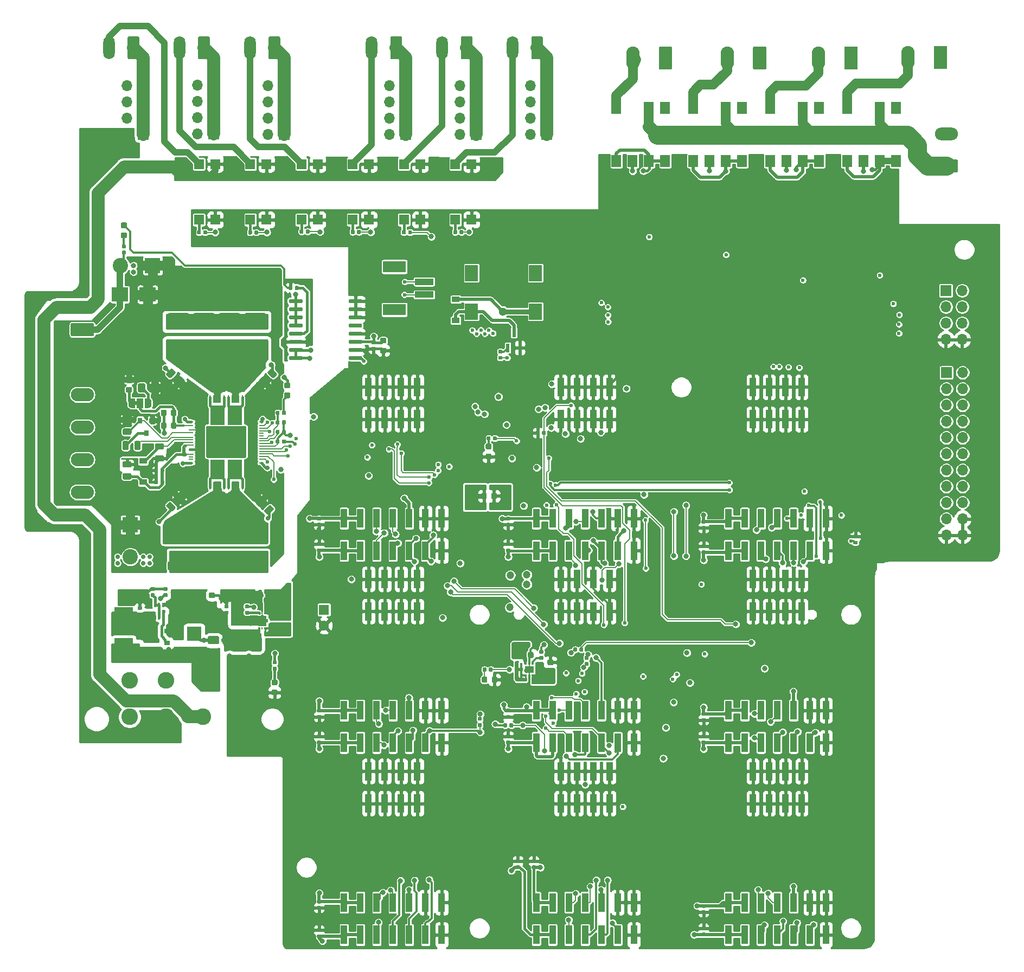
<source format=gbr>
G04 #@! TF.GenerationSoftware,KiCad,Pcbnew,5.1.5-52549c5~86~ubuntu16.04.1*
G04 #@! TF.CreationDate,2020-08-04T23:04:36-05:00*
G04 #@! TF.ProjectId,keep_breathing_ctrl,6b656570-5f62-4726-9561-7468696e675f,rev?*
G04 #@! TF.SameCoordinates,Original*
G04 #@! TF.FileFunction,Copper,L1,Top*
G04 #@! TF.FilePolarity,Positive*
%FSLAX46Y46*%
G04 Gerber Fmt 4.6, Leading zero omitted, Abs format (unit mm)*
G04 Created by KiCad (PCBNEW 5.1.5-52549c5~86~ubuntu16.04.1) date 2020-08-04 23:04:36*
%MOMM*%
%LPD*%
G04 APERTURE LIST*
%ADD10R,1.700000X1.700000*%
%ADD11O,1.700000X1.700000*%
%ADD12C,0.100000*%
%ADD13R,0.250000X0.250000*%
%ADD14R,0.325000X0.400000*%
%ADD15R,0.200000X0.400000*%
%ADD16R,0.800000X0.200000*%
%ADD17R,0.200000X0.800000*%
%ADD18R,1.160000X1.200000*%
%ADD19R,2.300000X3.010000*%
%ADD20R,5.500000X4.680000*%
%ADD21R,0.550800X1.336200*%
%ADD22R,2.000000X2.500000*%
%ADD23C,2.600000*%
%ADD24O,3.600000X2.000000*%
%ADD25O,2.080000X3.600000*%
%ADD26O,1.800000X3.600000*%
%ADD27O,3.600000X2.080000*%
%ADD28R,1.000000X3.000000*%
%ADD29R,2.300000X2.200000*%
%ADD30R,0.350000X0.375000*%
%ADD31R,0.750000X1.100000*%
%ADD32R,0.400000X2.100000*%
%ADD33R,3.000000X1.700000*%
%ADD34R,0.400000X0.650000*%
%ADD35R,0.900000X0.800000*%
%ADD36C,1.600000*%
%ADD37R,1.600000X1.600000*%
%ADD38R,1.500000X1.900000*%
%ADD39R,1.498600X1.905000*%
%ADD40R,1.500000X1.600000*%
%ADD41R,0.800000X0.900000*%
%ADD42R,1.200000X0.900000*%
%ADD43R,1.000000X1.500000*%
%ADD44C,2.400000*%
%ADD45R,2.400000X2.400000*%
%ADD46R,2.500000X2.300000*%
%ADD47R,2.080000X3.600000*%
%ADD48R,2.900000X1.000000*%
%ADD49R,3.600000X1.800000*%
%ADD50C,0.600000*%
%ADD51C,0.800000*%
%ADD52C,0.700000*%
%ADD53C,1.200000*%
%ADD54C,1.300000*%
%ADD55C,0.900000*%
%ADD56C,0.500000*%
%ADD57C,0.200000*%
%ADD58C,0.300000*%
%ADD59C,0.400000*%
%ADD60C,1.200000*%
%ADD61C,0.800000*%
%ADD62C,1.000000*%
%ADD63C,1.500000*%
%ADD64C,2.000000*%
%ADD65C,3.000000*%
%ADD66C,0.250000*%
%ADD67C,0.254000*%
G04 APERTURE END LIST*
D10*
X184320000Y-66420000D03*
D11*
X186860000Y-66420000D03*
X184320000Y-68960000D03*
X186860000Y-68960000D03*
X184320000Y-71500000D03*
X186860000Y-71500000D03*
X184320000Y-74040000D03*
X186860000Y-74040000D03*
G04 #@! TA.AperFunction,SMDPad,CuDef*
D12*
G36*
X121346958Y-122530710D02*
G01*
X121361276Y-122532834D01*
X121375317Y-122536351D01*
X121388946Y-122541228D01*
X121402031Y-122547417D01*
X121414447Y-122554858D01*
X121426073Y-122563481D01*
X121436798Y-122573202D01*
X121446519Y-122583927D01*
X121455142Y-122595553D01*
X121462583Y-122607969D01*
X121468772Y-122621054D01*
X121473649Y-122634683D01*
X121477166Y-122648724D01*
X121479290Y-122663042D01*
X121480000Y-122677500D01*
X121480000Y-122972500D01*
X121479290Y-122986958D01*
X121477166Y-123001276D01*
X121473649Y-123015317D01*
X121468772Y-123028946D01*
X121462583Y-123042031D01*
X121455142Y-123054447D01*
X121446519Y-123066073D01*
X121436798Y-123076798D01*
X121426073Y-123086519D01*
X121414447Y-123095142D01*
X121402031Y-123102583D01*
X121388946Y-123108772D01*
X121375317Y-123113649D01*
X121361276Y-123117166D01*
X121346958Y-123119290D01*
X121332500Y-123120000D01*
X120987500Y-123120000D01*
X120973042Y-123119290D01*
X120958724Y-123117166D01*
X120944683Y-123113649D01*
X120931054Y-123108772D01*
X120917969Y-123102583D01*
X120905553Y-123095142D01*
X120893927Y-123086519D01*
X120883202Y-123076798D01*
X120873481Y-123066073D01*
X120864858Y-123054447D01*
X120857417Y-123042031D01*
X120851228Y-123028946D01*
X120846351Y-123015317D01*
X120842834Y-123001276D01*
X120840710Y-122986958D01*
X120840000Y-122972500D01*
X120840000Y-122677500D01*
X120840710Y-122663042D01*
X120842834Y-122648724D01*
X120846351Y-122634683D01*
X120851228Y-122621054D01*
X120857417Y-122607969D01*
X120864858Y-122595553D01*
X120873481Y-122583927D01*
X120883202Y-122573202D01*
X120893927Y-122563481D01*
X120905553Y-122554858D01*
X120917969Y-122547417D01*
X120931054Y-122541228D01*
X120944683Y-122536351D01*
X120958724Y-122532834D01*
X120973042Y-122530710D01*
X120987500Y-122530000D01*
X121332500Y-122530000D01*
X121346958Y-122530710D01*
G37*
G04 #@! TD.AperFunction*
G04 #@! TA.AperFunction,SMDPad,CuDef*
G36*
X121346958Y-123500710D02*
G01*
X121361276Y-123502834D01*
X121375317Y-123506351D01*
X121388946Y-123511228D01*
X121402031Y-123517417D01*
X121414447Y-123524858D01*
X121426073Y-123533481D01*
X121436798Y-123543202D01*
X121446519Y-123553927D01*
X121455142Y-123565553D01*
X121462583Y-123577969D01*
X121468772Y-123591054D01*
X121473649Y-123604683D01*
X121477166Y-123618724D01*
X121479290Y-123633042D01*
X121480000Y-123647500D01*
X121480000Y-123942500D01*
X121479290Y-123956958D01*
X121477166Y-123971276D01*
X121473649Y-123985317D01*
X121468772Y-123998946D01*
X121462583Y-124012031D01*
X121455142Y-124024447D01*
X121446519Y-124036073D01*
X121436798Y-124046798D01*
X121426073Y-124056519D01*
X121414447Y-124065142D01*
X121402031Y-124072583D01*
X121388946Y-124078772D01*
X121375317Y-124083649D01*
X121361276Y-124087166D01*
X121346958Y-124089290D01*
X121332500Y-124090000D01*
X120987500Y-124090000D01*
X120973042Y-124089290D01*
X120958724Y-124087166D01*
X120944683Y-124083649D01*
X120931054Y-124078772D01*
X120917969Y-124072583D01*
X120905553Y-124065142D01*
X120893927Y-124056519D01*
X120883202Y-124046798D01*
X120873481Y-124036073D01*
X120864858Y-124024447D01*
X120857417Y-124012031D01*
X120851228Y-123998946D01*
X120846351Y-123985317D01*
X120842834Y-123971276D01*
X120840710Y-123956958D01*
X120840000Y-123942500D01*
X120840000Y-123647500D01*
X120840710Y-123633042D01*
X120842834Y-123618724D01*
X120846351Y-123604683D01*
X120851228Y-123591054D01*
X120857417Y-123577969D01*
X120864858Y-123565553D01*
X120873481Y-123553927D01*
X120883202Y-123543202D01*
X120893927Y-123533481D01*
X120905553Y-123524858D01*
X120917969Y-123517417D01*
X120931054Y-123511228D01*
X120944683Y-123506351D01*
X120958724Y-123502834D01*
X120973042Y-123500710D01*
X120987500Y-123500000D01*
X121332500Y-123500000D01*
X121346958Y-123500710D01*
G37*
G04 #@! TD.AperFunction*
G04 #@! TA.AperFunction,SMDPad,CuDef*
G36*
X80250000Y-118400000D02*
G01*
X80250000Y-118625000D01*
X80000000Y-118625000D01*
X80000000Y-119150000D01*
X79400000Y-119150000D01*
X79400000Y-119400000D01*
X79150000Y-119400000D01*
X79150000Y-119150000D01*
X78550000Y-119150000D01*
X78550000Y-118400000D01*
X80250000Y-118400000D01*
G37*
G04 #@! TD.AperFunction*
G04 #@! TA.AperFunction,SMDPad,CuDef*
G36*
X79150000Y-116850000D02*
G01*
X79150000Y-116600000D01*
X79400000Y-116600000D01*
X79400000Y-116850000D01*
X80000000Y-116850000D01*
X80000000Y-117375000D01*
X80250000Y-117375000D01*
X80250000Y-117600000D01*
X78550000Y-117600000D01*
X78550000Y-116850000D01*
X79150000Y-116850000D01*
G37*
G04 #@! TD.AperFunction*
G04 #@! TA.AperFunction,Conductor*
G36*
X77000000Y-118375000D02*
G01*
X77000000Y-117625000D01*
X76750000Y-117625000D01*
X76750000Y-117375000D01*
X77000000Y-117375000D01*
X77000000Y-117200000D01*
X78270000Y-117200000D01*
X78270000Y-117750000D01*
X78480000Y-117750000D01*
X78480000Y-118250000D01*
X78270000Y-118250000D01*
X78270000Y-118800000D01*
X77000000Y-118800000D01*
X77000000Y-118625000D01*
X76750000Y-118625000D01*
X76750000Y-118375000D01*
X77000000Y-118375000D01*
G37*
G04 #@! TD.AperFunction*
D13*
X76875000Y-117500000D03*
D14*
X78062500Y-119200000D03*
D15*
X77600000Y-119200000D03*
D14*
X77137500Y-119200000D03*
X78062500Y-116800000D03*
D15*
X77600000Y-116800000D03*
D14*
X77137500Y-116800000D03*
G04 #@! TA.AperFunction,SMDPad,CuDef*
D12*
G36*
X119747691Y-122846053D02*
G01*
X119768926Y-122849203D01*
X119789750Y-122854419D01*
X119809962Y-122861651D01*
X119829368Y-122870830D01*
X119847781Y-122881866D01*
X119865024Y-122894654D01*
X119880930Y-122909070D01*
X119895346Y-122924976D01*
X119908134Y-122942219D01*
X119919170Y-122960632D01*
X119928349Y-122980038D01*
X119935581Y-123000250D01*
X119940797Y-123021074D01*
X119943947Y-123042309D01*
X119945000Y-123063750D01*
X119945000Y-123576250D01*
X119943947Y-123597691D01*
X119940797Y-123618926D01*
X119935581Y-123639750D01*
X119928349Y-123659962D01*
X119919170Y-123679368D01*
X119908134Y-123697781D01*
X119895346Y-123715024D01*
X119880930Y-123730930D01*
X119865024Y-123745346D01*
X119847781Y-123758134D01*
X119829368Y-123769170D01*
X119809962Y-123778349D01*
X119789750Y-123785581D01*
X119768926Y-123790797D01*
X119747691Y-123793947D01*
X119726250Y-123795000D01*
X119288750Y-123795000D01*
X119267309Y-123793947D01*
X119246074Y-123790797D01*
X119225250Y-123785581D01*
X119205038Y-123778349D01*
X119185632Y-123769170D01*
X119167219Y-123758134D01*
X119149976Y-123745346D01*
X119134070Y-123730930D01*
X119119654Y-123715024D01*
X119106866Y-123697781D01*
X119095830Y-123679368D01*
X119086651Y-123659962D01*
X119079419Y-123639750D01*
X119074203Y-123618926D01*
X119071053Y-123597691D01*
X119070000Y-123576250D01*
X119070000Y-123063750D01*
X119071053Y-123042309D01*
X119074203Y-123021074D01*
X119079419Y-123000250D01*
X119086651Y-122980038D01*
X119095830Y-122960632D01*
X119106866Y-122942219D01*
X119119654Y-122924976D01*
X119134070Y-122909070D01*
X119149976Y-122894654D01*
X119167219Y-122881866D01*
X119185632Y-122870830D01*
X119205038Y-122861651D01*
X119225250Y-122854419D01*
X119246074Y-122849203D01*
X119267309Y-122846053D01*
X119288750Y-122845000D01*
X119726250Y-122845000D01*
X119747691Y-122846053D01*
G37*
G04 #@! TD.AperFunction*
G04 #@! TA.AperFunction,SMDPad,CuDef*
G36*
X118172691Y-122846053D02*
G01*
X118193926Y-122849203D01*
X118214750Y-122854419D01*
X118234962Y-122861651D01*
X118254368Y-122870830D01*
X118272781Y-122881866D01*
X118290024Y-122894654D01*
X118305930Y-122909070D01*
X118320346Y-122924976D01*
X118333134Y-122942219D01*
X118344170Y-122960632D01*
X118353349Y-122980038D01*
X118360581Y-123000250D01*
X118365797Y-123021074D01*
X118368947Y-123042309D01*
X118370000Y-123063750D01*
X118370000Y-123576250D01*
X118368947Y-123597691D01*
X118365797Y-123618926D01*
X118360581Y-123639750D01*
X118353349Y-123659962D01*
X118344170Y-123679368D01*
X118333134Y-123697781D01*
X118320346Y-123715024D01*
X118305930Y-123730930D01*
X118290024Y-123745346D01*
X118272781Y-123758134D01*
X118254368Y-123769170D01*
X118234962Y-123778349D01*
X118214750Y-123785581D01*
X118193926Y-123790797D01*
X118172691Y-123793947D01*
X118151250Y-123795000D01*
X117713750Y-123795000D01*
X117692309Y-123793947D01*
X117671074Y-123790797D01*
X117650250Y-123785581D01*
X117630038Y-123778349D01*
X117610632Y-123769170D01*
X117592219Y-123758134D01*
X117574976Y-123745346D01*
X117559070Y-123730930D01*
X117544654Y-123715024D01*
X117531866Y-123697781D01*
X117520830Y-123679368D01*
X117511651Y-123659962D01*
X117504419Y-123639750D01*
X117499203Y-123618926D01*
X117496053Y-123597691D01*
X117495000Y-123576250D01*
X117495000Y-123063750D01*
X117496053Y-123042309D01*
X117499203Y-123021074D01*
X117504419Y-123000250D01*
X117511651Y-122980038D01*
X117520830Y-122960632D01*
X117531866Y-122942219D01*
X117544654Y-122924976D01*
X117559070Y-122909070D01*
X117574976Y-122894654D01*
X117592219Y-122881866D01*
X117610632Y-122870830D01*
X117630038Y-122861651D01*
X117650250Y-122854419D01*
X117671074Y-122849203D01*
X117692309Y-122846053D01*
X117713750Y-122845000D01*
X118151250Y-122845000D01*
X118172691Y-122846053D01*
G37*
G04 #@! TD.AperFunction*
G04 #@! TA.AperFunction,SMDPad,CuDef*
G36*
X76836958Y-57020710D02*
G01*
X76851276Y-57022834D01*
X76865317Y-57026351D01*
X76878946Y-57031228D01*
X76892031Y-57037417D01*
X76904447Y-57044858D01*
X76916073Y-57053481D01*
X76926798Y-57063202D01*
X76936519Y-57073927D01*
X76945142Y-57085553D01*
X76952583Y-57097969D01*
X76958772Y-57111054D01*
X76963649Y-57124683D01*
X76967166Y-57138724D01*
X76969290Y-57153042D01*
X76970000Y-57167500D01*
X76970000Y-57512500D01*
X76969290Y-57526958D01*
X76967166Y-57541276D01*
X76963649Y-57555317D01*
X76958772Y-57568946D01*
X76952583Y-57582031D01*
X76945142Y-57594447D01*
X76936519Y-57606073D01*
X76926798Y-57616798D01*
X76916073Y-57626519D01*
X76904447Y-57635142D01*
X76892031Y-57642583D01*
X76878946Y-57648772D01*
X76865317Y-57653649D01*
X76851276Y-57657166D01*
X76836958Y-57659290D01*
X76822500Y-57660000D01*
X76527500Y-57660000D01*
X76513042Y-57659290D01*
X76498724Y-57657166D01*
X76484683Y-57653649D01*
X76471054Y-57648772D01*
X76457969Y-57642583D01*
X76445553Y-57635142D01*
X76433927Y-57626519D01*
X76423202Y-57616798D01*
X76413481Y-57606073D01*
X76404858Y-57594447D01*
X76397417Y-57582031D01*
X76391228Y-57568946D01*
X76386351Y-57555317D01*
X76382834Y-57541276D01*
X76380710Y-57526958D01*
X76380000Y-57512500D01*
X76380000Y-57167500D01*
X76380710Y-57153042D01*
X76382834Y-57138724D01*
X76386351Y-57124683D01*
X76391228Y-57111054D01*
X76397417Y-57097969D01*
X76404858Y-57085553D01*
X76413481Y-57073927D01*
X76423202Y-57063202D01*
X76433927Y-57053481D01*
X76445553Y-57044858D01*
X76457969Y-57037417D01*
X76471054Y-57031228D01*
X76484683Y-57026351D01*
X76498724Y-57022834D01*
X76513042Y-57020710D01*
X76527500Y-57020000D01*
X76822500Y-57020000D01*
X76836958Y-57020710D01*
G37*
G04 #@! TD.AperFunction*
G04 #@! TA.AperFunction,SMDPad,CuDef*
G36*
X75866958Y-57020710D02*
G01*
X75881276Y-57022834D01*
X75895317Y-57026351D01*
X75908946Y-57031228D01*
X75922031Y-57037417D01*
X75934447Y-57044858D01*
X75946073Y-57053481D01*
X75956798Y-57063202D01*
X75966519Y-57073927D01*
X75975142Y-57085553D01*
X75982583Y-57097969D01*
X75988772Y-57111054D01*
X75993649Y-57124683D01*
X75997166Y-57138724D01*
X75999290Y-57153042D01*
X76000000Y-57167500D01*
X76000000Y-57512500D01*
X75999290Y-57526958D01*
X75997166Y-57541276D01*
X75993649Y-57555317D01*
X75988772Y-57568946D01*
X75982583Y-57582031D01*
X75975142Y-57594447D01*
X75966519Y-57606073D01*
X75956798Y-57616798D01*
X75946073Y-57626519D01*
X75934447Y-57635142D01*
X75922031Y-57642583D01*
X75908946Y-57648772D01*
X75895317Y-57653649D01*
X75881276Y-57657166D01*
X75866958Y-57659290D01*
X75852500Y-57660000D01*
X75557500Y-57660000D01*
X75543042Y-57659290D01*
X75528724Y-57657166D01*
X75514683Y-57653649D01*
X75501054Y-57648772D01*
X75487969Y-57642583D01*
X75475553Y-57635142D01*
X75463927Y-57626519D01*
X75453202Y-57616798D01*
X75443481Y-57606073D01*
X75434858Y-57594447D01*
X75427417Y-57582031D01*
X75421228Y-57568946D01*
X75416351Y-57555317D01*
X75412834Y-57541276D01*
X75410710Y-57526958D01*
X75410000Y-57512500D01*
X75410000Y-57167500D01*
X75410710Y-57153042D01*
X75412834Y-57138724D01*
X75416351Y-57124683D01*
X75421228Y-57111054D01*
X75427417Y-57097969D01*
X75434858Y-57085553D01*
X75443481Y-57073927D01*
X75453202Y-57063202D01*
X75463927Y-57053481D01*
X75475553Y-57044858D01*
X75487969Y-57037417D01*
X75501054Y-57031228D01*
X75514683Y-57026351D01*
X75528724Y-57022834D01*
X75543042Y-57020710D01*
X75557500Y-57020000D01*
X75852500Y-57020000D01*
X75866958Y-57020710D01*
G37*
G04 #@! TD.AperFunction*
G04 #@! TA.AperFunction,SMDPad,CuDef*
G36*
X68866958Y-57010710D02*
G01*
X68881276Y-57012834D01*
X68895317Y-57016351D01*
X68908946Y-57021228D01*
X68922031Y-57027417D01*
X68934447Y-57034858D01*
X68946073Y-57043481D01*
X68956798Y-57053202D01*
X68966519Y-57063927D01*
X68975142Y-57075553D01*
X68982583Y-57087969D01*
X68988772Y-57101054D01*
X68993649Y-57114683D01*
X68997166Y-57128724D01*
X68999290Y-57143042D01*
X69000000Y-57157500D01*
X69000000Y-57502500D01*
X68999290Y-57516958D01*
X68997166Y-57531276D01*
X68993649Y-57545317D01*
X68988772Y-57558946D01*
X68982583Y-57572031D01*
X68975142Y-57584447D01*
X68966519Y-57596073D01*
X68956798Y-57606798D01*
X68946073Y-57616519D01*
X68934447Y-57625142D01*
X68922031Y-57632583D01*
X68908946Y-57638772D01*
X68895317Y-57643649D01*
X68881276Y-57647166D01*
X68866958Y-57649290D01*
X68852500Y-57650000D01*
X68557500Y-57650000D01*
X68543042Y-57649290D01*
X68528724Y-57647166D01*
X68514683Y-57643649D01*
X68501054Y-57638772D01*
X68487969Y-57632583D01*
X68475553Y-57625142D01*
X68463927Y-57616519D01*
X68453202Y-57606798D01*
X68443481Y-57596073D01*
X68434858Y-57584447D01*
X68427417Y-57572031D01*
X68421228Y-57558946D01*
X68416351Y-57545317D01*
X68412834Y-57531276D01*
X68410710Y-57516958D01*
X68410000Y-57502500D01*
X68410000Y-57157500D01*
X68410710Y-57143042D01*
X68412834Y-57128724D01*
X68416351Y-57114683D01*
X68421228Y-57101054D01*
X68427417Y-57087969D01*
X68434858Y-57075553D01*
X68443481Y-57063927D01*
X68453202Y-57053202D01*
X68463927Y-57043481D01*
X68475553Y-57034858D01*
X68487969Y-57027417D01*
X68501054Y-57021228D01*
X68514683Y-57016351D01*
X68528724Y-57012834D01*
X68543042Y-57010710D01*
X68557500Y-57010000D01*
X68852500Y-57010000D01*
X68866958Y-57010710D01*
G37*
G04 #@! TD.AperFunction*
G04 #@! TA.AperFunction,SMDPad,CuDef*
G36*
X67896958Y-57010710D02*
G01*
X67911276Y-57012834D01*
X67925317Y-57016351D01*
X67938946Y-57021228D01*
X67952031Y-57027417D01*
X67964447Y-57034858D01*
X67976073Y-57043481D01*
X67986798Y-57053202D01*
X67996519Y-57063927D01*
X68005142Y-57075553D01*
X68012583Y-57087969D01*
X68018772Y-57101054D01*
X68023649Y-57114683D01*
X68027166Y-57128724D01*
X68029290Y-57143042D01*
X68030000Y-57157500D01*
X68030000Y-57502500D01*
X68029290Y-57516958D01*
X68027166Y-57531276D01*
X68023649Y-57545317D01*
X68018772Y-57558946D01*
X68012583Y-57572031D01*
X68005142Y-57584447D01*
X67996519Y-57596073D01*
X67986798Y-57606798D01*
X67976073Y-57616519D01*
X67964447Y-57625142D01*
X67952031Y-57632583D01*
X67938946Y-57638772D01*
X67925317Y-57643649D01*
X67911276Y-57647166D01*
X67896958Y-57649290D01*
X67882500Y-57650000D01*
X67587500Y-57650000D01*
X67573042Y-57649290D01*
X67558724Y-57647166D01*
X67544683Y-57643649D01*
X67531054Y-57638772D01*
X67517969Y-57632583D01*
X67505553Y-57625142D01*
X67493927Y-57616519D01*
X67483202Y-57606798D01*
X67473481Y-57596073D01*
X67464858Y-57584447D01*
X67457417Y-57572031D01*
X67451228Y-57558946D01*
X67446351Y-57545317D01*
X67442834Y-57531276D01*
X67440710Y-57516958D01*
X67440000Y-57502500D01*
X67440000Y-57157500D01*
X67440710Y-57143042D01*
X67442834Y-57128724D01*
X67446351Y-57114683D01*
X67451228Y-57101054D01*
X67457417Y-57087969D01*
X67464858Y-57075553D01*
X67473481Y-57063927D01*
X67483202Y-57053202D01*
X67493927Y-57043481D01*
X67505553Y-57034858D01*
X67517969Y-57027417D01*
X67531054Y-57021228D01*
X67544683Y-57016351D01*
X67558724Y-57012834D01*
X67573042Y-57010710D01*
X67587500Y-57010000D01*
X67882500Y-57010000D01*
X67896958Y-57010710D01*
G37*
G04 #@! TD.AperFunction*
G04 #@! TA.AperFunction,SMDPad,CuDef*
G36*
X84856958Y-56880710D02*
G01*
X84871276Y-56882834D01*
X84885317Y-56886351D01*
X84898946Y-56891228D01*
X84912031Y-56897417D01*
X84924447Y-56904858D01*
X84936073Y-56913481D01*
X84946798Y-56923202D01*
X84956519Y-56933927D01*
X84965142Y-56945553D01*
X84972583Y-56957969D01*
X84978772Y-56971054D01*
X84983649Y-56984683D01*
X84987166Y-56998724D01*
X84989290Y-57013042D01*
X84990000Y-57027500D01*
X84990000Y-57372500D01*
X84989290Y-57386958D01*
X84987166Y-57401276D01*
X84983649Y-57415317D01*
X84978772Y-57428946D01*
X84972583Y-57442031D01*
X84965142Y-57454447D01*
X84956519Y-57466073D01*
X84946798Y-57476798D01*
X84936073Y-57486519D01*
X84924447Y-57495142D01*
X84912031Y-57502583D01*
X84898946Y-57508772D01*
X84885317Y-57513649D01*
X84871276Y-57517166D01*
X84856958Y-57519290D01*
X84842500Y-57520000D01*
X84547500Y-57520000D01*
X84533042Y-57519290D01*
X84518724Y-57517166D01*
X84504683Y-57513649D01*
X84491054Y-57508772D01*
X84477969Y-57502583D01*
X84465553Y-57495142D01*
X84453927Y-57486519D01*
X84443202Y-57476798D01*
X84433481Y-57466073D01*
X84424858Y-57454447D01*
X84417417Y-57442031D01*
X84411228Y-57428946D01*
X84406351Y-57415317D01*
X84402834Y-57401276D01*
X84400710Y-57386958D01*
X84400000Y-57372500D01*
X84400000Y-57027500D01*
X84400710Y-57013042D01*
X84402834Y-56998724D01*
X84406351Y-56984683D01*
X84411228Y-56971054D01*
X84417417Y-56957969D01*
X84424858Y-56945553D01*
X84433481Y-56933927D01*
X84443202Y-56923202D01*
X84453927Y-56913481D01*
X84465553Y-56904858D01*
X84477969Y-56897417D01*
X84491054Y-56891228D01*
X84504683Y-56886351D01*
X84518724Y-56882834D01*
X84533042Y-56880710D01*
X84547500Y-56880000D01*
X84842500Y-56880000D01*
X84856958Y-56880710D01*
G37*
G04 #@! TD.AperFunction*
G04 #@! TA.AperFunction,SMDPad,CuDef*
G36*
X83886958Y-56880710D02*
G01*
X83901276Y-56882834D01*
X83915317Y-56886351D01*
X83928946Y-56891228D01*
X83942031Y-56897417D01*
X83954447Y-56904858D01*
X83966073Y-56913481D01*
X83976798Y-56923202D01*
X83986519Y-56933927D01*
X83995142Y-56945553D01*
X84002583Y-56957969D01*
X84008772Y-56971054D01*
X84013649Y-56984683D01*
X84017166Y-56998724D01*
X84019290Y-57013042D01*
X84020000Y-57027500D01*
X84020000Y-57372500D01*
X84019290Y-57386958D01*
X84017166Y-57401276D01*
X84013649Y-57415317D01*
X84008772Y-57428946D01*
X84002583Y-57442031D01*
X83995142Y-57454447D01*
X83986519Y-57466073D01*
X83976798Y-57476798D01*
X83966073Y-57486519D01*
X83954447Y-57495142D01*
X83942031Y-57502583D01*
X83928946Y-57508772D01*
X83915317Y-57513649D01*
X83901276Y-57517166D01*
X83886958Y-57519290D01*
X83872500Y-57520000D01*
X83577500Y-57520000D01*
X83563042Y-57519290D01*
X83548724Y-57517166D01*
X83534683Y-57513649D01*
X83521054Y-57508772D01*
X83507969Y-57502583D01*
X83495553Y-57495142D01*
X83483927Y-57486519D01*
X83473202Y-57476798D01*
X83463481Y-57466073D01*
X83454858Y-57454447D01*
X83447417Y-57442031D01*
X83441228Y-57428946D01*
X83436351Y-57415317D01*
X83432834Y-57401276D01*
X83430710Y-57386958D01*
X83430000Y-57372500D01*
X83430000Y-57027500D01*
X83430710Y-57013042D01*
X83432834Y-56998724D01*
X83436351Y-56984683D01*
X83441228Y-56971054D01*
X83447417Y-56957969D01*
X83454858Y-56945553D01*
X83463481Y-56933927D01*
X83473202Y-56923202D01*
X83483927Y-56913481D01*
X83495553Y-56904858D01*
X83507969Y-56897417D01*
X83521054Y-56891228D01*
X83534683Y-56886351D01*
X83548724Y-56882834D01*
X83563042Y-56880710D01*
X83577500Y-56880000D01*
X83872500Y-56880000D01*
X83886958Y-56880710D01*
G37*
G04 #@! TD.AperFunction*
G04 #@! TA.AperFunction,SMDPad,CuDef*
G36*
X100836958Y-57000710D02*
G01*
X100851276Y-57002834D01*
X100865317Y-57006351D01*
X100878946Y-57011228D01*
X100892031Y-57017417D01*
X100904447Y-57024858D01*
X100916073Y-57033481D01*
X100926798Y-57043202D01*
X100936519Y-57053927D01*
X100945142Y-57065553D01*
X100952583Y-57077969D01*
X100958772Y-57091054D01*
X100963649Y-57104683D01*
X100967166Y-57118724D01*
X100969290Y-57133042D01*
X100970000Y-57147500D01*
X100970000Y-57492500D01*
X100969290Y-57506958D01*
X100967166Y-57521276D01*
X100963649Y-57535317D01*
X100958772Y-57548946D01*
X100952583Y-57562031D01*
X100945142Y-57574447D01*
X100936519Y-57586073D01*
X100926798Y-57596798D01*
X100916073Y-57606519D01*
X100904447Y-57615142D01*
X100892031Y-57622583D01*
X100878946Y-57628772D01*
X100865317Y-57633649D01*
X100851276Y-57637166D01*
X100836958Y-57639290D01*
X100822500Y-57640000D01*
X100527500Y-57640000D01*
X100513042Y-57639290D01*
X100498724Y-57637166D01*
X100484683Y-57633649D01*
X100471054Y-57628772D01*
X100457969Y-57622583D01*
X100445553Y-57615142D01*
X100433927Y-57606519D01*
X100423202Y-57596798D01*
X100413481Y-57586073D01*
X100404858Y-57574447D01*
X100397417Y-57562031D01*
X100391228Y-57548946D01*
X100386351Y-57535317D01*
X100382834Y-57521276D01*
X100380710Y-57506958D01*
X100380000Y-57492500D01*
X100380000Y-57147500D01*
X100380710Y-57133042D01*
X100382834Y-57118724D01*
X100386351Y-57104683D01*
X100391228Y-57091054D01*
X100397417Y-57077969D01*
X100404858Y-57065553D01*
X100413481Y-57053927D01*
X100423202Y-57043202D01*
X100433927Y-57033481D01*
X100445553Y-57024858D01*
X100457969Y-57017417D01*
X100471054Y-57011228D01*
X100484683Y-57006351D01*
X100498724Y-57002834D01*
X100513042Y-57000710D01*
X100527500Y-57000000D01*
X100822500Y-57000000D01*
X100836958Y-57000710D01*
G37*
G04 #@! TD.AperFunction*
G04 #@! TA.AperFunction,SMDPad,CuDef*
G36*
X99866958Y-57000710D02*
G01*
X99881276Y-57002834D01*
X99895317Y-57006351D01*
X99908946Y-57011228D01*
X99922031Y-57017417D01*
X99934447Y-57024858D01*
X99946073Y-57033481D01*
X99956798Y-57043202D01*
X99966519Y-57053927D01*
X99975142Y-57065553D01*
X99982583Y-57077969D01*
X99988772Y-57091054D01*
X99993649Y-57104683D01*
X99997166Y-57118724D01*
X99999290Y-57133042D01*
X100000000Y-57147500D01*
X100000000Y-57492500D01*
X99999290Y-57506958D01*
X99997166Y-57521276D01*
X99993649Y-57535317D01*
X99988772Y-57548946D01*
X99982583Y-57562031D01*
X99975142Y-57574447D01*
X99966519Y-57586073D01*
X99956798Y-57596798D01*
X99946073Y-57606519D01*
X99934447Y-57615142D01*
X99922031Y-57622583D01*
X99908946Y-57628772D01*
X99895317Y-57633649D01*
X99881276Y-57637166D01*
X99866958Y-57639290D01*
X99852500Y-57640000D01*
X99557500Y-57640000D01*
X99543042Y-57639290D01*
X99528724Y-57637166D01*
X99514683Y-57633649D01*
X99501054Y-57628772D01*
X99487969Y-57622583D01*
X99475553Y-57615142D01*
X99463927Y-57606519D01*
X99453202Y-57596798D01*
X99443481Y-57586073D01*
X99434858Y-57574447D01*
X99427417Y-57562031D01*
X99421228Y-57548946D01*
X99416351Y-57535317D01*
X99412834Y-57521276D01*
X99410710Y-57506958D01*
X99410000Y-57492500D01*
X99410000Y-57147500D01*
X99410710Y-57133042D01*
X99412834Y-57118724D01*
X99416351Y-57104683D01*
X99421228Y-57091054D01*
X99427417Y-57077969D01*
X99434858Y-57065553D01*
X99443481Y-57053927D01*
X99453202Y-57043202D01*
X99463927Y-57033481D01*
X99475553Y-57024858D01*
X99487969Y-57017417D01*
X99501054Y-57011228D01*
X99514683Y-57006351D01*
X99528724Y-57002834D01*
X99543042Y-57000710D01*
X99557500Y-57000000D01*
X99852500Y-57000000D01*
X99866958Y-57000710D01*
G37*
G04 #@! TD.AperFunction*
G04 #@! TA.AperFunction,SMDPad,CuDef*
G36*
X108856958Y-56960710D02*
G01*
X108871276Y-56962834D01*
X108885317Y-56966351D01*
X108898946Y-56971228D01*
X108912031Y-56977417D01*
X108924447Y-56984858D01*
X108936073Y-56993481D01*
X108946798Y-57003202D01*
X108956519Y-57013927D01*
X108965142Y-57025553D01*
X108972583Y-57037969D01*
X108978772Y-57051054D01*
X108983649Y-57064683D01*
X108987166Y-57078724D01*
X108989290Y-57093042D01*
X108990000Y-57107500D01*
X108990000Y-57452500D01*
X108989290Y-57466958D01*
X108987166Y-57481276D01*
X108983649Y-57495317D01*
X108978772Y-57508946D01*
X108972583Y-57522031D01*
X108965142Y-57534447D01*
X108956519Y-57546073D01*
X108946798Y-57556798D01*
X108936073Y-57566519D01*
X108924447Y-57575142D01*
X108912031Y-57582583D01*
X108898946Y-57588772D01*
X108885317Y-57593649D01*
X108871276Y-57597166D01*
X108856958Y-57599290D01*
X108842500Y-57600000D01*
X108547500Y-57600000D01*
X108533042Y-57599290D01*
X108518724Y-57597166D01*
X108504683Y-57593649D01*
X108491054Y-57588772D01*
X108477969Y-57582583D01*
X108465553Y-57575142D01*
X108453927Y-57566519D01*
X108443202Y-57556798D01*
X108433481Y-57546073D01*
X108424858Y-57534447D01*
X108417417Y-57522031D01*
X108411228Y-57508946D01*
X108406351Y-57495317D01*
X108402834Y-57481276D01*
X108400710Y-57466958D01*
X108400000Y-57452500D01*
X108400000Y-57107500D01*
X108400710Y-57093042D01*
X108402834Y-57078724D01*
X108406351Y-57064683D01*
X108411228Y-57051054D01*
X108417417Y-57037969D01*
X108424858Y-57025553D01*
X108433481Y-57013927D01*
X108443202Y-57003202D01*
X108453927Y-56993481D01*
X108465553Y-56984858D01*
X108477969Y-56977417D01*
X108491054Y-56971228D01*
X108504683Y-56966351D01*
X108518724Y-56962834D01*
X108533042Y-56960710D01*
X108547500Y-56960000D01*
X108842500Y-56960000D01*
X108856958Y-56960710D01*
G37*
G04 #@! TD.AperFunction*
G04 #@! TA.AperFunction,SMDPad,CuDef*
G36*
X107886958Y-56960710D02*
G01*
X107901276Y-56962834D01*
X107915317Y-56966351D01*
X107928946Y-56971228D01*
X107942031Y-56977417D01*
X107954447Y-56984858D01*
X107966073Y-56993481D01*
X107976798Y-57003202D01*
X107986519Y-57013927D01*
X107995142Y-57025553D01*
X108002583Y-57037969D01*
X108008772Y-57051054D01*
X108013649Y-57064683D01*
X108017166Y-57078724D01*
X108019290Y-57093042D01*
X108020000Y-57107500D01*
X108020000Y-57452500D01*
X108019290Y-57466958D01*
X108017166Y-57481276D01*
X108013649Y-57495317D01*
X108008772Y-57508946D01*
X108002583Y-57522031D01*
X107995142Y-57534447D01*
X107986519Y-57546073D01*
X107976798Y-57556798D01*
X107966073Y-57566519D01*
X107954447Y-57575142D01*
X107942031Y-57582583D01*
X107928946Y-57588772D01*
X107915317Y-57593649D01*
X107901276Y-57597166D01*
X107886958Y-57599290D01*
X107872500Y-57600000D01*
X107577500Y-57600000D01*
X107563042Y-57599290D01*
X107548724Y-57597166D01*
X107534683Y-57593649D01*
X107521054Y-57588772D01*
X107507969Y-57582583D01*
X107495553Y-57575142D01*
X107483927Y-57566519D01*
X107473202Y-57556798D01*
X107463481Y-57546073D01*
X107454858Y-57534447D01*
X107447417Y-57522031D01*
X107441228Y-57508946D01*
X107436351Y-57495317D01*
X107432834Y-57481276D01*
X107430710Y-57466958D01*
X107430000Y-57452500D01*
X107430000Y-57107500D01*
X107430710Y-57093042D01*
X107432834Y-57078724D01*
X107436351Y-57064683D01*
X107441228Y-57051054D01*
X107447417Y-57037969D01*
X107454858Y-57025553D01*
X107463481Y-57013927D01*
X107473202Y-57003202D01*
X107483927Y-56993481D01*
X107495553Y-56984858D01*
X107507969Y-56977417D01*
X107521054Y-56971228D01*
X107534683Y-56966351D01*
X107548724Y-56962834D01*
X107563042Y-56960710D01*
X107577500Y-56960000D01*
X107872500Y-56960000D01*
X107886958Y-56960710D01*
G37*
G04 #@! TD.AperFunction*
G04 #@! TA.AperFunction,SMDPad,CuDef*
G36*
X92856958Y-56940710D02*
G01*
X92871276Y-56942834D01*
X92885317Y-56946351D01*
X92898946Y-56951228D01*
X92912031Y-56957417D01*
X92924447Y-56964858D01*
X92936073Y-56973481D01*
X92946798Y-56983202D01*
X92956519Y-56993927D01*
X92965142Y-57005553D01*
X92972583Y-57017969D01*
X92978772Y-57031054D01*
X92983649Y-57044683D01*
X92987166Y-57058724D01*
X92989290Y-57073042D01*
X92990000Y-57087500D01*
X92990000Y-57432500D01*
X92989290Y-57446958D01*
X92987166Y-57461276D01*
X92983649Y-57475317D01*
X92978772Y-57488946D01*
X92972583Y-57502031D01*
X92965142Y-57514447D01*
X92956519Y-57526073D01*
X92946798Y-57536798D01*
X92936073Y-57546519D01*
X92924447Y-57555142D01*
X92912031Y-57562583D01*
X92898946Y-57568772D01*
X92885317Y-57573649D01*
X92871276Y-57577166D01*
X92856958Y-57579290D01*
X92842500Y-57580000D01*
X92547500Y-57580000D01*
X92533042Y-57579290D01*
X92518724Y-57577166D01*
X92504683Y-57573649D01*
X92491054Y-57568772D01*
X92477969Y-57562583D01*
X92465553Y-57555142D01*
X92453927Y-57546519D01*
X92443202Y-57536798D01*
X92433481Y-57526073D01*
X92424858Y-57514447D01*
X92417417Y-57502031D01*
X92411228Y-57488946D01*
X92406351Y-57475317D01*
X92402834Y-57461276D01*
X92400710Y-57446958D01*
X92400000Y-57432500D01*
X92400000Y-57087500D01*
X92400710Y-57073042D01*
X92402834Y-57058724D01*
X92406351Y-57044683D01*
X92411228Y-57031054D01*
X92417417Y-57017969D01*
X92424858Y-57005553D01*
X92433481Y-56993927D01*
X92443202Y-56983202D01*
X92453927Y-56973481D01*
X92465553Y-56964858D01*
X92477969Y-56957417D01*
X92491054Y-56951228D01*
X92504683Y-56946351D01*
X92518724Y-56942834D01*
X92533042Y-56940710D01*
X92547500Y-56940000D01*
X92842500Y-56940000D01*
X92856958Y-56940710D01*
G37*
G04 #@! TD.AperFunction*
G04 #@! TA.AperFunction,SMDPad,CuDef*
G36*
X91886958Y-56940710D02*
G01*
X91901276Y-56942834D01*
X91915317Y-56946351D01*
X91928946Y-56951228D01*
X91942031Y-56957417D01*
X91954447Y-56964858D01*
X91966073Y-56973481D01*
X91976798Y-56983202D01*
X91986519Y-56993927D01*
X91995142Y-57005553D01*
X92002583Y-57017969D01*
X92008772Y-57031054D01*
X92013649Y-57044683D01*
X92017166Y-57058724D01*
X92019290Y-57073042D01*
X92020000Y-57087500D01*
X92020000Y-57432500D01*
X92019290Y-57446958D01*
X92017166Y-57461276D01*
X92013649Y-57475317D01*
X92008772Y-57488946D01*
X92002583Y-57502031D01*
X91995142Y-57514447D01*
X91986519Y-57526073D01*
X91976798Y-57536798D01*
X91966073Y-57546519D01*
X91954447Y-57555142D01*
X91942031Y-57562583D01*
X91928946Y-57568772D01*
X91915317Y-57573649D01*
X91901276Y-57577166D01*
X91886958Y-57579290D01*
X91872500Y-57580000D01*
X91577500Y-57580000D01*
X91563042Y-57579290D01*
X91548724Y-57577166D01*
X91534683Y-57573649D01*
X91521054Y-57568772D01*
X91507969Y-57562583D01*
X91495553Y-57555142D01*
X91483927Y-57546519D01*
X91473202Y-57536798D01*
X91463481Y-57526073D01*
X91454858Y-57514447D01*
X91447417Y-57502031D01*
X91441228Y-57488946D01*
X91436351Y-57475317D01*
X91432834Y-57461276D01*
X91430710Y-57446958D01*
X91430000Y-57432500D01*
X91430000Y-57087500D01*
X91430710Y-57073042D01*
X91432834Y-57058724D01*
X91436351Y-57044683D01*
X91441228Y-57031054D01*
X91447417Y-57017969D01*
X91454858Y-57005553D01*
X91463481Y-56993927D01*
X91473202Y-56983202D01*
X91483927Y-56973481D01*
X91495553Y-56964858D01*
X91507969Y-56957417D01*
X91521054Y-56951228D01*
X91534683Y-56946351D01*
X91548724Y-56942834D01*
X91563042Y-56940710D01*
X91577500Y-56940000D01*
X91872500Y-56940000D01*
X91886958Y-56940710D01*
G37*
G04 #@! TD.AperFunction*
G04 #@! TA.AperFunction,SMDPad,CuDef*
G36*
X75556000Y-96799000D02*
G01*
X74996000Y-96799000D01*
X74996000Y-93949000D01*
X77136000Y-93949000D01*
X77136000Y-94349000D01*
X77866000Y-94349000D01*
X77866000Y-96519000D01*
X77136000Y-96519000D01*
X77136000Y-96799000D01*
X76996000Y-96799000D01*
X76996000Y-97519000D01*
X75556000Y-97519000D01*
X75556000Y-96799000D01*
G37*
G04 #@! TD.AperFunction*
G04 #@! TA.AperFunction,SMDPad,CuDef*
G36*
X66956000Y-96799000D02*
G01*
X66816000Y-96799000D01*
X66816000Y-96519000D01*
X66086000Y-96519000D01*
X66086000Y-94349000D01*
X66816000Y-94349000D01*
X66816000Y-93949000D01*
X68956000Y-93949000D01*
X68956000Y-96799000D01*
X68396000Y-96799000D01*
X68396000Y-97519000D01*
X66956000Y-97519000D01*
X66956000Y-96799000D01*
G37*
G04 #@! TD.AperFunction*
G04 #@! TA.AperFunction,SMDPad,CuDef*
G36*
X66816000Y-85889000D02*
G01*
X66086000Y-85889000D01*
X66086000Y-83719000D01*
X66816000Y-83719000D01*
X66816000Y-83439000D01*
X66956000Y-83439000D01*
X66956000Y-82719000D01*
X68396000Y-82719000D01*
X68396000Y-83439000D01*
X68956000Y-83439000D01*
X68956000Y-86289000D01*
X66816000Y-86289000D01*
X66816000Y-85889000D01*
G37*
G04 #@! TD.AperFunction*
G04 #@! TA.AperFunction,SMDPad,CuDef*
G36*
X74996000Y-83439000D02*
G01*
X75556000Y-83439000D01*
X75556000Y-82719000D01*
X76996000Y-82719000D01*
X76996000Y-83439000D01*
X77136000Y-83439000D01*
X77136000Y-83719000D01*
X77866000Y-83719000D01*
X77866000Y-85889000D01*
X77136000Y-85889000D01*
X77136000Y-86289000D01*
X74996000Y-86289000D01*
X74996000Y-83439000D01*
G37*
G04 #@! TD.AperFunction*
D16*
X66476000Y-93369000D03*
X66476000Y-92769000D03*
X66476000Y-92369000D03*
X66476000Y-91969000D03*
X66476000Y-91239000D03*
X66476000Y-90519000D03*
X66476000Y-86869000D03*
X66476000Y-87469000D03*
X66476000Y-88199000D03*
X66476000Y-88599000D03*
X66476000Y-89319000D03*
X66476000Y-90119000D03*
X66476000Y-89719000D03*
X77476000Y-93369000D03*
X77476000Y-92769000D03*
X77476000Y-92329000D03*
X77476000Y-91929000D03*
X77476000Y-91529000D03*
X77476000Y-91129000D03*
X77476000Y-90729000D03*
X77476000Y-90329000D03*
X77476000Y-86869000D03*
X77476000Y-87469000D03*
X77476000Y-87909000D03*
X77476000Y-88309000D03*
X77476000Y-88709000D03*
X77476000Y-89109000D03*
X77476000Y-89509000D03*
X77476000Y-89909000D03*
D17*
X74486000Y-97119000D03*
X69466000Y-97119000D03*
X71666000Y-97119000D03*
X72286000Y-97119000D03*
X74486000Y-83119000D03*
X69466000Y-83119000D03*
X71666000Y-83119000D03*
X72286000Y-83119000D03*
D18*
X70566000Y-83319000D03*
X73386000Y-83319000D03*
X70566000Y-96919000D03*
X73386000Y-96919000D03*
D19*
X70606000Y-85854000D03*
X73346000Y-85854000D03*
X70606000Y-94384000D03*
X73346000Y-94384000D03*
D20*
X71896000Y-90119000D03*
D16*
X77426000Y-85569000D03*
X77426000Y-85269000D03*
X77426000Y-84969000D03*
X77426000Y-84669000D03*
X77426000Y-84069000D03*
X77426000Y-84369000D03*
D17*
X76076000Y-83119000D03*
X76376000Y-83119000D03*
X75776000Y-83119000D03*
X76676000Y-83119000D03*
X68126000Y-83119000D03*
X67226000Y-83119000D03*
X67826000Y-83119000D03*
X67526000Y-83119000D03*
D16*
X66526000Y-84369000D03*
X66526000Y-84069000D03*
X66526000Y-84669000D03*
X66526000Y-84969000D03*
X66526000Y-85269000D03*
X66526000Y-85569000D03*
X66526000Y-96169000D03*
X66526000Y-94969000D03*
X66526000Y-95569000D03*
X66526000Y-95869000D03*
X66526000Y-95269000D03*
X66526000Y-94669000D03*
D17*
X67226000Y-97119000D03*
X67826000Y-97119000D03*
X67526000Y-97119000D03*
X68126000Y-97119000D03*
X70226000Y-97119000D03*
X70826000Y-97119000D03*
X70526000Y-97119000D03*
X73676000Y-97119000D03*
X73376000Y-97119000D03*
X73076000Y-97119000D03*
X76126000Y-97119000D03*
X76426000Y-97119000D03*
X75826000Y-97119000D03*
X76776000Y-97119000D03*
D16*
X77426000Y-94969000D03*
X77426000Y-94669000D03*
X77426000Y-95269000D03*
X77426000Y-95569000D03*
X77426000Y-95869000D03*
X77426000Y-96169000D03*
D17*
X73726000Y-83119000D03*
X73426000Y-83119000D03*
X73076000Y-83119000D03*
X70876000Y-83119000D03*
X70576000Y-83119000D03*
X70226000Y-83119000D03*
D21*
X115939999Y-75357498D03*
X117840001Y-75357498D03*
X116890000Y-72982500D03*
D22*
X120270000Y-69690000D03*
X120270000Y-63690000D03*
X110270000Y-63690000D03*
X110270000Y-69690000D03*
D23*
X56900000Y-127300000D03*
X56900000Y-133000000D03*
X62600000Y-127300000D03*
X62600000Y-133000000D03*
X68300000Y-127300000D03*
X68300000Y-132950000D03*
X74000000Y-127300000D03*
X74000000Y-133000000D03*
D11*
X56460000Y-34380000D03*
X59000000Y-34380000D03*
X56460000Y-36920000D03*
X59000000Y-36920000D03*
X56460000Y-39460000D03*
X59000000Y-39460000D03*
X56460000Y-42000000D03*
D10*
X59000000Y-42000000D03*
D11*
X67460000Y-34290000D03*
X70000000Y-34290000D03*
X67460000Y-36830000D03*
X70000000Y-36830000D03*
X67460000Y-39370000D03*
X70000000Y-39370000D03*
X67460000Y-41910000D03*
D10*
X70000000Y-41910000D03*
D11*
X78460000Y-34380000D03*
X81000000Y-34380000D03*
X78460000Y-36920000D03*
X81000000Y-36920000D03*
X78460000Y-39460000D03*
X81000000Y-39460000D03*
X78460000Y-42000000D03*
D10*
X81000000Y-42000000D03*
D11*
X97460000Y-34380000D03*
X100000000Y-34380000D03*
X97460000Y-36920000D03*
X100000000Y-36920000D03*
X97460000Y-39460000D03*
X100000000Y-39460000D03*
X97460000Y-42000000D03*
D10*
X100000000Y-42000000D03*
D11*
X108460000Y-34380000D03*
X111000000Y-34380000D03*
X108460000Y-36920000D03*
X111000000Y-36920000D03*
X108460000Y-39460000D03*
X111000000Y-39460000D03*
X108460000Y-42000000D03*
D10*
X111000000Y-42000000D03*
D11*
X119460000Y-34380000D03*
X122000000Y-34380000D03*
X119460000Y-36920000D03*
X122000000Y-36920000D03*
X119460000Y-39460000D03*
X122000000Y-39460000D03*
X119460000Y-42000000D03*
D10*
X122000000Y-42000000D03*
D24*
X184410000Y-41950000D03*
G04 #@! TA.AperFunction,ComponentPad*
D12*
G36*
X185984504Y-45951204D02*
G01*
X186008773Y-45954804D01*
X186032571Y-45960765D01*
X186055671Y-45969030D01*
X186077849Y-45979520D01*
X186098893Y-45992133D01*
X186118598Y-46006747D01*
X186136777Y-46023223D01*
X186153253Y-46041402D01*
X186167867Y-46061107D01*
X186180480Y-46082151D01*
X186190970Y-46104329D01*
X186199235Y-46127429D01*
X186205196Y-46151227D01*
X186208796Y-46175496D01*
X186210000Y-46200000D01*
X186210000Y-47700000D01*
X186208796Y-47724504D01*
X186205196Y-47748773D01*
X186199235Y-47772571D01*
X186190970Y-47795671D01*
X186180480Y-47817849D01*
X186167867Y-47838893D01*
X186153253Y-47858598D01*
X186136777Y-47876777D01*
X186118598Y-47893253D01*
X186098893Y-47907867D01*
X186077849Y-47920480D01*
X186055671Y-47930970D01*
X186032571Y-47939235D01*
X186008773Y-47945196D01*
X185984504Y-47948796D01*
X185960000Y-47950000D01*
X182860000Y-47950000D01*
X182835496Y-47948796D01*
X182811227Y-47945196D01*
X182787429Y-47939235D01*
X182764329Y-47930970D01*
X182742151Y-47920480D01*
X182721107Y-47907867D01*
X182701402Y-47893253D01*
X182683223Y-47876777D01*
X182666747Y-47858598D01*
X182652133Y-47838893D01*
X182639520Y-47817849D01*
X182629030Y-47795671D01*
X182620765Y-47772571D01*
X182614804Y-47748773D01*
X182611204Y-47724504D01*
X182610000Y-47700000D01*
X182610000Y-46200000D01*
X182611204Y-46175496D01*
X182614804Y-46151227D01*
X182620765Y-46127429D01*
X182629030Y-46104329D01*
X182639520Y-46082151D01*
X182652133Y-46061107D01*
X182666747Y-46041402D01*
X182683223Y-46023223D01*
X182701402Y-46006747D01*
X182721107Y-45992133D01*
X182742151Y-45979520D01*
X182764329Y-45969030D01*
X182787429Y-45960765D01*
X182811227Y-45954804D01*
X182835496Y-45951204D01*
X182860000Y-45950000D01*
X185960000Y-45950000D01*
X185984504Y-45951204D01*
G37*
G04 #@! TD.AperFunction*
G04 #@! TA.AperFunction,SMDPad,CuDef*
G36*
X115686958Y-134000710D02*
G01*
X115701276Y-134002834D01*
X115715317Y-134006351D01*
X115728946Y-134011228D01*
X115742031Y-134017417D01*
X115754447Y-134024858D01*
X115766073Y-134033481D01*
X115776798Y-134043202D01*
X115786519Y-134053927D01*
X115795142Y-134065553D01*
X115802583Y-134077969D01*
X115808772Y-134091054D01*
X115813649Y-134104683D01*
X115817166Y-134118724D01*
X115819290Y-134133042D01*
X115820000Y-134147500D01*
X115820000Y-134492500D01*
X115819290Y-134506958D01*
X115817166Y-134521276D01*
X115813649Y-134535317D01*
X115808772Y-134548946D01*
X115802583Y-134562031D01*
X115795142Y-134574447D01*
X115786519Y-134586073D01*
X115776798Y-134596798D01*
X115766073Y-134606519D01*
X115754447Y-134615142D01*
X115742031Y-134622583D01*
X115728946Y-134628772D01*
X115715317Y-134633649D01*
X115701276Y-134637166D01*
X115686958Y-134639290D01*
X115672500Y-134640000D01*
X115377500Y-134640000D01*
X115363042Y-134639290D01*
X115348724Y-134637166D01*
X115334683Y-134633649D01*
X115321054Y-134628772D01*
X115307969Y-134622583D01*
X115295553Y-134615142D01*
X115283927Y-134606519D01*
X115273202Y-134596798D01*
X115263481Y-134586073D01*
X115254858Y-134574447D01*
X115247417Y-134562031D01*
X115241228Y-134548946D01*
X115236351Y-134535317D01*
X115232834Y-134521276D01*
X115230710Y-134506958D01*
X115230000Y-134492500D01*
X115230000Y-134147500D01*
X115230710Y-134133042D01*
X115232834Y-134118724D01*
X115236351Y-134104683D01*
X115241228Y-134091054D01*
X115247417Y-134077969D01*
X115254858Y-134065553D01*
X115263481Y-134053927D01*
X115273202Y-134043202D01*
X115283927Y-134033481D01*
X115295553Y-134024858D01*
X115307969Y-134017417D01*
X115321054Y-134011228D01*
X115334683Y-134006351D01*
X115348724Y-134002834D01*
X115363042Y-134000710D01*
X115377500Y-134000000D01*
X115672500Y-134000000D01*
X115686958Y-134000710D01*
G37*
G04 #@! TD.AperFunction*
G04 #@! TA.AperFunction,SMDPad,CuDef*
G36*
X116656958Y-134000710D02*
G01*
X116671276Y-134002834D01*
X116685317Y-134006351D01*
X116698946Y-134011228D01*
X116712031Y-134017417D01*
X116724447Y-134024858D01*
X116736073Y-134033481D01*
X116746798Y-134043202D01*
X116756519Y-134053927D01*
X116765142Y-134065553D01*
X116772583Y-134077969D01*
X116778772Y-134091054D01*
X116783649Y-134104683D01*
X116787166Y-134118724D01*
X116789290Y-134133042D01*
X116790000Y-134147500D01*
X116790000Y-134492500D01*
X116789290Y-134506958D01*
X116787166Y-134521276D01*
X116783649Y-134535317D01*
X116778772Y-134548946D01*
X116772583Y-134562031D01*
X116765142Y-134574447D01*
X116756519Y-134586073D01*
X116746798Y-134596798D01*
X116736073Y-134606519D01*
X116724447Y-134615142D01*
X116712031Y-134622583D01*
X116698946Y-134628772D01*
X116685317Y-134633649D01*
X116671276Y-134637166D01*
X116656958Y-134639290D01*
X116642500Y-134640000D01*
X116347500Y-134640000D01*
X116333042Y-134639290D01*
X116318724Y-134637166D01*
X116304683Y-134633649D01*
X116291054Y-134628772D01*
X116277969Y-134622583D01*
X116265553Y-134615142D01*
X116253927Y-134606519D01*
X116243202Y-134596798D01*
X116233481Y-134586073D01*
X116224858Y-134574447D01*
X116217417Y-134562031D01*
X116211228Y-134548946D01*
X116206351Y-134535317D01*
X116202834Y-134521276D01*
X116200710Y-134506958D01*
X116200000Y-134492500D01*
X116200000Y-134147500D01*
X116200710Y-134133042D01*
X116202834Y-134118724D01*
X116206351Y-134104683D01*
X116211228Y-134091054D01*
X116217417Y-134077969D01*
X116224858Y-134065553D01*
X116233481Y-134053927D01*
X116243202Y-134043202D01*
X116253927Y-134033481D01*
X116265553Y-134024858D01*
X116277969Y-134017417D01*
X116291054Y-134011228D01*
X116304683Y-134006351D01*
X116318724Y-134002834D01*
X116333042Y-134000710D01*
X116347500Y-134000000D01*
X116642500Y-134000000D01*
X116656958Y-134000710D01*
G37*
G04 #@! TD.AperFunction*
G04 #@! TA.AperFunction,SMDPad,CuDef*
G36*
X126616958Y-122150710D02*
G01*
X126631276Y-122152834D01*
X126645317Y-122156351D01*
X126658946Y-122161228D01*
X126672031Y-122167417D01*
X126684447Y-122174858D01*
X126696073Y-122183481D01*
X126706798Y-122193202D01*
X126716519Y-122203927D01*
X126725142Y-122215553D01*
X126732583Y-122227969D01*
X126738772Y-122241054D01*
X126743649Y-122254683D01*
X126747166Y-122268724D01*
X126749290Y-122283042D01*
X126750000Y-122297500D01*
X126750000Y-122642500D01*
X126749290Y-122656958D01*
X126747166Y-122671276D01*
X126743649Y-122685317D01*
X126738772Y-122698946D01*
X126732583Y-122712031D01*
X126725142Y-122724447D01*
X126716519Y-122736073D01*
X126706798Y-122746798D01*
X126696073Y-122756519D01*
X126684447Y-122765142D01*
X126672031Y-122772583D01*
X126658946Y-122778772D01*
X126645317Y-122783649D01*
X126631276Y-122787166D01*
X126616958Y-122789290D01*
X126602500Y-122790000D01*
X126307500Y-122790000D01*
X126293042Y-122789290D01*
X126278724Y-122787166D01*
X126264683Y-122783649D01*
X126251054Y-122778772D01*
X126237969Y-122772583D01*
X126225553Y-122765142D01*
X126213927Y-122756519D01*
X126203202Y-122746798D01*
X126193481Y-122736073D01*
X126184858Y-122724447D01*
X126177417Y-122712031D01*
X126171228Y-122698946D01*
X126166351Y-122685317D01*
X126162834Y-122671276D01*
X126160710Y-122656958D01*
X126160000Y-122642500D01*
X126160000Y-122297500D01*
X126160710Y-122283042D01*
X126162834Y-122268724D01*
X126166351Y-122254683D01*
X126171228Y-122241054D01*
X126177417Y-122227969D01*
X126184858Y-122215553D01*
X126193481Y-122203927D01*
X126203202Y-122193202D01*
X126213927Y-122183481D01*
X126225553Y-122174858D01*
X126237969Y-122167417D01*
X126251054Y-122161228D01*
X126264683Y-122156351D01*
X126278724Y-122152834D01*
X126293042Y-122150710D01*
X126307500Y-122150000D01*
X126602500Y-122150000D01*
X126616958Y-122150710D01*
G37*
G04 #@! TD.AperFunction*
G04 #@! TA.AperFunction,SMDPad,CuDef*
G36*
X127586958Y-122150710D02*
G01*
X127601276Y-122152834D01*
X127615317Y-122156351D01*
X127628946Y-122161228D01*
X127642031Y-122167417D01*
X127654447Y-122174858D01*
X127666073Y-122183481D01*
X127676798Y-122193202D01*
X127686519Y-122203927D01*
X127695142Y-122215553D01*
X127702583Y-122227969D01*
X127708772Y-122241054D01*
X127713649Y-122254683D01*
X127717166Y-122268724D01*
X127719290Y-122283042D01*
X127720000Y-122297500D01*
X127720000Y-122642500D01*
X127719290Y-122656958D01*
X127717166Y-122671276D01*
X127713649Y-122685317D01*
X127708772Y-122698946D01*
X127702583Y-122712031D01*
X127695142Y-122724447D01*
X127686519Y-122736073D01*
X127676798Y-122746798D01*
X127666073Y-122756519D01*
X127654447Y-122765142D01*
X127642031Y-122772583D01*
X127628946Y-122778772D01*
X127615317Y-122783649D01*
X127601276Y-122787166D01*
X127586958Y-122789290D01*
X127572500Y-122790000D01*
X127277500Y-122790000D01*
X127263042Y-122789290D01*
X127248724Y-122787166D01*
X127234683Y-122783649D01*
X127221054Y-122778772D01*
X127207969Y-122772583D01*
X127195553Y-122765142D01*
X127183927Y-122756519D01*
X127173202Y-122746798D01*
X127163481Y-122736073D01*
X127154858Y-122724447D01*
X127147417Y-122712031D01*
X127141228Y-122698946D01*
X127136351Y-122685317D01*
X127132834Y-122671276D01*
X127130710Y-122656958D01*
X127130000Y-122642500D01*
X127130000Y-122297500D01*
X127130710Y-122283042D01*
X127132834Y-122268724D01*
X127136351Y-122254683D01*
X127141228Y-122241054D01*
X127147417Y-122227969D01*
X127154858Y-122215553D01*
X127163481Y-122203927D01*
X127173202Y-122193202D01*
X127183927Y-122183481D01*
X127195553Y-122174858D01*
X127207969Y-122167417D01*
X127221054Y-122161228D01*
X127234683Y-122156351D01*
X127248724Y-122152834D01*
X127263042Y-122150710D01*
X127277500Y-122150000D01*
X127572500Y-122150000D01*
X127586958Y-122150710D01*
G37*
G04 #@! TD.AperFunction*
G04 #@! TA.AperFunction,SMDPad,CuDef*
G36*
X111756958Y-133005710D02*
G01*
X111771276Y-133007834D01*
X111785317Y-133011351D01*
X111798946Y-133016228D01*
X111812031Y-133022417D01*
X111824447Y-133029858D01*
X111836073Y-133038481D01*
X111846798Y-133048202D01*
X111856519Y-133058927D01*
X111865142Y-133070553D01*
X111872583Y-133082969D01*
X111878772Y-133096054D01*
X111883649Y-133109683D01*
X111887166Y-133123724D01*
X111889290Y-133138042D01*
X111890000Y-133152500D01*
X111890000Y-133447500D01*
X111889290Y-133461958D01*
X111887166Y-133476276D01*
X111883649Y-133490317D01*
X111878772Y-133503946D01*
X111872583Y-133517031D01*
X111865142Y-133529447D01*
X111856519Y-133541073D01*
X111846798Y-133551798D01*
X111836073Y-133561519D01*
X111824447Y-133570142D01*
X111812031Y-133577583D01*
X111798946Y-133583772D01*
X111785317Y-133588649D01*
X111771276Y-133592166D01*
X111756958Y-133594290D01*
X111742500Y-133595000D01*
X111397500Y-133595000D01*
X111383042Y-133594290D01*
X111368724Y-133592166D01*
X111354683Y-133588649D01*
X111341054Y-133583772D01*
X111327969Y-133577583D01*
X111315553Y-133570142D01*
X111303927Y-133561519D01*
X111293202Y-133551798D01*
X111283481Y-133541073D01*
X111274858Y-133529447D01*
X111267417Y-133517031D01*
X111261228Y-133503946D01*
X111256351Y-133490317D01*
X111252834Y-133476276D01*
X111250710Y-133461958D01*
X111250000Y-133447500D01*
X111250000Y-133152500D01*
X111250710Y-133138042D01*
X111252834Y-133123724D01*
X111256351Y-133109683D01*
X111261228Y-133096054D01*
X111267417Y-133082969D01*
X111274858Y-133070553D01*
X111283481Y-133058927D01*
X111293202Y-133048202D01*
X111303927Y-133038481D01*
X111315553Y-133029858D01*
X111327969Y-133022417D01*
X111341054Y-133016228D01*
X111354683Y-133011351D01*
X111368724Y-133007834D01*
X111383042Y-133005710D01*
X111397500Y-133005000D01*
X111742500Y-133005000D01*
X111756958Y-133005710D01*
G37*
G04 #@! TD.AperFunction*
G04 #@! TA.AperFunction,SMDPad,CuDef*
G36*
X111756958Y-133975710D02*
G01*
X111771276Y-133977834D01*
X111785317Y-133981351D01*
X111798946Y-133986228D01*
X111812031Y-133992417D01*
X111824447Y-133999858D01*
X111836073Y-134008481D01*
X111846798Y-134018202D01*
X111856519Y-134028927D01*
X111865142Y-134040553D01*
X111872583Y-134052969D01*
X111878772Y-134066054D01*
X111883649Y-134079683D01*
X111887166Y-134093724D01*
X111889290Y-134108042D01*
X111890000Y-134122500D01*
X111890000Y-134417500D01*
X111889290Y-134431958D01*
X111887166Y-134446276D01*
X111883649Y-134460317D01*
X111878772Y-134473946D01*
X111872583Y-134487031D01*
X111865142Y-134499447D01*
X111856519Y-134511073D01*
X111846798Y-134521798D01*
X111836073Y-134531519D01*
X111824447Y-134540142D01*
X111812031Y-134547583D01*
X111798946Y-134553772D01*
X111785317Y-134558649D01*
X111771276Y-134562166D01*
X111756958Y-134564290D01*
X111742500Y-134565000D01*
X111397500Y-134565000D01*
X111383042Y-134564290D01*
X111368724Y-134562166D01*
X111354683Y-134558649D01*
X111341054Y-134553772D01*
X111327969Y-134547583D01*
X111315553Y-134540142D01*
X111303927Y-134531519D01*
X111293202Y-134521798D01*
X111283481Y-134511073D01*
X111274858Y-134499447D01*
X111267417Y-134487031D01*
X111261228Y-134473946D01*
X111256351Y-134460317D01*
X111252834Y-134446276D01*
X111250710Y-134431958D01*
X111250000Y-134417500D01*
X111250000Y-134122500D01*
X111250710Y-134108042D01*
X111252834Y-134093724D01*
X111256351Y-134079683D01*
X111261228Y-134066054D01*
X111267417Y-134052969D01*
X111274858Y-134040553D01*
X111283481Y-134028927D01*
X111293202Y-134018202D01*
X111303927Y-134008481D01*
X111315553Y-133999858D01*
X111327969Y-133992417D01*
X111341054Y-133986228D01*
X111354683Y-133981351D01*
X111368724Y-133977834D01*
X111383042Y-133975710D01*
X111397500Y-133975000D01*
X111742500Y-133975000D01*
X111756958Y-133975710D01*
G37*
G04 #@! TD.AperFunction*
G04 #@! TA.AperFunction,SMDPad,CuDef*
G36*
X128416958Y-124450710D02*
G01*
X128431276Y-124452834D01*
X128445317Y-124456351D01*
X128458946Y-124461228D01*
X128472031Y-124467417D01*
X128484447Y-124474858D01*
X128496073Y-124483481D01*
X128506798Y-124493202D01*
X128516519Y-124503927D01*
X128525142Y-124515553D01*
X128532583Y-124527969D01*
X128538772Y-124541054D01*
X128543649Y-124554683D01*
X128547166Y-124568724D01*
X128549290Y-124583042D01*
X128550000Y-124597500D01*
X128550000Y-124892500D01*
X128549290Y-124906958D01*
X128547166Y-124921276D01*
X128543649Y-124935317D01*
X128538772Y-124948946D01*
X128532583Y-124962031D01*
X128525142Y-124974447D01*
X128516519Y-124986073D01*
X128506798Y-124996798D01*
X128496073Y-125006519D01*
X128484447Y-125015142D01*
X128472031Y-125022583D01*
X128458946Y-125028772D01*
X128445317Y-125033649D01*
X128431276Y-125037166D01*
X128416958Y-125039290D01*
X128402500Y-125040000D01*
X128057500Y-125040000D01*
X128043042Y-125039290D01*
X128028724Y-125037166D01*
X128014683Y-125033649D01*
X128001054Y-125028772D01*
X127987969Y-125022583D01*
X127975553Y-125015142D01*
X127963927Y-125006519D01*
X127953202Y-124996798D01*
X127943481Y-124986073D01*
X127934858Y-124974447D01*
X127927417Y-124962031D01*
X127921228Y-124948946D01*
X127916351Y-124935317D01*
X127912834Y-124921276D01*
X127910710Y-124906958D01*
X127910000Y-124892500D01*
X127910000Y-124597500D01*
X127910710Y-124583042D01*
X127912834Y-124568724D01*
X127916351Y-124554683D01*
X127921228Y-124541054D01*
X127927417Y-124527969D01*
X127934858Y-124515553D01*
X127943481Y-124503927D01*
X127953202Y-124493202D01*
X127963927Y-124483481D01*
X127975553Y-124474858D01*
X127987969Y-124467417D01*
X128001054Y-124461228D01*
X128014683Y-124456351D01*
X128028724Y-124452834D01*
X128043042Y-124450710D01*
X128057500Y-124450000D01*
X128402500Y-124450000D01*
X128416958Y-124450710D01*
G37*
G04 #@! TD.AperFunction*
G04 #@! TA.AperFunction,SMDPad,CuDef*
G36*
X128416958Y-123480710D02*
G01*
X128431276Y-123482834D01*
X128445317Y-123486351D01*
X128458946Y-123491228D01*
X128472031Y-123497417D01*
X128484447Y-123504858D01*
X128496073Y-123513481D01*
X128506798Y-123523202D01*
X128516519Y-123533927D01*
X128525142Y-123545553D01*
X128532583Y-123557969D01*
X128538772Y-123571054D01*
X128543649Y-123584683D01*
X128547166Y-123598724D01*
X128549290Y-123613042D01*
X128550000Y-123627500D01*
X128550000Y-123922500D01*
X128549290Y-123936958D01*
X128547166Y-123951276D01*
X128543649Y-123965317D01*
X128538772Y-123978946D01*
X128532583Y-123992031D01*
X128525142Y-124004447D01*
X128516519Y-124016073D01*
X128506798Y-124026798D01*
X128496073Y-124036519D01*
X128484447Y-124045142D01*
X128472031Y-124052583D01*
X128458946Y-124058772D01*
X128445317Y-124063649D01*
X128431276Y-124067166D01*
X128416958Y-124069290D01*
X128402500Y-124070000D01*
X128057500Y-124070000D01*
X128043042Y-124069290D01*
X128028724Y-124067166D01*
X128014683Y-124063649D01*
X128001054Y-124058772D01*
X127987969Y-124052583D01*
X127975553Y-124045142D01*
X127963927Y-124036519D01*
X127953202Y-124026798D01*
X127943481Y-124016073D01*
X127934858Y-124004447D01*
X127927417Y-123992031D01*
X127921228Y-123978946D01*
X127916351Y-123965317D01*
X127912834Y-123951276D01*
X127910710Y-123936958D01*
X127910000Y-123922500D01*
X127910000Y-123627500D01*
X127910710Y-123613042D01*
X127912834Y-123598724D01*
X127916351Y-123584683D01*
X127921228Y-123571054D01*
X127927417Y-123557969D01*
X127934858Y-123545553D01*
X127943481Y-123533927D01*
X127953202Y-123523202D01*
X127963927Y-123513481D01*
X127975553Y-123504858D01*
X127987969Y-123497417D01*
X128001054Y-123491228D01*
X128014683Y-123486351D01*
X128028724Y-123482834D01*
X128043042Y-123480710D01*
X128057500Y-123480000D01*
X128402500Y-123480000D01*
X128416958Y-123480710D01*
G37*
G04 #@! TD.AperFunction*
G04 #@! TA.AperFunction,SMDPad,CuDef*
G36*
X114027691Y-98026053D02*
G01*
X114048926Y-98029203D01*
X114069750Y-98034419D01*
X114089962Y-98041651D01*
X114109368Y-98050830D01*
X114127781Y-98061866D01*
X114145024Y-98074654D01*
X114160930Y-98089070D01*
X114175346Y-98104976D01*
X114188134Y-98122219D01*
X114199170Y-98140632D01*
X114208349Y-98160038D01*
X114215581Y-98180250D01*
X114220797Y-98201074D01*
X114223947Y-98222309D01*
X114225000Y-98243750D01*
X114225000Y-98756250D01*
X114223947Y-98777691D01*
X114220797Y-98798926D01*
X114215581Y-98819750D01*
X114208349Y-98839962D01*
X114199170Y-98859368D01*
X114188134Y-98877781D01*
X114175346Y-98895024D01*
X114160930Y-98910930D01*
X114145024Y-98925346D01*
X114127781Y-98938134D01*
X114109368Y-98949170D01*
X114089962Y-98958349D01*
X114069750Y-98965581D01*
X114048926Y-98970797D01*
X114027691Y-98973947D01*
X114006250Y-98975000D01*
X113568750Y-98975000D01*
X113547309Y-98973947D01*
X113526074Y-98970797D01*
X113505250Y-98965581D01*
X113485038Y-98958349D01*
X113465632Y-98949170D01*
X113447219Y-98938134D01*
X113429976Y-98925346D01*
X113414070Y-98910930D01*
X113399654Y-98895024D01*
X113386866Y-98877781D01*
X113375830Y-98859368D01*
X113366651Y-98839962D01*
X113359419Y-98819750D01*
X113354203Y-98798926D01*
X113351053Y-98777691D01*
X113350000Y-98756250D01*
X113350000Y-98243750D01*
X113351053Y-98222309D01*
X113354203Y-98201074D01*
X113359419Y-98180250D01*
X113366651Y-98160038D01*
X113375830Y-98140632D01*
X113386866Y-98122219D01*
X113399654Y-98104976D01*
X113414070Y-98089070D01*
X113429976Y-98074654D01*
X113447219Y-98061866D01*
X113465632Y-98050830D01*
X113485038Y-98041651D01*
X113505250Y-98034419D01*
X113526074Y-98029203D01*
X113547309Y-98026053D01*
X113568750Y-98025000D01*
X114006250Y-98025000D01*
X114027691Y-98026053D01*
G37*
G04 #@! TD.AperFunction*
G04 #@! TA.AperFunction,SMDPad,CuDef*
G36*
X112452691Y-98026053D02*
G01*
X112473926Y-98029203D01*
X112494750Y-98034419D01*
X112514962Y-98041651D01*
X112534368Y-98050830D01*
X112552781Y-98061866D01*
X112570024Y-98074654D01*
X112585930Y-98089070D01*
X112600346Y-98104976D01*
X112613134Y-98122219D01*
X112624170Y-98140632D01*
X112633349Y-98160038D01*
X112640581Y-98180250D01*
X112645797Y-98201074D01*
X112648947Y-98222309D01*
X112650000Y-98243750D01*
X112650000Y-98756250D01*
X112648947Y-98777691D01*
X112645797Y-98798926D01*
X112640581Y-98819750D01*
X112633349Y-98839962D01*
X112624170Y-98859368D01*
X112613134Y-98877781D01*
X112600346Y-98895024D01*
X112585930Y-98910930D01*
X112570024Y-98925346D01*
X112552781Y-98938134D01*
X112534368Y-98949170D01*
X112514962Y-98958349D01*
X112494750Y-98965581D01*
X112473926Y-98970797D01*
X112452691Y-98973947D01*
X112431250Y-98975000D01*
X111993750Y-98975000D01*
X111972309Y-98973947D01*
X111951074Y-98970797D01*
X111930250Y-98965581D01*
X111910038Y-98958349D01*
X111890632Y-98949170D01*
X111872219Y-98938134D01*
X111854976Y-98925346D01*
X111839070Y-98910930D01*
X111824654Y-98895024D01*
X111811866Y-98877781D01*
X111800830Y-98859368D01*
X111791651Y-98839962D01*
X111784419Y-98819750D01*
X111779203Y-98798926D01*
X111776053Y-98777691D01*
X111775000Y-98756250D01*
X111775000Y-98243750D01*
X111776053Y-98222309D01*
X111779203Y-98201074D01*
X111784419Y-98180250D01*
X111791651Y-98160038D01*
X111800830Y-98140632D01*
X111811866Y-98122219D01*
X111824654Y-98104976D01*
X111839070Y-98089070D01*
X111854976Y-98074654D01*
X111872219Y-98061866D01*
X111890632Y-98050830D01*
X111910038Y-98041651D01*
X111930250Y-98034419D01*
X111951074Y-98029203D01*
X111972309Y-98026053D01*
X111993750Y-98025000D01*
X112431250Y-98025000D01*
X112452691Y-98026053D01*
G37*
G04 #@! TD.AperFunction*
G04 #@! TA.AperFunction,SMDPad,CuDef*
G36*
X121736958Y-88320710D02*
G01*
X121751276Y-88322834D01*
X121765317Y-88326351D01*
X121778946Y-88331228D01*
X121792031Y-88337417D01*
X121804447Y-88344858D01*
X121816073Y-88353481D01*
X121826798Y-88363202D01*
X121836519Y-88373927D01*
X121845142Y-88385553D01*
X121852583Y-88397969D01*
X121858772Y-88411054D01*
X121863649Y-88424683D01*
X121867166Y-88438724D01*
X121869290Y-88453042D01*
X121870000Y-88467500D01*
X121870000Y-88812500D01*
X121869290Y-88826958D01*
X121867166Y-88841276D01*
X121863649Y-88855317D01*
X121858772Y-88868946D01*
X121852583Y-88882031D01*
X121845142Y-88894447D01*
X121836519Y-88906073D01*
X121826798Y-88916798D01*
X121816073Y-88926519D01*
X121804447Y-88935142D01*
X121792031Y-88942583D01*
X121778946Y-88948772D01*
X121765317Y-88953649D01*
X121751276Y-88957166D01*
X121736958Y-88959290D01*
X121722500Y-88960000D01*
X121427500Y-88960000D01*
X121413042Y-88959290D01*
X121398724Y-88957166D01*
X121384683Y-88953649D01*
X121371054Y-88948772D01*
X121357969Y-88942583D01*
X121345553Y-88935142D01*
X121333927Y-88926519D01*
X121323202Y-88916798D01*
X121313481Y-88906073D01*
X121304858Y-88894447D01*
X121297417Y-88882031D01*
X121291228Y-88868946D01*
X121286351Y-88855317D01*
X121282834Y-88841276D01*
X121280710Y-88826958D01*
X121280000Y-88812500D01*
X121280000Y-88467500D01*
X121280710Y-88453042D01*
X121282834Y-88438724D01*
X121286351Y-88424683D01*
X121291228Y-88411054D01*
X121297417Y-88397969D01*
X121304858Y-88385553D01*
X121313481Y-88373927D01*
X121323202Y-88363202D01*
X121333927Y-88353481D01*
X121345553Y-88344858D01*
X121357969Y-88337417D01*
X121371054Y-88331228D01*
X121384683Y-88326351D01*
X121398724Y-88322834D01*
X121413042Y-88320710D01*
X121427500Y-88320000D01*
X121722500Y-88320000D01*
X121736958Y-88320710D01*
G37*
G04 #@! TD.AperFunction*
G04 #@! TA.AperFunction,SMDPad,CuDef*
G36*
X120766958Y-88320710D02*
G01*
X120781276Y-88322834D01*
X120795317Y-88326351D01*
X120808946Y-88331228D01*
X120822031Y-88337417D01*
X120834447Y-88344858D01*
X120846073Y-88353481D01*
X120856798Y-88363202D01*
X120866519Y-88373927D01*
X120875142Y-88385553D01*
X120882583Y-88397969D01*
X120888772Y-88411054D01*
X120893649Y-88424683D01*
X120897166Y-88438724D01*
X120899290Y-88453042D01*
X120900000Y-88467500D01*
X120900000Y-88812500D01*
X120899290Y-88826958D01*
X120897166Y-88841276D01*
X120893649Y-88855317D01*
X120888772Y-88868946D01*
X120882583Y-88882031D01*
X120875142Y-88894447D01*
X120866519Y-88906073D01*
X120856798Y-88916798D01*
X120846073Y-88926519D01*
X120834447Y-88935142D01*
X120822031Y-88942583D01*
X120808946Y-88948772D01*
X120795317Y-88953649D01*
X120781276Y-88957166D01*
X120766958Y-88959290D01*
X120752500Y-88960000D01*
X120457500Y-88960000D01*
X120443042Y-88959290D01*
X120428724Y-88957166D01*
X120414683Y-88953649D01*
X120401054Y-88948772D01*
X120387969Y-88942583D01*
X120375553Y-88935142D01*
X120363927Y-88926519D01*
X120353202Y-88916798D01*
X120343481Y-88906073D01*
X120334858Y-88894447D01*
X120327417Y-88882031D01*
X120321228Y-88868946D01*
X120316351Y-88855317D01*
X120312834Y-88841276D01*
X120310710Y-88826958D01*
X120310000Y-88812500D01*
X120310000Y-88467500D01*
X120310710Y-88453042D01*
X120312834Y-88438724D01*
X120316351Y-88424683D01*
X120321228Y-88411054D01*
X120327417Y-88397969D01*
X120334858Y-88385553D01*
X120343481Y-88373927D01*
X120353202Y-88363202D01*
X120363927Y-88353481D01*
X120375553Y-88344858D01*
X120387969Y-88337417D01*
X120401054Y-88331228D01*
X120414683Y-88326351D01*
X120428724Y-88322834D01*
X120443042Y-88320710D01*
X120457500Y-88320000D01*
X120752500Y-88320000D01*
X120766958Y-88320710D01*
G37*
G04 #@! TD.AperFunction*
G04 #@! TA.AperFunction,SMDPad,CuDef*
G36*
X56186958Y-60190710D02*
G01*
X56201276Y-60192834D01*
X56215317Y-60196351D01*
X56228946Y-60201228D01*
X56242031Y-60207417D01*
X56254447Y-60214858D01*
X56266073Y-60223481D01*
X56276798Y-60233202D01*
X56286519Y-60243927D01*
X56295142Y-60255553D01*
X56302583Y-60267969D01*
X56308772Y-60281054D01*
X56313649Y-60294683D01*
X56317166Y-60308724D01*
X56319290Y-60323042D01*
X56320000Y-60337500D01*
X56320000Y-60632500D01*
X56319290Y-60646958D01*
X56317166Y-60661276D01*
X56313649Y-60675317D01*
X56308772Y-60688946D01*
X56302583Y-60702031D01*
X56295142Y-60714447D01*
X56286519Y-60726073D01*
X56276798Y-60736798D01*
X56266073Y-60746519D01*
X56254447Y-60755142D01*
X56242031Y-60762583D01*
X56228946Y-60768772D01*
X56215317Y-60773649D01*
X56201276Y-60777166D01*
X56186958Y-60779290D01*
X56172500Y-60780000D01*
X55827500Y-60780000D01*
X55813042Y-60779290D01*
X55798724Y-60777166D01*
X55784683Y-60773649D01*
X55771054Y-60768772D01*
X55757969Y-60762583D01*
X55745553Y-60755142D01*
X55733927Y-60746519D01*
X55723202Y-60736798D01*
X55713481Y-60726073D01*
X55704858Y-60714447D01*
X55697417Y-60702031D01*
X55691228Y-60688946D01*
X55686351Y-60675317D01*
X55682834Y-60661276D01*
X55680710Y-60646958D01*
X55680000Y-60632500D01*
X55680000Y-60337500D01*
X55680710Y-60323042D01*
X55682834Y-60308724D01*
X55686351Y-60294683D01*
X55691228Y-60281054D01*
X55697417Y-60267969D01*
X55704858Y-60255553D01*
X55713481Y-60243927D01*
X55723202Y-60233202D01*
X55733927Y-60223481D01*
X55745553Y-60214858D01*
X55757969Y-60207417D01*
X55771054Y-60201228D01*
X55784683Y-60196351D01*
X55798724Y-60192834D01*
X55813042Y-60190710D01*
X55827500Y-60190000D01*
X56172500Y-60190000D01*
X56186958Y-60190710D01*
G37*
G04 #@! TD.AperFunction*
G04 #@! TA.AperFunction,SMDPad,CuDef*
G36*
X56186958Y-59220710D02*
G01*
X56201276Y-59222834D01*
X56215317Y-59226351D01*
X56228946Y-59231228D01*
X56242031Y-59237417D01*
X56254447Y-59244858D01*
X56266073Y-59253481D01*
X56276798Y-59263202D01*
X56286519Y-59273927D01*
X56295142Y-59285553D01*
X56302583Y-59297969D01*
X56308772Y-59311054D01*
X56313649Y-59324683D01*
X56317166Y-59338724D01*
X56319290Y-59353042D01*
X56320000Y-59367500D01*
X56320000Y-59662500D01*
X56319290Y-59676958D01*
X56317166Y-59691276D01*
X56313649Y-59705317D01*
X56308772Y-59718946D01*
X56302583Y-59732031D01*
X56295142Y-59744447D01*
X56286519Y-59756073D01*
X56276798Y-59766798D01*
X56266073Y-59776519D01*
X56254447Y-59785142D01*
X56242031Y-59792583D01*
X56228946Y-59798772D01*
X56215317Y-59803649D01*
X56201276Y-59807166D01*
X56186958Y-59809290D01*
X56172500Y-59810000D01*
X55827500Y-59810000D01*
X55813042Y-59809290D01*
X55798724Y-59807166D01*
X55784683Y-59803649D01*
X55771054Y-59798772D01*
X55757969Y-59792583D01*
X55745553Y-59785142D01*
X55733927Y-59776519D01*
X55723202Y-59766798D01*
X55713481Y-59756073D01*
X55704858Y-59744447D01*
X55697417Y-59732031D01*
X55691228Y-59718946D01*
X55686351Y-59705317D01*
X55682834Y-59691276D01*
X55680710Y-59676958D01*
X55680000Y-59662500D01*
X55680000Y-59367500D01*
X55680710Y-59353042D01*
X55682834Y-59338724D01*
X55686351Y-59324683D01*
X55691228Y-59311054D01*
X55697417Y-59297969D01*
X55704858Y-59285553D01*
X55713481Y-59273927D01*
X55723202Y-59263202D01*
X55733927Y-59253481D01*
X55745553Y-59244858D01*
X55757969Y-59237417D01*
X55771054Y-59231228D01*
X55784683Y-59226351D01*
X55798724Y-59222834D01*
X55813042Y-59220710D01*
X55827500Y-59220000D01*
X56172500Y-59220000D01*
X56186958Y-59220710D01*
G37*
G04 #@! TD.AperFunction*
G04 #@! TA.AperFunction,SMDPad,CuDef*
G36*
X81777691Y-80776053D02*
G01*
X81798926Y-80779203D01*
X81819750Y-80784419D01*
X81839962Y-80791651D01*
X81859368Y-80800830D01*
X81877781Y-80811866D01*
X81895024Y-80824654D01*
X81910930Y-80839070D01*
X81925346Y-80854976D01*
X81938134Y-80872219D01*
X81949170Y-80890632D01*
X81958349Y-80910038D01*
X81965581Y-80930250D01*
X81970797Y-80951074D01*
X81973947Y-80972309D01*
X81975000Y-80993750D01*
X81975000Y-81431250D01*
X81973947Y-81452691D01*
X81970797Y-81473926D01*
X81965581Y-81494750D01*
X81958349Y-81514962D01*
X81949170Y-81534368D01*
X81938134Y-81552781D01*
X81925346Y-81570024D01*
X81910930Y-81585930D01*
X81895024Y-81600346D01*
X81877781Y-81613134D01*
X81859368Y-81624170D01*
X81839962Y-81633349D01*
X81819750Y-81640581D01*
X81798926Y-81645797D01*
X81777691Y-81648947D01*
X81756250Y-81650000D01*
X81243750Y-81650000D01*
X81222309Y-81648947D01*
X81201074Y-81645797D01*
X81180250Y-81640581D01*
X81160038Y-81633349D01*
X81140632Y-81624170D01*
X81122219Y-81613134D01*
X81104976Y-81600346D01*
X81089070Y-81585930D01*
X81074654Y-81570024D01*
X81061866Y-81552781D01*
X81050830Y-81534368D01*
X81041651Y-81514962D01*
X81034419Y-81494750D01*
X81029203Y-81473926D01*
X81026053Y-81452691D01*
X81025000Y-81431250D01*
X81025000Y-80993750D01*
X81026053Y-80972309D01*
X81029203Y-80951074D01*
X81034419Y-80930250D01*
X81041651Y-80910038D01*
X81050830Y-80890632D01*
X81061866Y-80872219D01*
X81074654Y-80854976D01*
X81089070Y-80839070D01*
X81104976Y-80824654D01*
X81122219Y-80811866D01*
X81140632Y-80800830D01*
X81160038Y-80791651D01*
X81180250Y-80784419D01*
X81201074Y-80779203D01*
X81222309Y-80776053D01*
X81243750Y-80775000D01*
X81756250Y-80775000D01*
X81777691Y-80776053D01*
G37*
G04 #@! TD.AperFunction*
G04 #@! TA.AperFunction,SMDPad,CuDef*
G36*
X81777691Y-82351053D02*
G01*
X81798926Y-82354203D01*
X81819750Y-82359419D01*
X81839962Y-82366651D01*
X81859368Y-82375830D01*
X81877781Y-82386866D01*
X81895024Y-82399654D01*
X81910930Y-82414070D01*
X81925346Y-82429976D01*
X81938134Y-82447219D01*
X81949170Y-82465632D01*
X81958349Y-82485038D01*
X81965581Y-82505250D01*
X81970797Y-82526074D01*
X81973947Y-82547309D01*
X81975000Y-82568750D01*
X81975000Y-83006250D01*
X81973947Y-83027691D01*
X81970797Y-83048926D01*
X81965581Y-83069750D01*
X81958349Y-83089962D01*
X81949170Y-83109368D01*
X81938134Y-83127781D01*
X81925346Y-83145024D01*
X81910930Y-83160930D01*
X81895024Y-83175346D01*
X81877781Y-83188134D01*
X81859368Y-83199170D01*
X81839962Y-83208349D01*
X81819750Y-83215581D01*
X81798926Y-83220797D01*
X81777691Y-83223947D01*
X81756250Y-83225000D01*
X81243750Y-83225000D01*
X81222309Y-83223947D01*
X81201074Y-83220797D01*
X81180250Y-83215581D01*
X81160038Y-83208349D01*
X81140632Y-83199170D01*
X81122219Y-83188134D01*
X81104976Y-83175346D01*
X81089070Y-83160930D01*
X81074654Y-83145024D01*
X81061866Y-83127781D01*
X81050830Y-83109368D01*
X81041651Y-83089962D01*
X81034419Y-83069750D01*
X81029203Y-83048926D01*
X81026053Y-83027691D01*
X81025000Y-83006250D01*
X81025000Y-82568750D01*
X81026053Y-82547309D01*
X81029203Y-82526074D01*
X81034419Y-82505250D01*
X81041651Y-82485038D01*
X81050830Y-82465632D01*
X81061866Y-82447219D01*
X81074654Y-82429976D01*
X81089070Y-82414070D01*
X81104976Y-82399654D01*
X81122219Y-82386866D01*
X81140632Y-82375830D01*
X81160038Y-82366651D01*
X81180250Y-82359419D01*
X81201074Y-82354203D01*
X81222309Y-82351053D01*
X81243750Y-82350000D01*
X81756250Y-82350000D01*
X81777691Y-82351053D01*
G37*
G04 #@! TD.AperFunction*
G04 #@! TA.AperFunction,SMDPad,CuDef*
G36*
X56277691Y-55776053D02*
G01*
X56298926Y-55779203D01*
X56319750Y-55784419D01*
X56339962Y-55791651D01*
X56359368Y-55800830D01*
X56377781Y-55811866D01*
X56395024Y-55824654D01*
X56410930Y-55839070D01*
X56425346Y-55854976D01*
X56438134Y-55872219D01*
X56449170Y-55890632D01*
X56458349Y-55910038D01*
X56465581Y-55930250D01*
X56470797Y-55951074D01*
X56473947Y-55972309D01*
X56475000Y-55993750D01*
X56475000Y-56431250D01*
X56473947Y-56452691D01*
X56470797Y-56473926D01*
X56465581Y-56494750D01*
X56458349Y-56514962D01*
X56449170Y-56534368D01*
X56438134Y-56552781D01*
X56425346Y-56570024D01*
X56410930Y-56585930D01*
X56395024Y-56600346D01*
X56377781Y-56613134D01*
X56359368Y-56624170D01*
X56339962Y-56633349D01*
X56319750Y-56640581D01*
X56298926Y-56645797D01*
X56277691Y-56648947D01*
X56256250Y-56650000D01*
X55743750Y-56650000D01*
X55722309Y-56648947D01*
X55701074Y-56645797D01*
X55680250Y-56640581D01*
X55660038Y-56633349D01*
X55640632Y-56624170D01*
X55622219Y-56613134D01*
X55604976Y-56600346D01*
X55589070Y-56585930D01*
X55574654Y-56570024D01*
X55561866Y-56552781D01*
X55550830Y-56534368D01*
X55541651Y-56514962D01*
X55534419Y-56494750D01*
X55529203Y-56473926D01*
X55526053Y-56452691D01*
X55525000Y-56431250D01*
X55525000Y-55993750D01*
X55526053Y-55972309D01*
X55529203Y-55951074D01*
X55534419Y-55930250D01*
X55541651Y-55910038D01*
X55550830Y-55890632D01*
X55561866Y-55872219D01*
X55574654Y-55854976D01*
X55589070Y-55839070D01*
X55604976Y-55824654D01*
X55622219Y-55811866D01*
X55640632Y-55800830D01*
X55660038Y-55791651D01*
X55680250Y-55784419D01*
X55701074Y-55779203D01*
X55722309Y-55776053D01*
X55743750Y-55775000D01*
X56256250Y-55775000D01*
X56277691Y-55776053D01*
G37*
G04 #@! TD.AperFunction*
G04 #@! TA.AperFunction,SMDPad,CuDef*
G36*
X56277691Y-57351053D02*
G01*
X56298926Y-57354203D01*
X56319750Y-57359419D01*
X56339962Y-57366651D01*
X56359368Y-57375830D01*
X56377781Y-57386866D01*
X56395024Y-57399654D01*
X56410930Y-57414070D01*
X56425346Y-57429976D01*
X56438134Y-57447219D01*
X56449170Y-57465632D01*
X56458349Y-57485038D01*
X56465581Y-57505250D01*
X56470797Y-57526074D01*
X56473947Y-57547309D01*
X56475000Y-57568750D01*
X56475000Y-58006250D01*
X56473947Y-58027691D01*
X56470797Y-58048926D01*
X56465581Y-58069750D01*
X56458349Y-58089962D01*
X56449170Y-58109368D01*
X56438134Y-58127781D01*
X56425346Y-58145024D01*
X56410930Y-58160930D01*
X56395024Y-58175346D01*
X56377781Y-58188134D01*
X56359368Y-58199170D01*
X56339962Y-58208349D01*
X56319750Y-58215581D01*
X56298926Y-58220797D01*
X56277691Y-58223947D01*
X56256250Y-58225000D01*
X55743750Y-58225000D01*
X55722309Y-58223947D01*
X55701074Y-58220797D01*
X55680250Y-58215581D01*
X55660038Y-58208349D01*
X55640632Y-58199170D01*
X55622219Y-58188134D01*
X55604976Y-58175346D01*
X55589070Y-58160930D01*
X55574654Y-58145024D01*
X55561866Y-58127781D01*
X55550830Y-58109368D01*
X55541651Y-58089962D01*
X55534419Y-58069750D01*
X55529203Y-58048926D01*
X55526053Y-58027691D01*
X55525000Y-58006250D01*
X55525000Y-57568750D01*
X55526053Y-57547309D01*
X55529203Y-57526074D01*
X55534419Y-57505250D01*
X55541651Y-57485038D01*
X55550830Y-57465632D01*
X55561866Y-57447219D01*
X55574654Y-57429976D01*
X55589070Y-57414070D01*
X55604976Y-57399654D01*
X55622219Y-57386866D01*
X55640632Y-57375830D01*
X55660038Y-57366651D01*
X55680250Y-57359419D01*
X55701074Y-57354203D01*
X55722309Y-57351053D01*
X55743750Y-57350000D01*
X56256250Y-57350000D01*
X56277691Y-57351053D01*
G37*
G04 #@! TD.AperFunction*
D25*
X135460000Y-30100000D03*
G04 #@! TA.AperFunction,ComponentPad*
D12*
G36*
X141354505Y-28301204D02*
G01*
X141378773Y-28304804D01*
X141402572Y-28310765D01*
X141425671Y-28319030D01*
X141447850Y-28329520D01*
X141468893Y-28342132D01*
X141488599Y-28356747D01*
X141506777Y-28373223D01*
X141523253Y-28391401D01*
X141537868Y-28411107D01*
X141550480Y-28432150D01*
X141560970Y-28454329D01*
X141569235Y-28477428D01*
X141575196Y-28501227D01*
X141578796Y-28525495D01*
X141580000Y-28549999D01*
X141580000Y-31650001D01*
X141578796Y-31674505D01*
X141575196Y-31698773D01*
X141569235Y-31722572D01*
X141560970Y-31745671D01*
X141550480Y-31767850D01*
X141537868Y-31788893D01*
X141523253Y-31808599D01*
X141506777Y-31826777D01*
X141488599Y-31843253D01*
X141468893Y-31857868D01*
X141447850Y-31870480D01*
X141425671Y-31880970D01*
X141402572Y-31889235D01*
X141378773Y-31895196D01*
X141354505Y-31898796D01*
X141330001Y-31900000D01*
X139749999Y-31900000D01*
X139725495Y-31898796D01*
X139701227Y-31895196D01*
X139677428Y-31889235D01*
X139654329Y-31880970D01*
X139632150Y-31870480D01*
X139611107Y-31857868D01*
X139591401Y-31843253D01*
X139573223Y-31826777D01*
X139556747Y-31808599D01*
X139542132Y-31788893D01*
X139529520Y-31767850D01*
X139519030Y-31745671D01*
X139510765Y-31722572D01*
X139504804Y-31698773D01*
X139501204Y-31674505D01*
X139500000Y-31650001D01*
X139500000Y-28549999D01*
X139501204Y-28525495D01*
X139504804Y-28501227D01*
X139510765Y-28477428D01*
X139519030Y-28454329D01*
X139529520Y-28432150D01*
X139542132Y-28411107D01*
X139556747Y-28391401D01*
X139573223Y-28373223D01*
X139591401Y-28356747D01*
X139611107Y-28342132D01*
X139632150Y-28329520D01*
X139654329Y-28319030D01*
X139677428Y-28310765D01*
X139701227Y-28304804D01*
X139725495Y-28301204D01*
X139749999Y-28300000D01*
X141330001Y-28300000D01*
X141354505Y-28301204D01*
G37*
G04 #@! TD.AperFunction*
D25*
X150180000Y-30100000D03*
G04 #@! TA.AperFunction,ComponentPad*
D12*
G36*
X156074505Y-28301204D02*
G01*
X156098773Y-28304804D01*
X156122572Y-28310765D01*
X156145671Y-28319030D01*
X156167850Y-28329520D01*
X156188893Y-28342132D01*
X156208599Y-28356747D01*
X156226777Y-28373223D01*
X156243253Y-28391401D01*
X156257868Y-28411107D01*
X156270480Y-28432150D01*
X156280970Y-28454329D01*
X156289235Y-28477428D01*
X156295196Y-28501227D01*
X156298796Y-28525495D01*
X156300000Y-28549999D01*
X156300000Y-31650001D01*
X156298796Y-31674505D01*
X156295196Y-31698773D01*
X156289235Y-31722572D01*
X156280970Y-31745671D01*
X156270480Y-31767850D01*
X156257868Y-31788893D01*
X156243253Y-31808599D01*
X156226777Y-31826777D01*
X156208599Y-31843253D01*
X156188893Y-31857868D01*
X156167850Y-31870480D01*
X156145671Y-31880970D01*
X156122572Y-31889235D01*
X156098773Y-31895196D01*
X156074505Y-31898796D01*
X156050001Y-31900000D01*
X154469999Y-31900000D01*
X154445495Y-31898796D01*
X154421227Y-31895196D01*
X154397428Y-31889235D01*
X154374329Y-31880970D01*
X154352150Y-31870480D01*
X154331107Y-31857868D01*
X154311401Y-31843253D01*
X154293223Y-31826777D01*
X154276747Y-31808599D01*
X154262132Y-31788893D01*
X154249520Y-31767850D01*
X154239030Y-31745671D01*
X154230765Y-31722572D01*
X154224804Y-31698773D01*
X154221204Y-31674505D01*
X154220000Y-31650001D01*
X154220000Y-28549999D01*
X154221204Y-28525495D01*
X154224804Y-28501227D01*
X154230765Y-28477428D01*
X154239030Y-28454329D01*
X154249520Y-28432150D01*
X154262132Y-28411107D01*
X154276747Y-28391401D01*
X154293223Y-28373223D01*
X154311401Y-28356747D01*
X154331107Y-28342132D01*
X154352150Y-28329520D01*
X154374329Y-28319030D01*
X154397428Y-28310765D01*
X154421227Y-28304804D01*
X154445495Y-28301204D01*
X154469999Y-28300000D01*
X156050001Y-28300000D01*
X156074505Y-28301204D01*
G37*
G04 #@! TD.AperFunction*
D26*
X53690000Y-28500000D03*
G04 #@! TA.AperFunction,ComponentPad*
D12*
G36*
X58174504Y-26701204D02*
G01*
X58198773Y-26704804D01*
X58222571Y-26710765D01*
X58245671Y-26719030D01*
X58267849Y-26729520D01*
X58288893Y-26742133D01*
X58308598Y-26756747D01*
X58326777Y-26773223D01*
X58343253Y-26791402D01*
X58357867Y-26811107D01*
X58370480Y-26832151D01*
X58380970Y-26854329D01*
X58389235Y-26877429D01*
X58395196Y-26901227D01*
X58398796Y-26925496D01*
X58400000Y-26950000D01*
X58400000Y-30050000D01*
X58398796Y-30074504D01*
X58395196Y-30098773D01*
X58389235Y-30122571D01*
X58380970Y-30145671D01*
X58370480Y-30167849D01*
X58357867Y-30188893D01*
X58343253Y-30208598D01*
X58326777Y-30226777D01*
X58308598Y-30243253D01*
X58288893Y-30257867D01*
X58267849Y-30270480D01*
X58245671Y-30280970D01*
X58222571Y-30289235D01*
X58198773Y-30295196D01*
X58174504Y-30298796D01*
X58150000Y-30300000D01*
X56850000Y-30300000D01*
X56825496Y-30298796D01*
X56801227Y-30295196D01*
X56777429Y-30289235D01*
X56754329Y-30280970D01*
X56732151Y-30270480D01*
X56711107Y-30257867D01*
X56691402Y-30243253D01*
X56673223Y-30226777D01*
X56656747Y-30208598D01*
X56642133Y-30188893D01*
X56629520Y-30167849D01*
X56619030Y-30145671D01*
X56610765Y-30122571D01*
X56604804Y-30098773D01*
X56601204Y-30074504D01*
X56600000Y-30050000D01*
X56600000Y-26950000D01*
X56601204Y-26925496D01*
X56604804Y-26901227D01*
X56610765Y-26877429D01*
X56619030Y-26854329D01*
X56629520Y-26832151D01*
X56642133Y-26811107D01*
X56656747Y-26791402D01*
X56673223Y-26773223D01*
X56691402Y-26756747D01*
X56711107Y-26742133D01*
X56732151Y-26729520D01*
X56754329Y-26719030D01*
X56777429Y-26710765D01*
X56801227Y-26704804D01*
X56825496Y-26701204D01*
X56850000Y-26700000D01*
X58150000Y-26700000D01*
X58174504Y-26701204D01*
G37*
G04 #@! TD.AperFunction*
D26*
X64690000Y-28500000D03*
G04 #@! TA.AperFunction,ComponentPad*
D12*
G36*
X69174504Y-26701204D02*
G01*
X69198773Y-26704804D01*
X69222571Y-26710765D01*
X69245671Y-26719030D01*
X69267849Y-26729520D01*
X69288893Y-26742133D01*
X69308598Y-26756747D01*
X69326777Y-26773223D01*
X69343253Y-26791402D01*
X69357867Y-26811107D01*
X69370480Y-26832151D01*
X69380970Y-26854329D01*
X69389235Y-26877429D01*
X69395196Y-26901227D01*
X69398796Y-26925496D01*
X69400000Y-26950000D01*
X69400000Y-30050000D01*
X69398796Y-30074504D01*
X69395196Y-30098773D01*
X69389235Y-30122571D01*
X69380970Y-30145671D01*
X69370480Y-30167849D01*
X69357867Y-30188893D01*
X69343253Y-30208598D01*
X69326777Y-30226777D01*
X69308598Y-30243253D01*
X69288893Y-30257867D01*
X69267849Y-30270480D01*
X69245671Y-30280970D01*
X69222571Y-30289235D01*
X69198773Y-30295196D01*
X69174504Y-30298796D01*
X69150000Y-30300000D01*
X67850000Y-30300000D01*
X67825496Y-30298796D01*
X67801227Y-30295196D01*
X67777429Y-30289235D01*
X67754329Y-30280970D01*
X67732151Y-30270480D01*
X67711107Y-30257867D01*
X67691402Y-30243253D01*
X67673223Y-30226777D01*
X67656747Y-30208598D01*
X67642133Y-30188893D01*
X67629520Y-30167849D01*
X67619030Y-30145671D01*
X67610765Y-30122571D01*
X67604804Y-30098773D01*
X67601204Y-30074504D01*
X67600000Y-30050000D01*
X67600000Y-26950000D01*
X67601204Y-26925496D01*
X67604804Y-26901227D01*
X67610765Y-26877429D01*
X67619030Y-26854329D01*
X67629520Y-26832151D01*
X67642133Y-26811107D01*
X67656747Y-26791402D01*
X67673223Y-26773223D01*
X67691402Y-26756747D01*
X67711107Y-26742133D01*
X67732151Y-26729520D01*
X67754329Y-26719030D01*
X67777429Y-26710765D01*
X67801227Y-26704804D01*
X67825496Y-26701204D01*
X67850000Y-26700000D01*
X69150000Y-26700000D01*
X69174504Y-26701204D01*
G37*
G04 #@! TD.AperFunction*
D26*
X75690000Y-28500000D03*
G04 #@! TA.AperFunction,ComponentPad*
D12*
G36*
X80174504Y-26701204D02*
G01*
X80198773Y-26704804D01*
X80222571Y-26710765D01*
X80245671Y-26719030D01*
X80267849Y-26729520D01*
X80288893Y-26742133D01*
X80308598Y-26756747D01*
X80326777Y-26773223D01*
X80343253Y-26791402D01*
X80357867Y-26811107D01*
X80370480Y-26832151D01*
X80380970Y-26854329D01*
X80389235Y-26877429D01*
X80395196Y-26901227D01*
X80398796Y-26925496D01*
X80400000Y-26950000D01*
X80400000Y-30050000D01*
X80398796Y-30074504D01*
X80395196Y-30098773D01*
X80389235Y-30122571D01*
X80380970Y-30145671D01*
X80370480Y-30167849D01*
X80357867Y-30188893D01*
X80343253Y-30208598D01*
X80326777Y-30226777D01*
X80308598Y-30243253D01*
X80288893Y-30257867D01*
X80267849Y-30270480D01*
X80245671Y-30280970D01*
X80222571Y-30289235D01*
X80198773Y-30295196D01*
X80174504Y-30298796D01*
X80150000Y-30300000D01*
X78850000Y-30300000D01*
X78825496Y-30298796D01*
X78801227Y-30295196D01*
X78777429Y-30289235D01*
X78754329Y-30280970D01*
X78732151Y-30270480D01*
X78711107Y-30257867D01*
X78691402Y-30243253D01*
X78673223Y-30226777D01*
X78656747Y-30208598D01*
X78642133Y-30188893D01*
X78629520Y-30167849D01*
X78619030Y-30145671D01*
X78610765Y-30122571D01*
X78604804Y-30098773D01*
X78601204Y-30074504D01*
X78600000Y-30050000D01*
X78600000Y-26950000D01*
X78601204Y-26925496D01*
X78604804Y-26901227D01*
X78610765Y-26877429D01*
X78619030Y-26854329D01*
X78629520Y-26832151D01*
X78642133Y-26811107D01*
X78656747Y-26791402D01*
X78673223Y-26773223D01*
X78691402Y-26756747D01*
X78711107Y-26742133D01*
X78732151Y-26729520D01*
X78754329Y-26719030D01*
X78777429Y-26710765D01*
X78801227Y-26704804D01*
X78825496Y-26701204D01*
X78850000Y-26700000D01*
X80150000Y-26700000D01*
X80174504Y-26701204D01*
G37*
G04 #@! TD.AperFunction*
D26*
X94690000Y-28500000D03*
G04 #@! TA.AperFunction,ComponentPad*
D12*
G36*
X99174504Y-26701204D02*
G01*
X99198773Y-26704804D01*
X99222571Y-26710765D01*
X99245671Y-26719030D01*
X99267849Y-26729520D01*
X99288893Y-26742133D01*
X99308598Y-26756747D01*
X99326777Y-26773223D01*
X99343253Y-26791402D01*
X99357867Y-26811107D01*
X99370480Y-26832151D01*
X99380970Y-26854329D01*
X99389235Y-26877429D01*
X99395196Y-26901227D01*
X99398796Y-26925496D01*
X99400000Y-26950000D01*
X99400000Y-30050000D01*
X99398796Y-30074504D01*
X99395196Y-30098773D01*
X99389235Y-30122571D01*
X99380970Y-30145671D01*
X99370480Y-30167849D01*
X99357867Y-30188893D01*
X99343253Y-30208598D01*
X99326777Y-30226777D01*
X99308598Y-30243253D01*
X99288893Y-30257867D01*
X99267849Y-30270480D01*
X99245671Y-30280970D01*
X99222571Y-30289235D01*
X99198773Y-30295196D01*
X99174504Y-30298796D01*
X99150000Y-30300000D01*
X97850000Y-30300000D01*
X97825496Y-30298796D01*
X97801227Y-30295196D01*
X97777429Y-30289235D01*
X97754329Y-30280970D01*
X97732151Y-30270480D01*
X97711107Y-30257867D01*
X97691402Y-30243253D01*
X97673223Y-30226777D01*
X97656747Y-30208598D01*
X97642133Y-30188893D01*
X97629520Y-30167849D01*
X97619030Y-30145671D01*
X97610765Y-30122571D01*
X97604804Y-30098773D01*
X97601204Y-30074504D01*
X97600000Y-30050000D01*
X97600000Y-26950000D01*
X97601204Y-26925496D01*
X97604804Y-26901227D01*
X97610765Y-26877429D01*
X97619030Y-26854329D01*
X97629520Y-26832151D01*
X97642133Y-26811107D01*
X97656747Y-26791402D01*
X97673223Y-26773223D01*
X97691402Y-26756747D01*
X97711107Y-26742133D01*
X97732151Y-26729520D01*
X97754329Y-26719030D01*
X97777429Y-26710765D01*
X97801227Y-26704804D01*
X97825496Y-26701204D01*
X97850000Y-26700000D01*
X99150000Y-26700000D01*
X99174504Y-26701204D01*
G37*
G04 #@! TD.AperFunction*
D26*
X105690000Y-28500000D03*
G04 #@! TA.AperFunction,ComponentPad*
D12*
G36*
X110174504Y-26701204D02*
G01*
X110198773Y-26704804D01*
X110222571Y-26710765D01*
X110245671Y-26719030D01*
X110267849Y-26729520D01*
X110288893Y-26742133D01*
X110308598Y-26756747D01*
X110326777Y-26773223D01*
X110343253Y-26791402D01*
X110357867Y-26811107D01*
X110370480Y-26832151D01*
X110380970Y-26854329D01*
X110389235Y-26877429D01*
X110395196Y-26901227D01*
X110398796Y-26925496D01*
X110400000Y-26950000D01*
X110400000Y-30050000D01*
X110398796Y-30074504D01*
X110395196Y-30098773D01*
X110389235Y-30122571D01*
X110380970Y-30145671D01*
X110370480Y-30167849D01*
X110357867Y-30188893D01*
X110343253Y-30208598D01*
X110326777Y-30226777D01*
X110308598Y-30243253D01*
X110288893Y-30257867D01*
X110267849Y-30270480D01*
X110245671Y-30280970D01*
X110222571Y-30289235D01*
X110198773Y-30295196D01*
X110174504Y-30298796D01*
X110150000Y-30300000D01*
X108850000Y-30300000D01*
X108825496Y-30298796D01*
X108801227Y-30295196D01*
X108777429Y-30289235D01*
X108754329Y-30280970D01*
X108732151Y-30270480D01*
X108711107Y-30257867D01*
X108691402Y-30243253D01*
X108673223Y-30226777D01*
X108656747Y-30208598D01*
X108642133Y-30188893D01*
X108629520Y-30167849D01*
X108619030Y-30145671D01*
X108610765Y-30122571D01*
X108604804Y-30098773D01*
X108601204Y-30074504D01*
X108600000Y-30050000D01*
X108600000Y-26950000D01*
X108601204Y-26925496D01*
X108604804Y-26901227D01*
X108610765Y-26877429D01*
X108619030Y-26854329D01*
X108629520Y-26832151D01*
X108642133Y-26811107D01*
X108656747Y-26791402D01*
X108673223Y-26773223D01*
X108691402Y-26756747D01*
X108711107Y-26742133D01*
X108732151Y-26729520D01*
X108754329Y-26719030D01*
X108777429Y-26710765D01*
X108801227Y-26704804D01*
X108825496Y-26701204D01*
X108850000Y-26700000D01*
X110150000Y-26700000D01*
X110174504Y-26701204D01*
G37*
G04 #@! TD.AperFunction*
D26*
X116690000Y-28500000D03*
G04 #@! TA.AperFunction,ComponentPad*
D12*
G36*
X121174504Y-26701204D02*
G01*
X121198773Y-26704804D01*
X121222571Y-26710765D01*
X121245671Y-26719030D01*
X121267849Y-26729520D01*
X121288893Y-26742133D01*
X121308598Y-26756747D01*
X121326777Y-26773223D01*
X121343253Y-26791402D01*
X121357867Y-26811107D01*
X121370480Y-26832151D01*
X121380970Y-26854329D01*
X121389235Y-26877429D01*
X121395196Y-26901227D01*
X121398796Y-26925496D01*
X121400000Y-26950000D01*
X121400000Y-30050000D01*
X121398796Y-30074504D01*
X121395196Y-30098773D01*
X121389235Y-30122571D01*
X121380970Y-30145671D01*
X121370480Y-30167849D01*
X121357867Y-30188893D01*
X121343253Y-30208598D01*
X121326777Y-30226777D01*
X121308598Y-30243253D01*
X121288893Y-30257867D01*
X121267849Y-30270480D01*
X121245671Y-30280970D01*
X121222571Y-30289235D01*
X121198773Y-30295196D01*
X121174504Y-30298796D01*
X121150000Y-30300000D01*
X119850000Y-30300000D01*
X119825496Y-30298796D01*
X119801227Y-30295196D01*
X119777429Y-30289235D01*
X119754329Y-30280970D01*
X119732151Y-30270480D01*
X119711107Y-30257867D01*
X119691402Y-30243253D01*
X119673223Y-30226777D01*
X119656747Y-30208598D01*
X119642133Y-30188893D01*
X119629520Y-30167849D01*
X119619030Y-30145671D01*
X119610765Y-30122571D01*
X119604804Y-30098773D01*
X119601204Y-30074504D01*
X119600000Y-30050000D01*
X119600000Y-26950000D01*
X119601204Y-26925496D01*
X119604804Y-26901227D01*
X119610765Y-26877429D01*
X119619030Y-26854329D01*
X119629520Y-26832151D01*
X119642133Y-26811107D01*
X119656747Y-26791402D01*
X119673223Y-26773223D01*
X119691402Y-26756747D01*
X119711107Y-26742133D01*
X119732151Y-26729520D01*
X119754329Y-26719030D01*
X119777429Y-26710765D01*
X119801227Y-26704804D01*
X119825496Y-26701204D01*
X119850000Y-26700000D01*
X121150000Y-26700000D01*
X121174504Y-26701204D01*
G37*
G04 #@! TD.AperFunction*
D27*
X49500000Y-97900000D03*
X49500000Y-92820000D03*
X49500000Y-87740000D03*
X49500000Y-82660000D03*
X49500000Y-77580000D03*
G04 #@! TA.AperFunction,ComponentPad*
D12*
G36*
X51074505Y-71461204D02*
G01*
X51098773Y-71464804D01*
X51122572Y-71470765D01*
X51145671Y-71479030D01*
X51167850Y-71489520D01*
X51188893Y-71502132D01*
X51208599Y-71516747D01*
X51226777Y-71533223D01*
X51243253Y-71551401D01*
X51257868Y-71571107D01*
X51270480Y-71592150D01*
X51280970Y-71614329D01*
X51289235Y-71637428D01*
X51295196Y-71661227D01*
X51298796Y-71685495D01*
X51300000Y-71709999D01*
X51300000Y-73290001D01*
X51298796Y-73314505D01*
X51295196Y-73338773D01*
X51289235Y-73362572D01*
X51280970Y-73385671D01*
X51270480Y-73407850D01*
X51257868Y-73428893D01*
X51243253Y-73448599D01*
X51226777Y-73466777D01*
X51208599Y-73483253D01*
X51188893Y-73497868D01*
X51167850Y-73510480D01*
X51145671Y-73520970D01*
X51122572Y-73529235D01*
X51098773Y-73535196D01*
X51074505Y-73538796D01*
X51050001Y-73540000D01*
X47949999Y-73540000D01*
X47925495Y-73538796D01*
X47901227Y-73535196D01*
X47877428Y-73529235D01*
X47854329Y-73520970D01*
X47832150Y-73510480D01*
X47811107Y-73497868D01*
X47791401Y-73483253D01*
X47773223Y-73466777D01*
X47756747Y-73448599D01*
X47742132Y-73428893D01*
X47729520Y-73407850D01*
X47719030Y-73385671D01*
X47710765Y-73362572D01*
X47704804Y-73338773D01*
X47701204Y-73314505D01*
X47700000Y-73290001D01*
X47700000Y-71709999D01*
X47701204Y-71685495D01*
X47704804Y-71661227D01*
X47710765Y-71637428D01*
X47719030Y-71614329D01*
X47729520Y-71592150D01*
X47742132Y-71571107D01*
X47756747Y-71551401D01*
X47773223Y-71533223D01*
X47791401Y-71516747D01*
X47811107Y-71502132D01*
X47832150Y-71489520D01*
X47854329Y-71479030D01*
X47877428Y-71470765D01*
X47901227Y-71464804D01*
X47925495Y-71461204D01*
X47949999Y-71460000D01*
X51050001Y-71460000D01*
X51074505Y-71461204D01*
G37*
G04 #@! TD.AperFunction*
G04 #@! TA.AperFunction,SMDPad,CuDef*
G36*
X56980142Y-93076174D02*
G01*
X57003803Y-93079684D01*
X57027007Y-93085496D01*
X57049529Y-93093554D01*
X57071153Y-93103782D01*
X57091670Y-93116079D01*
X57110883Y-93130329D01*
X57128607Y-93146393D01*
X57144671Y-93164117D01*
X57158921Y-93183330D01*
X57171218Y-93203847D01*
X57181446Y-93225471D01*
X57189504Y-93247993D01*
X57195316Y-93271197D01*
X57198826Y-93294858D01*
X57200000Y-93318750D01*
X57200000Y-93806250D01*
X57198826Y-93830142D01*
X57195316Y-93853803D01*
X57189504Y-93877007D01*
X57181446Y-93899529D01*
X57171218Y-93921153D01*
X57158921Y-93941670D01*
X57144671Y-93960883D01*
X57128607Y-93978607D01*
X57110883Y-93994671D01*
X57091670Y-94008921D01*
X57071153Y-94021218D01*
X57049529Y-94031446D01*
X57027007Y-94039504D01*
X57003803Y-94045316D01*
X56980142Y-94048826D01*
X56956250Y-94050000D01*
X56043750Y-94050000D01*
X56019858Y-94048826D01*
X55996197Y-94045316D01*
X55972993Y-94039504D01*
X55950471Y-94031446D01*
X55928847Y-94021218D01*
X55908330Y-94008921D01*
X55889117Y-93994671D01*
X55871393Y-93978607D01*
X55855329Y-93960883D01*
X55841079Y-93941670D01*
X55828782Y-93921153D01*
X55818554Y-93899529D01*
X55810496Y-93877007D01*
X55804684Y-93853803D01*
X55801174Y-93830142D01*
X55800000Y-93806250D01*
X55800000Y-93318750D01*
X55801174Y-93294858D01*
X55804684Y-93271197D01*
X55810496Y-93247993D01*
X55818554Y-93225471D01*
X55828782Y-93203847D01*
X55841079Y-93183330D01*
X55855329Y-93164117D01*
X55871393Y-93146393D01*
X55889117Y-93130329D01*
X55908330Y-93116079D01*
X55928847Y-93103782D01*
X55950471Y-93093554D01*
X55972993Y-93085496D01*
X55996197Y-93079684D01*
X56019858Y-93076174D01*
X56043750Y-93075000D01*
X56956250Y-93075000D01*
X56980142Y-93076174D01*
G37*
G04 #@! TD.AperFunction*
G04 #@! TA.AperFunction,SMDPad,CuDef*
G36*
X56980142Y-94951174D02*
G01*
X57003803Y-94954684D01*
X57027007Y-94960496D01*
X57049529Y-94968554D01*
X57071153Y-94978782D01*
X57091670Y-94991079D01*
X57110883Y-95005329D01*
X57128607Y-95021393D01*
X57144671Y-95039117D01*
X57158921Y-95058330D01*
X57171218Y-95078847D01*
X57181446Y-95100471D01*
X57189504Y-95122993D01*
X57195316Y-95146197D01*
X57198826Y-95169858D01*
X57200000Y-95193750D01*
X57200000Y-95681250D01*
X57198826Y-95705142D01*
X57195316Y-95728803D01*
X57189504Y-95752007D01*
X57181446Y-95774529D01*
X57171218Y-95796153D01*
X57158921Y-95816670D01*
X57144671Y-95835883D01*
X57128607Y-95853607D01*
X57110883Y-95869671D01*
X57091670Y-95883921D01*
X57071153Y-95896218D01*
X57049529Y-95906446D01*
X57027007Y-95914504D01*
X57003803Y-95920316D01*
X56980142Y-95923826D01*
X56956250Y-95925000D01*
X56043750Y-95925000D01*
X56019858Y-95923826D01*
X55996197Y-95920316D01*
X55972993Y-95914504D01*
X55950471Y-95906446D01*
X55928847Y-95896218D01*
X55908330Y-95883921D01*
X55889117Y-95869671D01*
X55871393Y-95853607D01*
X55855329Y-95835883D01*
X55841079Y-95816670D01*
X55828782Y-95796153D01*
X55818554Y-95774529D01*
X55810496Y-95752007D01*
X55804684Y-95728803D01*
X55801174Y-95705142D01*
X55800000Y-95681250D01*
X55800000Y-95193750D01*
X55801174Y-95169858D01*
X55804684Y-95146197D01*
X55810496Y-95122993D01*
X55818554Y-95100471D01*
X55828782Y-95078847D01*
X55841079Y-95058330D01*
X55855329Y-95039117D01*
X55871393Y-95021393D01*
X55889117Y-95005329D01*
X55908330Y-94991079D01*
X55928847Y-94978782D01*
X55950471Y-94968554D01*
X55972993Y-94960496D01*
X55996197Y-94954684D01*
X56019858Y-94951174D01*
X56043750Y-94950000D01*
X56956250Y-94950000D01*
X56980142Y-94951174D01*
G37*
G04 #@! TD.AperFunction*
D28*
X135620000Y-107020000D03*
X135620000Y-101980000D03*
X133080000Y-107020000D03*
X133080000Y-101980000D03*
X130540000Y-107020000D03*
X130540000Y-101980000D03*
X128000000Y-107020000D03*
X128000000Y-101980000D03*
X125460000Y-107020000D03*
X125460000Y-101980000D03*
X122920000Y-107020000D03*
X122920000Y-101980000D03*
X120380000Y-107020000D03*
X120380000Y-101980000D03*
G04 #@! TA.AperFunction,SMDPad,CuDef*
D12*
G36*
X72186958Y-115470710D02*
G01*
X72201276Y-115472834D01*
X72215317Y-115476351D01*
X72228946Y-115481228D01*
X72242031Y-115487417D01*
X72254447Y-115494858D01*
X72266073Y-115503481D01*
X72276798Y-115513202D01*
X72286519Y-115523927D01*
X72295142Y-115535553D01*
X72302583Y-115547969D01*
X72308772Y-115561054D01*
X72313649Y-115574683D01*
X72317166Y-115588724D01*
X72319290Y-115603042D01*
X72320000Y-115617500D01*
X72320000Y-115912500D01*
X72319290Y-115926958D01*
X72317166Y-115941276D01*
X72313649Y-115955317D01*
X72308772Y-115968946D01*
X72302583Y-115982031D01*
X72295142Y-115994447D01*
X72286519Y-116006073D01*
X72276798Y-116016798D01*
X72266073Y-116026519D01*
X72254447Y-116035142D01*
X72242031Y-116042583D01*
X72228946Y-116048772D01*
X72215317Y-116053649D01*
X72201276Y-116057166D01*
X72186958Y-116059290D01*
X72172500Y-116060000D01*
X71827500Y-116060000D01*
X71813042Y-116059290D01*
X71798724Y-116057166D01*
X71784683Y-116053649D01*
X71771054Y-116048772D01*
X71757969Y-116042583D01*
X71745553Y-116035142D01*
X71733927Y-116026519D01*
X71723202Y-116016798D01*
X71713481Y-116006073D01*
X71704858Y-115994447D01*
X71697417Y-115982031D01*
X71691228Y-115968946D01*
X71686351Y-115955317D01*
X71682834Y-115941276D01*
X71680710Y-115926958D01*
X71680000Y-115912500D01*
X71680000Y-115617500D01*
X71680710Y-115603042D01*
X71682834Y-115588724D01*
X71686351Y-115574683D01*
X71691228Y-115561054D01*
X71697417Y-115547969D01*
X71704858Y-115535553D01*
X71713481Y-115523927D01*
X71723202Y-115513202D01*
X71733927Y-115503481D01*
X71745553Y-115494858D01*
X71757969Y-115487417D01*
X71771054Y-115481228D01*
X71784683Y-115476351D01*
X71798724Y-115472834D01*
X71813042Y-115470710D01*
X71827500Y-115470000D01*
X72172500Y-115470000D01*
X72186958Y-115470710D01*
G37*
G04 #@! TD.AperFunction*
G04 #@! TA.AperFunction,SMDPad,CuDef*
G36*
X72186958Y-116440710D02*
G01*
X72201276Y-116442834D01*
X72215317Y-116446351D01*
X72228946Y-116451228D01*
X72242031Y-116457417D01*
X72254447Y-116464858D01*
X72266073Y-116473481D01*
X72276798Y-116483202D01*
X72286519Y-116493927D01*
X72295142Y-116505553D01*
X72302583Y-116517969D01*
X72308772Y-116531054D01*
X72313649Y-116544683D01*
X72317166Y-116558724D01*
X72319290Y-116573042D01*
X72320000Y-116587500D01*
X72320000Y-116882500D01*
X72319290Y-116896958D01*
X72317166Y-116911276D01*
X72313649Y-116925317D01*
X72308772Y-116938946D01*
X72302583Y-116952031D01*
X72295142Y-116964447D01*
X72286519Y-116976073D01*
X72276798Y-116986798D01*
X72266073Y-116996519D01*
X72254447Y-117005142D01*
X72242031Y-117012583D01*
X72228946Y-117018772D01*
X72215317Y-117023649D01*
X72201276Y-117027166D01*
X72186958Y-117029290D01*
X72172500Y-117030000D01*
X71827500Y-117030000D01*
X71813042Y-117029290D01*
X71798724Y-117027166D01*
X71784683Y-117023649D01*
X71771054Y-117018772D01*
X71757969Y-117012583D01*
X71745553Y-117005142D01*
X71733927Y-116996519D01*
X71723202Y-116986798D01*
X71713481Y-116976073D01*
X71704858Y-116964447D01*
X71697417Y-116952031D01*
X71691228Y-116938946D01*
X71686351Y-116925317D01*
X71682834Y-116911276D01*
X71680710Y-116896958D01*
X71680000Y-116882500D01*
X71680000Y-116587500D01*
X71680710Y-116573042D01*
X71682834Y-116558724D01*
X71686351Y-116544683D01*
X71691228Y-116531054D01*
X71697417Y-116517969D01*
X71704858Y-116505553D01*
X71713481Y-116493927D01*
X71723202Y-116483202D01*
X71733927Y-116473481D01*
X71745553Y-116464858D01*
X71757969Y-116457417D01*
X71771054Y-116451228D01*
X71784683Y-116446351D01*
X71798724Y-116442834D01*
X71813042Y-116440710D01*
X71827500Y-116440000D01*
X72172500Y-116440000D01*
X72186958Y-116440710D01*
G37*
G04 #@! TD.AperFunction*
D29*
X67000000Y-115000000D03*
X67000000Y-120000000D03*
G04 #@! TA.AperFunction,SMDPad,CuDef*
D12*
G36*
X58686958Y-115720710D02*
G01*
X58701276Y-115722834D01*
X58715317Y-115726351D01*
X58728946Y-115731228D01*
X58742031Y-115737417D01*
X58754447Y-115744858D01*
X58766073Y-115753481D01*
X58776798Y-115763202D01*
X58786519Y-115773927D01*
X58795142Y-115785553D01*
X58802583Y-115797969D01*
X58808772Y-115811054D01*
X58813649Y-115824683D01*
X58817166Y-115838724D01*
X58819290Y-115853042D01*
X58820000Y-115867500D01*
X58820000Y-116162500D01*
X58819290Y-116176958D01*
X58817166Y-116191276D01*
X58813649Y-116205317D01*
X58808772Y-116218946D01*
X58802583Y-116232031D01*
X58795142Y-116244447D01*
X58786519Y-116256073D01*
X58776798Y-116266798D01*
X58766073Y-116276519D01*
X58754447Y-116285142D01*
X58742031Y-116292583D01*
X58728946Y-116298772D01*
X58715317Y-116303649D01*
X58701276Y-116307166D01*
X58686958Y-116309290D01*
X58672500Y-116310000D01*
X58327500Y-116310000D01*
X58313042Y-116309290D01*
X58298724Y-116307166D01*
X58284683Y-116303649D01*
X58271054Y-116298772D01*
X58257969Y-116292583D01*
X58245553Y-116285142D01*
X58233927Y-116276519D01*
X58223202Y-116266798D01*
X58213481Y-116256073D01*
X58204858Y-116244447D01*
X58197417Y-116232031D01*
X58191228Y-116218946D01*
X58186351Y-116205317D01*
X58182834Y-116191276D01*
X58180710Y-116176958D01*
X58180000Y-116162500D01*
X58180000Y-115867500D01*
X58180710Y-115853042D01*
X58182834Y-115838724D01*
X58186351Y-115824683D01*
X58191228Y-115811054D01*
X58197417Y-115797969D01*
X58204858Y-115785553D01*
X58213481Y-115773927D01*
X58223202Y-115763202D01*
X58233927Y-115753481D01*
X58245553Y-115744858D01*
X58257969Y-115737417D01*
X58271054Y-115731228D01*
X58284683Y-115726351D01*
X58298724Y-115722834D01*
X58313042Y-115720710D01*
X58327500Y-115720000D01*
X58672500Y-115720000D01*
X58686958Y-115720710D01*
G37*
G04 #@! TD.AperFunction*
G04 #@! TA.AperFunction,SMDPad,CuDef*
G36*
X58686958Y-116690710D02*
G01*
X58701276Y-116692834D01*
X58715317Y-116696351D01*
X58728946Y-116701228D01*
X58742031Y-116707417D01*
X58754447Y-116714858D01*
X58766073Y-116723481D01*
X58776798Y-116733202D01*
X58786519Y-116743927D01*
X58795142Y-116755553D01*
X58802583Y-116767969D01*
X58808772Y-116781054D01*
X58813649Y-116794683D01*
X58817166Y-116808724D01*
X58819290Y-116823042D01*
X58820000Y-116837500D01*
X58820000Y-117132500D01*
X58819290Y-117146958D01*
X58817166Y-117161276D01*
X58813649Y-117175317D01*
X58808772Y-117188946D01*
X58802583Y-117202031D01*
X58795142Y-117214447D01*
X58786519Y-117226073D01*
X58776798Y-117236798D01*
X58766073Y-117246519D01*
X58754447Y-117255142D01*
X58742031Y-117262583D01*
X58728946Y-117268772D01*
X58715317Y-117273649D01*
X58701276Y-117277166D01*
X58686958Y-117279290D01*
X58672500Y-117280000D01*
X58327500Y-117280000D01*
X58313042Y-117279290D01*
X58298724Y-117277166D01*
X58284683Y-117273649D01*
X58271054Y-117268772D01*
X58257969Y-117262583D01*
X58245553Y-117255142D01*
X58233927Y-117246519D01*
X58223202Y-117236798D01*
X58213481Y-117226073D01*
X58204858Y-117214447D01*
X58197417Y-117202031D01*
X58191228Y-117188946D01*
X58186351Y-117175317D01*
X58182834Y-117161276D01*
X58180710Y-117146958D01*
X58180000Y-117132500D01*
X58180000Y-116837500D01*
X58180710Y-116823042D01*
X58182834Y-116808724D01*
X58186351Y-116794683D01*
X58191228Y-116781054D01*
X58197417Y-116767969D01*
X58204858Y-116755553D01*
X58213481Y-116743927D01*
X58223202Y-116733202D01*
X58233927Y-116723481D01*
X58245553Y-116714858D01*
X58257969Y-116707417D01*
X58271054Y-116701228D01*
X58284683Y-116696351D01*
X58298724Y-116692834D01*
X58313042Y-116690710D01*
X58327500Y-116690000D01*
X58672500Y-116690000D01*
X58686958Y-116690710D01*
G37*
G04 #@! TD.AperFunction*
G04 #@! TA.AperFunction,SMDPad,CuDef*
G36*
X77426958Y-113180710D02*
G01*
X77441276Y-113182834D01*
X77455317Y-113186351D01*
X77468946Y-113191228D01*
X77482031Y-113197417D01*
X77494447Y-113204858D01*
X77506073Y-113213481D01*
X77516798Y-113223202D01*
X77526519Y-113233927D01*
X77535142Y-113245553D01*
X77542583Y-113257969D01*
X77548772Y-113271054D01*
X77553649Y-113284683D01*
X77557166Y-113298724D01*
X77559290Y-113313042D01*
X77560000Y-113327500D01*
X77560000Y-113672500D01*
X77559290Y-113686958D01*
X77557166Y-113701276D01*
X77553649Y-113715317D01*
X77548772Y-113728946D01*
X77542583Y-113742031D01*
X77535142Y-113754447D01*
X77526519Y-113766073D01*
X77516798Y-113776798D01*
X77506073Y-113786519D01*
X77494447Y-113795142D01*
X77482031Y-113802583D01*
X77468946Y-113808772D01*
X77455317Y-113813649D01*
X77441276Y-113817166D01*
X77426958Y-113819290D01*
X77412500Y-113820000D01*
X77117500Y-113820000D01*
X77103042Y-113819290D01*
X77088724Y-113817166D01*
X77074683Y-113813649D01*
X77061054Y-113808772D01*
X77047969Y-113802583D01*
X77035553Y-113795142D01*
X77023927Y-113786519D01*
X77013202Y-113776798D01*
X77003481Y-113766073D01*
X76994858Y-113754447D01*
X76987417Y-113742031D01*
X76981228Y-113728946D01*
X76976351Y-113715317D01*
X76972834Y-113701276D01*
X76970710Y-113686958D01*
X76970000Y-113672500D01*
X76970000Y-113327500D01*
X76970710Y-113313042D01*
X76972834Y-113298724D01*
X76976351Y-113284683D01*
X76981228Y-113271054D01*
X76987417Y-113257969D01*
X76994858Y-113245553D01*
X77003481Y-113233927D01*
X77013202Y-113223202D01*
X77023927Y-113213481D01*
X77035553Y-113204858D01*
X77047969Y-113197417D01*
X77061054Y-113191228D01*
X77074683Y-113186351D01*
X77088724Y-113182834D01*
X77103042Y-113180710D01*
X77117500Y-113180000D01*
X77412500Y-113180000D01*
X77426958Y-113180710D01*
G37*
G04 #@! TD.AperFunction*
G04 #@! TA.AperFunction,SMDPad,CuDef*
G36*
X78396958Y-113180710D02*
G01*
X78411276Y-113182834D01*
X78425317Y-113186351D01*
X78438946Y-113191228D01*
X78452031Y-113197417D01*
X78464447Y-113204858D01*
X78476073Y-113213481D01*
X78486798Y-113223202D01*
X78496519Y-113233927D01*
X78505142Y-113245553D01*
X78512583Y-113257969D01*
X78518772Y-113271054D01*
X78523649Y-113284683D01*
X78527166Y-113298724D01*
X78529290Y-113313042D01*
X78530000Y-113327500D01*
X78530000Y-113672500D01*
X78529290Y-113686958D01*
X78527166Y-113701276D01*
X78523649Y-113715317D01*
X78518772Y-113728946D01*
X78512583Y-113742031D01*
X78505142Y-113754447D01*
X78496519Y-113766073D01*
X78486798Y-113776798D01*
X78476073Y-113786519D01*
X78464447Y-113795142D01*
X78452031Y-113802583D01*
X78438946Y-113808772D01*
X78425317Y-113813649D01*
X78411276Y-113817166D01*
X78396958Y-113819290D01*
X78382500Y-113820000D01*
X78087500Y-113820000D01*
X78073042Y-113819290D01*
X78058724Y-113817166D01*
X78044683Y-113813649D01*
X78031054Y-113808772D01*
X78017969Y-113802583D01*
X78005553Y-113795142D01*
X77993927Y-113786519D01*
X77983202Y-113776798D01*
X77973481Y-113766073D01*
X77964858Y-113754447D01*
X77957417Y-113742031D01*
X77951228Y-113728946D01*
X77946351Y-113715317D01*
X77942834Y-113701276D01*
X77940710Y-113686958D01*
X77940000Y-113672500D01*
X77940000Y-113327500D01*
X77940710Y-113313042D01*
X77942834Y-113298724D01*
X77946351Y-113284683D01*
X77951228Y-113271054D01*
X77957417Y-113257969D01*
X77964858Y-113245553D01*
X77973481Y-113233927D01*
X77983202Y-113223202D01*
X77993927Y-113213481D01*
X78005553Y-113204858D01*
X78017969Y-113197417D01*
X78031054Y-113191228D01*
X78044683Y-113186351D01*
X78058724Y-113182834D01*
X78073042Y-113180710D01*
X78087500Y-113180000D01*
X78382500Y-113180000D01*
X78396958Y-113180710D01*
G37*
G04 #@! TD.AperFunction*
G04 #@! TA.AperFunction,SMDPad,CuDef*
G36*
X76952691Y-114296053D02*
G01*
X76973926Y-114299203D01*
X76994750Y-114304419D01*
X77014962Y-114311651D01*
X77034368Y-114320830D01*
X77052781Y-114331866D01*
X77070024Y-114344654D01*
X77085930Y-114359070D01*
X77100346Y-114374976D01*
X77113134Y-114392219D01*
X77124170Y-114410632D01*
X77133349Y-114430038D01*
X77140581Y-114450250D01*
X77145797Y-114471074D01*
X77148947Y-114492309D01*
X77150000Y-114513750D01*
X77150000Y-115026250D01*
X77148947Y-115047691D01*
X77145797Y-115068926D01*
X77140581Y-115089750D01*
X77133349Y-115109962D01*
X77124170Y-115129368D01*
X77113134Y-115147781D01*
X77100346Y-115165024D01*
X77085930Y-115180930D01*
X77070024Y-115195346D01*
X77052781Y-115208134D01*
X77034368Y-115219170D01*
X77014962Y-115228349D01*
X76994750Y-115235581D01*
X76973926Y-115240797D01*
X76952691Y-115243947D01*
X76931250Y-115245000D01*
X76493750Y-115245000D01*
X76472309Y-115243947D01*
X76451074Y-115240797D01*
X76430250Y-115235581D01*
X76410038Y-115228349D01*
X76390632Y-115219170D01*
X76372219Y-115208134D01*
X76354976Y-115195346D01*
X76339070Y-115180930D01*
X76324654Y-115165024D01*
X76311866Y-115147781D01*
X76300830Y-115129368D01*
X76291651Y-115109962D01*
X76284419Y-115089750D01*
X76279203Y-115068926D01*
X76276053Y-115047691D01*
X76275000Y-115026250D01*
X76275000Y-114513750D01*
X76276053Y-114492309D01*
X76279203Y-114471074D01*
X76284419Y-114450250D01*
X76291651Y-114430038D01*
X76300830Y-114410632D01*
X76311866Y-114392219D01*
X76324654Y-114374976D01*
X76339070Y-114359070D01*
X76354976Y-114344654D01*
X76372219Y-114331866D01*
X76390632Y-114320830D01*
X76410038Y-114311651D01*
X76430250Y-114304419D01*
X76451074Y-114299203D01*
X76472309Y-114296053D01*
X76493750Y-114295000D01*
X76931250Y-114295000D01*
X76952691Y-114296053D01*
G37*
G04 #@! TD.AperFunction*
G04 #@! TA.AperFunction,SMDPad,CuDef*
G36*
X78527691Y-114296053D02*
G01*
X78548926Y-114299203D01*
X78569750Y-114304419D01*
X78589962Y-114311651D01*
X78609368Y-114320830D01*
X78627781Y-114331866D01*
X78645024Y-114344654D01*
X78660930Y-114359070D01*
X78675346Y-114374976D01*
X78688134Y-114392219D01*
X78699170Y-114410632D01*
X78708349Y-114430038D01*
X78715581Y-114450250D01*
X78720797Y-114471074D01*
X78723947Y-114492309D01*
X78725000Y-114513750D01*
X78725000Y-115026250D01*
X78723947Y-115047691D01*
X78720797Y-115068926D01*
X78715581Y-115089750D01*
X78708349Y-115109962D01*
X78699170Y-115129368D01*
X78688134Y-115147781D01*
X78675346Y-115165024D01*
X78660930Y-115180930D01*
X78645024Y-115195346D01*
X78627781Y-115208134D01*
X78609368Y-115219170D01*
X78589962Y-115228349D01*
X78569750Y-115235581D01*
X78548926Y-115240797D01*
X78527691Y-115243947D01*
X78506250Y-115245000D01*
X78068750Y-115245000D01*
X78047309Y-115243947D01*
X78026074Y-115240797D01*
X78005250Y-115235581D01*
X77985038Y-115228349D01*
X77965632Y-115219170D01*
X77947219Y-115208134D01*
X77929976Y-115195346D01*
X77914070Y-115180930D01*
X77899654Y-115165024D01*
X77886866Y-115147781D01*
X77875830Y-115129368D01*
X77866651Y-115109962D01*
X77859419Y-115089750D01*
X77854203Y-115068926D01*
X77851053Y-115047691D01*
X77850000Y-115026250D01*
X77850000Y-114513750D01*
X77851053Y-114492309D01*
X77854203Y-114471074D01*
X77859419Y-114450250D01*
X77866651Y-114430038D01*
X77875830Y-114410632D01*
X77886866Y-114392219D01*
X77899654Y-114374976D01*
X77914070Y-114359070D01*
X77929976Y-114344654D01*
X77947219Y-114331866D01*
X77965632Y-114320830D01*
X77985038Y-114311651D01*
X78005250Y-114304419D01*
X78026074Y-114299203D01*
X78047309Y-114296053D01*
X78068750Y-114295000D01*
X78506250Y-114295000D01*
X78527691Y-114296053D01*
G37*
G04 #@! TD.AperFunction*
G04 #@! TA.AperFunction,SMDPad,CuDef*
G36*
X74667691Y-117716053D02*
G01*
X74688926Y-117719203D01*
X74709750Y-117724419D01*
X74729962Y-117731651D01*
X74749368Y-117740830D01*
X74767781Y-117751866D01*
X74785024Y-117764654D01*
X74800930Y-117779070D01*
X74815346Y-117794976D01*
X74828134Y-117812219D01*
X74839170Y-117830632D01*
X74848349Y-117850038D01*
X74855581Y-117870250D01*
X74860797Y-117891074D01*
X74863947Y-117912309D01*
X74865000Y-117933750D01*
X74865000Y-118371250D01*
X74863947Y-118392691D01*
X74860797Y-118413926D01*
X74855581Y-118434750D01*
X74848349Y-118454962D01*
X74839170Y-118474368D01*
X74828134Y-118492781D01*
X74815346Y-118510024D01*
X74800930Y-118525930D01*
X74785024Y-118540346D01*
X74767781Y-118553134D01*
X74749368Y-118564170D01*
X74729962Y-118573349D01*
X74709750Y-118580581D01*
X74688926Y-118585797D01*
X74667691Y-118588947D01*
X74646250Y-118590000D01*
X74133750Y-118590000D01*
X74112309Y-118588947D01*
X74091074Y-118585797D01*
X74070250Y-118580581D01*
X74050038Y-118573349D01*
X74030632Y-118564170D01*
X74012219Y-118553134D01*
X73994976Y-118540346D01*
X73979070Y-118525930D01*
X73964654Y-118510024D01*
X73951866Y-118492781D01*
X73940830Y-118474368D01*
X73931651Y-118454962D01*
X73924419Y-118434750D01*
X73919203Y-118413926D01*
X73916053Y-118392691D01*
X73915000Y-118371250D01*
X73915000Y-117933750D01*
X73916053Y-117912309D01*
X73919203Y-117891074D01*
X73924419Y-117870250D01*
X73931651Y-117850038D01*
X73940830Y-117830632D01*
X73951866Y-117812219D01*
X73964654Y-117794976D01*
X73979070Y-117779070D01*
X73994976Y-117764654D01*
X74012219Y-117751866D01*
X74030632Y-117740830D01*
X74050038Y-117731651D01*
X74070250Y-117724419D01*
X74091074Y-117719203D01*
X74112309Y-117716053D01*
X74133750Y-117715000D01*
X74646250Y-117715000D01*
X74667691Y-117716053D01*
G37*
G04 #@! TD.AperFunction*
G04 #@! TA.AperFunction,SMDPad,CuDef*
G36*
X74667691Y-119291053D02*
G01*
X74688926Y-119294203D01*
X74709750Y-119299419D01*
X74729962Y-119306651D01*
X74749368Y-119315830D01*
X74767781Y-119326866D01*
X74785024Y-119339654D01*
X74800930Y-119354070D01*
X74815346Y-119369976D01*
X74828134Y-119387219D01*
X74839170Y-119405632D01*
X74848349Y-119425038D01*
X74855581Y-119445250D01*
X74860797Y-119466074D01*
X74863947Y-119487309D01*
X74865000Y-119508750D01*
X74865000Y-119946250D01*
X74863947Y-119967691D01*
X74860797Y-119988926D01*
X74855581Y-120009750D01*
X74848349Y-120029962D01*
X74839170Y-120049368D01*
X74828134Y-120067781D01*
X74815346Y-120085024D01*
X74800930Y-120100930D01*
X74785024Y-120115346D01*
X74767781Y-120128134D01*
X74749368Y-120139170D01*
X74729962Y-120148349D01*
X74709750Y-120155581D01*
X74688926Y-120160797D01*
X74667691Y-120163947D01*
X74646250Y-120165000D01*
X74133750Y-120165000D01*
X74112309Y-120163947D01*
X74091074Y-120160797D01*
X74070250Y-120155581D01*
X74050038Y-120148349D01*
X74030632Y-120139170D01*
X74012219Y-120128134D01*
X73994976Y-120115346D01*
X73979070Y-120100930D01*
X73964654Y-120085024D01*
X73951866Y-120067781D01*
X73940830Y-120049368D01*
X73931651Y-120029962D01*
X73924419Y-120009750D01*
X73919203Y-119988926D01*
X73916053Y-119967691D01*
X73915000Y-119946250D01*
X73915000Y-119508750D01*
X73916053Y-119487309D01*
X73919203Y-119466074D01*
X73924419Y-119445250D01*
X73931651Y-119425038D01*
X73940830Y-119405632D01*
X73951866Y-119387219D01*
X73964654Y-119369976D01*
X73979070Y-119354070D01*
X73994976Y-119339654D01*
X74012219Y-119326866D01*
X74030632Y-119315830D01*
X74050038Y-119306651D01*
X74070250Y-119299419D01*
X74091074Y-119294203D01*
X74112309Y-119291053D01*
X74133750Y-119290000D01*
X74646250Y-119290000D01*
X74667691Y-119291053D01*
G37*
G04 #@! TD.AperFunction*
G04 #@! TA.AperFunction,SMDPad,CuDef*
G36*
X75436958Y-115470710D02*
G01*
X75451276Y-115472834D01*
X75465317Y-115476351D01*
X75478946Y-115481228D01*
X75492031Y-115487417D01*
X75504447Y-115494858D01*
X75516073Y-115503481D01*
X75526798Y-115513202D01*
X75536519Y-115523927D01*
X75545142Y-115535553D01*
X75552583Y-115547969D01*
X75558772Y-115561054D01*
X75563649Y-115574683D01*
X75567166Y-115588724D01*
X75569290Y-115603042D01*
X75570000Y-115617500D01*
X75570000Y-115912500D01*
X75569290Y-115926958D01*
X75567166Y-115941276D01*
X75563649Y-115955317D01*
X75558772Y-115968946D01*
X75552583Y-115982031D01*
X75545142Y-115994447D01*
X75536519Y-116006073D01*
X75526798Y-116016798D01*
X75516073Y-116026519D01*
X75504447Y-116035142D01*
X75492031Y-116042583D01*
X75478946Y-116048772D01*
X75465317Y-116053649D01*
X75451276Y-116057166D01*
X75436958Y-116059290D01*
X75422500Y-116060000D01*
X75077500Y-116060000D01*
X75063042Y-116059290D01*
X75048724Y-116057166D01*
X75034683Y-116053649D01*
X75021054Y-116048772D01*
X75007969Y-116042583D01*
X74995553Y-116035142D01*
X74983927Y-116026519D01*
X74973202Y-116016798D01*
X74963481Y-116006073D01*
X74954858Y-115994447D01*
X74947417Y-115982031D01*
X74941228Y-115968946D01*
X74936351Y-115955317D01*
X74932834Y-115941276D01*
X74930710Y-115926958D01*
X74930000Y-115912500D01*
X74930000Y-115617500D01*
X74930710Y-115603042D01*
X74932834Y-115588724D01*
X74936351Y-115574683D01*
X74941228Y-115561054D01*
X74947417Y-115547969D01*
X74954858Y-115535553D01*
X74963481Y-115523927D01*
X74973202Y-115513202D01*
X74983927Y-115503481D01*
X74995553Y-115494858D01*
X75007969Y-115487417D01*
X75021054Y-115481228D01*
X75034683Y-115476351D01*
X75048724Y-115472834D01*
X75063042Y-115470710D01*
X75077500Y-115470000D01*
X75422500Y-115470000D01*
X75436958Y-115470710D01*
G37*
G04 #@! TD.AperFunction*
G04 #@! TA.AperFunction,SMDPad,CuDef*
G36*
X75436958Y-116440710D02*
G01*
X75451276Y-116442834D01*
X75465317Y-116446351D01*
X75478946Y-116451228D01*
X75492031Y-116457417D01*
X75504447Y-116464858D01*
X75516073Y-116473481D01*
X75526798Y-116483202D01*
X75536519Y-116493927D01*
X75545142Y-116505553D01*
X75552583Y-116517969D01*
X75558772Y-116531054D01*
X75563649Y-116544683D01*
X75567166Y-116558724D01*
X75569290Y-116573042D01*
X75570000Y-116587500D01*
X75570000Y-116882500D01*
X75569290Y-116896958D01*
X75567166Y-116911276D01*
X75563649Y-116925317D01*
X75558772Y-116938946D01*
X75552583Y-116952031D01*
X75545142Y-116964447D01*
X75536519Y-116976073D01*
X75526798Y-116986798D01*
X75516073Y-116996519D01*
X75504447Y-117005142D01*
X75492031Y-117012583D01*
X75478946Y-117018772D01*
X75465317Y-117023649D01*
X75451276Y-117027166D01*
X75436958Y-117029290D01*
X75422500Y-117030000D01*
X75077500Y-117030000D01*
X75063042Y-117029290D01*
X75048724Y-117027166D01*
X75034683Y-117023649D01*
X75021054Y-117018772D01*
X75007969Y-117012583D01*
X74995553Y-117005142D01*
X74983927Y-116996519D01*
X74973202Y-116986798D01*
X74963481Y-116976073D01*
X74954858Y-116964447D01*
X74947417Y-116952031D01*
X74941228Y-116938946D01*
X74936351Y-116925317D01*
X74932834Y-116911276D01*
X74930710Y-116896958D01*
X74930000Y-116882500D01*
X74930000Y-116587500D01*
X74930710Y-116573042D01*
X74932834Y-116558724D01*
X74936351Y-116544683D01*
X74941228Y-116531054D01*
X74947417Y-116517969D01*
X74954858Y-116505553D01*
X74963481Y-116493927D01*
X74973202Y-116483202D01*
X74983927Y-116473481D01*
X74995553Y-116464858D01*
X75007969Y-116457417D01*
X75021054Y-116451228D01*
X75034683Y-116446351D01*
X75048724Y-116442834D01*
X75063042Y-116440710D01*
X75077500Y-116440000D01*
X75422500Y-116440000D01*
X75436958Y-116440710D01*
G37*
G04 #@! TD.AperFunction*
D30*
X118750000Y-124662500D03*
X119300000Y-124662500D03*
X119850000Y-124662500D03*
X118750000Y-126537500D03*
X119300000Y-126537500D03*
X119850000Y-126537500D03*
D31*
X119675000Y-125600000D03*
D32*
X118050000Y-125600000D03*
X120550000Y-125600000D03*
D31*
X118925000Y-125600000D03*
D28*
X154190000Y-141480000D03*
X154190000Y-146520000D03*
X156730000Y-141480000D03*
X156730000Y-146520000D03*
X159270000Y-141480000D03*
X159270000Y-146520000D03*
X161810000Y-141480000D03*
X161810000Y-146520000D03*
X124190000Y-141480000D03*
X124190000Y-146520000D03*
X126730000Y-141480000D03*
X126730000Y-146520000D03*
X129270000Y-141480000D03*
X129270000Y-146520000D03*
X131810000Y-141480000D03*
X131810000Y-146520000D03*
X94190000Y-141480000D03*
X94190000Y-146520000D03*
X96730000Y-141480000D03*
X96730000Y-146520000D03*
X99270000Y-141480000D03*
X99270000Y-146520000D03*
X101810000Y-141480000D03*
X101810000Y-146520000D03*
X154190000Y-111480000D03*
X154190000Y-116520000D03*
X156730000Y-111480000D03*
X156730000Y-116520000D03*
X159270000Y-111480000D03*
X159270000Y-116520000D03*
X161810000Y-111480000D03*
X161810000Y-116520000D03*
X124190000Y-111480000D03*
X124190000Y-116520000D03*
X126730000Y-111480000D03*
X126730000Y-116520000D03*
X129270000Y-111480000D03*
X129270000Y-116520000D03*
X131810000Y-111480000D03*
X131810000Y-116520000D03*
X94190000Y-111480000D03*
X94190000Y-116520000D03*
X96730000Y-111480000D03*
X96730000Y-116520000D03*
X99270000Y-111480000D03*
X99270000Y-116520000D03*
X101810000Y-111480000D03*
X101810000Y-116520000D03*
X154190000Y-81480000D03*
X154190000Y-86520000D03*
X156730000Y-81480000D03*
X156730000Y-86520000D03*
X159270000Y-81480000D03*
X159270000Y-86520000D03*
X161810000Y-81480000D03*
X161810000Y-86520000D03*
X124190000Y-81480000D03*
X124190000Y-86520000D03*
X126730000Y-81480000D03*
X126730000Y-86520000D03*
X129270000Y-81480000D03*
X129270000Y-86520000D03*
X131810000Y-81480000D03*
X131810000Y-86520000D03*
X94190000Y-81480000D03*
X94190000Y-86520000D03*
X96730000Y-81480000D03*
X96730000Y-86520000D03*
X99270000Y-81480000D03*
X99270000Y-86520000D03*
X101810000Y-81480000D03*
X101810000Y-86520000D03*
D33*
X56000000Y-121500000D03*
X56000000Y-116700000D03*
G04 #@! TA.AperFunction,SMDPad,CuDef*
D12*
G36*
X62686958Y-112720710D02*
G01*
X62701276Y-112722834D01*
X62715317Y-112726351D01*
X62728946Y-112731228D01*
X62742031Y-112737417D01*
X62754447Y-112744858D01*
X62766073Y-112753481D01*
X62776798Y-112763202D01*
X62786519Y-112773927D01*
X62795142Y-112785553D01*
X62802583Y-112797969D01*
X62808772Y-112811054D01*
X62813649Y-112824683D01*
X62817166Y-112838724D01*
X62819290Y-112853042D01*
X62820000Y-112867500D01*
X62820000Y-113162500D01*
X62819290Y-113176958D01*
X62817166Y-113191276D01*
X62813649Y-113205317D01*
X62808772Y-113218946D01*
X62802583Y-113232031D01*
X62795142Y-113244447D01*
X62786519Y-113256073D01*
X62776798Y-113266798D01*
X62766073Y-113276519D01*
X62754447Y-113285142D01*
X62742031Y-113292583D01*
X62728946Y-113298772D01*
X62715317Y-113303649D01*
X62701276Y-113307166D01*
X62686958Y-113309290D01*
X62672500Y-113310000D01*
X62327500Y-113310000D01*
X62313042Y-113309290D01*
X62298724Y-113307166D01*
X62284683Y-113303649D01*
X62271054Y-113298772D01*
X62257969Y-113292583D01*
X62245553Y-113285142D01*
X62233927Y-113276519D01*
X62223202Y-113266798D01*
X62213481Y-113256073D01*
X62204858Y-113244447D01*
X62197417Y-113232031D01*
X62191228Y-113218946D01*
X62186351Y-113205317D01*
X62182834Y-113191276D01*
X62180710Y-113176958D01*
X62180000Y-113162500D01*
X62180000Y-112867500D01*
X62180710Y-112853042D01*
X62182834Y-112838724D01*
X62186351Y-112824683D01*
X62191228Y-112811054D01*
X62197417Y-112797969D01*
X62204858Y-112785553D01*
X62213481Y-112773927D01*
X62223202Y-112763202D01*
X62233927Y-112753481D01*
X62245553Y-112744858D01*
X62257969Y-112737417D01*
X62271054Y-112731228D01*
X62284683Y-112726351D01*
X62298724Y-112722834D01*
X62313042Y-112720710D01*
X62327500Y-112720000D01*
X62672500Y-112720000D01*
X62686958Y-112720710D01*
G37*
G04 #@! TD.AperFunction*
G04 #@! TA.AperFunction,SMDPad,CuDef*
G36*
X62686958Y-113690710D02*
G01*
X62701276Y-113692834D01*
X62715317Y-113696351D01*
X62728946Y-113701228D01*
X62742031Y-113707417D01*
X62754447Y-113714858D01*
X62766073Y-113723481D01*
X62776798Y-113733202D01*
X62786519Y-113743927D01*
X62795142Y-113755553D01*
X62802583Y-113767969D01*
X62808772Y-113781054D01*
X62813649Y-113794683D01*
X62817166Y-113808724D01*
X62819290Y-113823042D01*
X62820000Y-113837500D01*
X62820000Y-114132500D01*
X62819290Y-114146958D01*
X62817166Y-114161276D01*
X62813649Y-114175317D01*
X62808772Y-114188946D01*
X62802583Y-114202031D01*
X62795142Y-114214447D01*
X62786519Y-114226073D01*
X62776798Y-114236798D01*
X62766073Y-114246519D01*
X62754447Y-114255142D01*
X62742031Y-114262583D01*
X62728946Y-114268772D01*
X62715317Y-114273649D01*
X62701276Y-114277166D01*
X62686958Y-114279290D01*
X62672500Y-114280000D01*
X62327500Y-114280000D01*
X62313042Y-114279290D01*
X62298724Y-114277166D01*
X62284683Y-114273649D01*
X62271054Y-114268772D01*
X62257969Y-114262583D01*
X62245553Y-114255142D01*
X62233927Y-114246519D01*
X62223202Y-114236798D01*
X62213481Y-114226073D01*
X62204858Y-114214447D01*
X62197417Y-114202031D01*
X62191228Y-114188946D01*
X62186351Y-114175317D01*
X62182834Y-114161276D01*
X62180710Y-114146958D01*
X62180000Y-114132500D01*
X62180000Y-113837500D01*
X62180710Y-113823042D01*
X62182834Y-113808724D01*
X62186351Y-113794683D01*
X62191228Y-113781054D01*
X62197417Y-113767969D01*
X62204858Y-113755553D01*
X62213481Y-113743927D01*
X62223202Y-113733202D01*
X62233927Y-113723481D01*
X62245553Y-113714858D01*
X62257969Y-113707417D01*
X62271054Y-113701228D01*
X62284683Y-113696351D01*
X62298724Y-113692834D01*
X62313042Y-113690710D01*
X62327500Y-113690000D01*
X62672500Y-113690000D01*
X62686958Y-113690710D01*
G37*
G04 #@! TD.AperFunction*
G04 #@! TA.AperFunction,SMDPad,CuDef*
G36*
X60686958Y-112720710D02*
G01*
X60701276Y-112722834D01*
X60715317Y-112726351D01*
X60728946Y-112731228D01*
X60742031Y-112737417D01*
X60754447Y-112744858D01*
X60766073Y-112753481D01*
X60776798Y-112763202D01*
X60786519Y-112773927D01*
X60795142Y-112785553D01*
X60802583Y-112797969D01*
X60808772Y-112811054D01*
X60813649Y-112824683D01*
X60817166Y-112838724D01*
X60819290Y-112853042D01*
X60820000Y-112867500D01*
X60820000Y-113162500D01*
X60819290Y-113176958D01*
X60817166Y-113191276D01*
X60813649Y-113205317D01*
X60808772Y-113218946D01*
X60802583Y-113232031D01*
X60795142Y-113244447D01*
X60786519Y-113256073D01*
X60776798Y-113266798D01*
X60766073Y-113276519D01*
X60754447Y-113285142D01*
X60742031Y-113292583D01*
X60728946Y-113298772D01*
X60715317Y-113303649D01*
X60701276Y-113307166D01*
X60686958Y-113309290D01*
X60672500Y-113310000D01*
X60327500Y-113310000D01*
X60313042Y-113309290D01*
X60298724Y-113307166D01*
X60284683Y-113303649D01*
X60271054Y-113298772D01*
X60257969Y-113292583D01*
X60245553Y-113285142D01*
X60233927Y-113276519D01*
X60223202Y-113266798D01*
X60213481Y-113256073D01*
X60204858Y-113244447D01*
X60197417Y-113232031D01*
X60191228Y-113218946D01*
X60186351Y-113205317D01*
X60182834Y-113191276D01*
X60180710Y-113176958D01*
X60180000Y-113162500D01*
X60180000Y-112867500D01*
X60180710Y-112853042D01*
X60182834Y-112838724D01*
X60186351Y-112824683D01*
X60191228Y-112811054D01*
X60197417Y-112797969D01*
X60204858Y-112785553D01*
X60213481Y-112773927D01*
X60223202Y-112763202D01*
X60233927Y-112753481D01*
X60245553Y-112744858D01*
X60257969Y-112737417D01*
X60271054Y-112731228D01*
X60284683Y-112726351D01*
X60298724Y-112722834D01*
X60313042Y-112720710D01*
X60327500Y-112720000D01*
X60672500Y-112720000D01*
X60686958Y-112720710D01*
G37*
G04 #@! TD.AperFunction*
G04 #@! TA.AperFunction,SMDPad,CuDef*
G36*
X60686958Y-113690710D02*
G01*
X60701276Y-113692834D01*
X60715317Y-113696351D01*
X60728946Y-113701228D01*
X60742031Y-113707417D01*
X60754447Y-113714858D01*
X60766073Y-113723481D01*
X60776798Y-113733202D01*
X60786519Y-113743927D01*
X60795142Y-113755553D01*
X60802583Y-113767969D01*
X60808772Y-113781054D01*
X60813649Y-113794683D01*
X60817166Y-113808724D01*
X60819290Y-113823042D01*
X60820000Y-113837500D01*
X60820000Y-114132500D01*
X60819290Y-114146958D01*
X60817166Y-114161276D01*
X60813649Y-114175317D01*
X60808772Y-114188946D01*
X60802583Y-114202031D01*
X60795142Y-114214447D01*
X60786519Y-114226073D01*
X60776798Y-114236798D01*
X60766073Y-114246519D01*
X60754447Y-114255142D01*
X60742031Y-114262583D01*
X60728946Y-114268772D01*
X60715317Y-114273649D01*
X60701276Y-114277166D01*
X60686958Y-114279290D01*
X60672500Y-114280000D01*
X60327500Y-114280000D01*
X60313042Y-114279290D01*
X60298724Y-114277166D01*
X60284683Y-114273649D01*
X60271054Y-114268772D01*
X60257969Y-114262583D01*
X60245553Y-114255142D01*
X60233927Y-114246519D01*
X60223202Y-114236798D01*
X60213481Y-114226073D01*
X60204858Y-114214447D01*
X60197417Y-114202031D01*
X60191228Y-114188946D01*
X60186351Y-114175317D01*
X60182834Y-114161276D01*
X60180710Y-114146958D01*
X60180000Y-114132500D01*
X60180000Y-113837500D01*
X60180710Y-113823042D01*
X60182834Y-113808724D01*
X60186351Y-113794683D01*
X60191228Y-113781054D01*
X60197417Y-113767969D01*
X60204858Y-113755553D01*
X60213481Y-113743927D01*
X60223202Y-113733202D01*
X60233927Y-113723481D01*
X60245553Y-113714858D01*
X60257969Y-113707417D01*
X60271054Y-113701228D01*
X60284683Y-113696351D01*
X60298724Y-113692834D01*
X60313042Y-113690710D01*
X60327500Y-113690000D01*
X60672500Y-113690000D01*
X60686958Y-113690710D01*
G37*
G04 #@! TD.AperFunction*
D34*
X60850000Y-115550000D03*
X62150000Y-115550000D03*
X61500000Y-117450000D03*
X61500000Y-115550000D03*
X62150000Y-117450000D03*
X60850000Y-117450000D03*
D35*
X60750000Y-120500000D03*
X62750000Y-119550000D03*
X62750000Y-121450000D03*
G04 #@! TA.AperFunction,SMDPad,CuDef*
D12*
G36*
X122877691Y-124046053D02*
G01*
X122898926Y-124049203D01*
X122919750Y-124054419D01*
X122939962Y-124061651D01*
X122959368Y-124070830D01*
X122977781Y-124081866D01*
X122995024Y-124094654D01*
X123010930Y-124109070D01*
X123025346Y-124124976D01*
X123038134Y-124142219D01*
X123049170Y-124160632D01*
X123058349Y-124180038D01*
X123065581Y-124200250D01*
X123070797Y-124221074D01*
X123073947Y-124242309D01*
X123075000Y-124263750D01*
X123075000Y-124701250D01*
X123073947Y-124722691D01*
X123070797Y-124743926D01*
X123065581Y-124764750D01*
X123058349Y-124784962D01*
X123049170Y-124804368D01*
X123038134Y-124822781D01*
X123025346Y-124840024D01*
X123010930Y-124855930D01*
X122995024Y-124870346D01*
X122977781Y-124883134D01*
X122959368Y-124894170D01*
X122939962Y-124903349D01*
X122919750Y-124910581D01*
X122898926Y-124915797D01*
X122877691Y-124918947D01*
X122856250Y-124920000D01*
X122343750Y-124920000D01*
X122322309Y-124918947D01*
X122301074Y-124915797D01*
X122280250Y-124910581D01*
X122260038Y-124903349D01*
X122240632Y-124894170D01*
X122222219Y-124883134D01*
X122204976Y-124870346D01*
X122189070Y-124855930D01*
X122174654Y-124840024D01*
X122161866Y-124822781D01*
X122150830Y-124804368D01*
X122141651Y-124784962D01*
X122134419Y-124764750D01*
X122129203Y-124743926D01*
X122126053Y-124722691D01*
X122125000Y-124701250D01*
X122125000Y-124263750D01*
X122126053Y-124242309D01*
X122129203Y-124221074D01*
X122134419Y-124200250D01*
X122141651Y-124180038D01*
X122150830Y-124160632D01*
X122161866Y-124142219D01*
X122174654Y-124124976D01*
X122189070Y-124109070D01*
X122204976Y-124094654D01*
X122222219Y-124081866D01*
X122240632Y-124070830D01*
X122260038Y-124061651D01*
X122280250Y-124054419D01*
X122301074Y-124049203D01*
X122322309Y-124046053D01*
X122343750Y-124045000D01*
X122856250Y-124045000D01*
X122877691Y-124046053D01*
G37*
G04 #@! TD.AperFunction*
G04 #@! TA.AperFunction,SMDPad,CuDef*
G36*
X122877691Y-125621053D02*
G01*
X122898926Y-125624203D01*
X122919750Y-125629419D01*
X122939962Y-125636651D01*
X122959368Y-125645830D01*
X122977781Y-125656866D01*
X122995024Y-125669654D01*
X123010930Y-125684070D01*
X123025346Y-125699976D01*
X123038134Y-125717219D01*
X123049170Y-125735632D01*
X123058349Y-125755038D01*
X123065581Y-125775250D01*
X123070797Y-125796074D01*
X123073947Y-125817309D01*
X123075000Y-125838750D01*
X123075000Y-126276250D01*
X123073947Y-126297691D01*
X123070797Y-126318926D01*
X123065581Y-126339750D01*
X123058349Y-126359962D01*
X123049170Y-126379368D01*
X123038134Y-126397781D01*
X123025346Y-126415024D01*
X123010930Y-126430930D01*
X122995024Y-126445346D01*
X122977781Y-126458134D01*
X122959368Y-126469170D01*
X122939962Y-126478349D01*
X122919750Y-126485581D01*
X122898926Y-126490797D01*
X122877691Y-126493947D01*
X122856250Y-126495000D01*
X122343750Y-126495000D01*
X122322309Y-126493947D01*
X122301074Y-126490797D01*
X122280250Y-126485581D01*
X122260038Y-126478349D01*
X122240632Y-126469170D01*
X122222219Y-126458134D01*
X122204976Y-126445346D01*
X122189070Y-126430930D01*
X122174654Y-126415024D01*
X122161866Y-126397781D01*
X122150830Y-126379368D01*
X122141651Y-126359962D01*
X122134419Y-126339750D01*
X122129203Y-126318926D01*
X122126053Y-126297691D01*
X122125000Y-126276250D01*
X122125000Y-125838750D01*
X122126053Y-125817309D01*
X122129203Y-125796074D01*
X122134419Y-125775250D01*
X122141651Y-125755038D01*
X122150830Y-125735632D01*
X122161866Y-125717219D01*
X122174654Y-125699976D01*
X122189070Y-125684070D01*
X122204976Y-125669654D01*
X122222219Y-125656866D01*
X122240632Y-125645830D01*
X122260038Y-125636651D01*
X122280250Y-125629419D01*
X122301074Y-125624203D01*
X122322309Y-125621053D01*
X122343750Y-125620000D01*
X122856250Y-125620000D01*
X122877691Y-125621053D01*
G37*
G04 #@! TD.AperFunction*
G04 #@! TA.AperFunction,SMDPad,CuDef*
G36*
X70027691Y-113563553D02*
G01*
X70048926Y-113566703D01*
X70069750Y-113571919D01*
X70089962Y-113579151D01*
X70109368Y-113588330D01*
X70127781Y-113599366D01*
X70145024Y-113612154D01*
X70160930Y-113626570D01*
X70175346Y-113642476D01*
X70188134Y-113659719D01*
X70199170Y-113678132D01*
X70208349Y-113697538D01*
X70215581Y-113717750D01*
X70220797Y-113738574D01*
X70223947Y-113759809D01*
X70225000Y-113781250D01*
X70225000Y-114218750D01*
X70223947Y-114240191D01*
X70220797Y-114261426D01*
X70215581Y-114282250D01*
X70208349Y-114302462D01*
X70199170Y-114321868D01*
X70188134Y-114340281D01*
X70175346Y-114357524D01*
X70160930Y-114373430D01*
X70145024Y-114387846D01*
X70127781Y-114400634D01*
X70109368Y-114411670D01*
X70089962Y-114420849D01*
X70069750Y-114428081D01*
X70048926Y-114433297D01*
X70027691Y-114436447D01*
X70006250Y-114437500D01*
X69493750Y-114437500D01*
X69472309Y-114436447D01*
X69451074Y-114433297D01*
X69430250Y-114428081D01*
X69410038Y-114420849D01*
X69390632Y-114411670D01*
X69372219Y-114400634D01*
X69354976Y-114387846D01*
X69339070Y-114373430D01*
X69324654Y-114357524D01*
X69311866Y-114340281D01*
X69300830Y-114321868D01*
X69291651Y-114302462D01*
X69284419Y-114282250D01*
X69279203Y-114261426D01*
X69276053Y-114240191D01*
X69275000Y-114218750D01*
X69275000Y-113781250D01*
X69276053Y-113759809D01*
X69279203Y-113738574D01*
X69284419Y-113717750D01*
X69291651Y-113697538D01*
X69300830Y-113678132D01*
X69311866Y-113659719D01*
X69324654Y-113642476D01*
X69339070Y-113626570D01*
X69354976Y-113612154D01*
X69372219Y-113599366D01*
X69390632Y-113588330D01*
X69410038Y-113579151D01*
X69430250Y-113571919D01*
X69451074Y-113566703D01*
X69472309Y-113563553D01*
X69493750Y-113562500D01*
X70006250Y-113562500D01*
X70027691Y-113563553D01*
G37*
G04 #@! TD.AperFunction*
G04 #@! TA.AperFunction,SMDPad,CuDef*
G36*
X70027691Y-115138553D02*
G01*
X70048926Y-115141703D01*
X70069750Y-115146919D01*
X70089962Y-115154151D01*
X70109368Y-115163330D01*
X70127781Y-115174366D01*
X70145024Y-115187154D01*
X70160930Y-115201570D01*
X70175346Y-115217476D01*
X70188134Y-115234719D01*
X70199170Y-115253132D01*
X70208349Y-115272538D01*
X70215581Y-115292750D01*
X70220797Y-115313574D01*
X70223947Y-115334809D01*
X70225000Y-115356250D01*
X70225000Y-115793750D01*
X70223947Y-115815191D01*
X70220797Y-115836426D01*
X70215581Y-115857250D01*
X70208349Y-115877462D01*
X70199170Y-115896868D01*
X70188134Y-115915281D01*
X70175346Y-115932524D01*
X70160930Y-115948430D01*
X70145024Y-115962846D01*
X70127781Y-115975634D01*
X70109368Y-115986670D01*
X70089962Y-115995849D01*
X70069750Y-116003081D01*
X70048926Y-116008297D01*
X70027691Y-116011447D01*
X70006250Y-116012500D01*
X69493750Y-116012500D01*
X69472309Y-116011447D01*
X69451074Y-116008297D01*
X69430250Y-116003081D01*
X69410038Y-115995849D01*
X69390632Y-115986670D01*
X69372219Y-115975634D01*
X69354976Y-115962846D01*
X69339070Y-115948430D01*
X69324654Y-115932524D01*
X69311866Y-115915281D01*
X69300830Y-115896868D01*
X69291651Y-115877462D01*
X69284419Y-115857250D01*
X69279203Y-115836426D01*
X69276053Y-115815191D01*
X69275000Y-115793750D01*
X69275000Y-115356250D01*
X69276053Y-115334809D01*
X69279203Y-115313574D01*
X69284419Y-115292750D01*
X69291651Y-115272538D01*
X69300830Y-115253132D01*
X69311866Y-115234719D01*
X69324654Y-115217476D01*
X69339070Y-115201570D01*
X69354976Y-115187154D01*
X69372219Y-115174366D01*
X69390632Y-115163330D01*
X69410038Y-115154151D01*
X69430250Y-115146919D01*
X69451074Y-115141703D01*
X69472309Y-115138553D01*
X69493750Y-115137500D01*
X70006250Y-115137500D01*
X70027691Y-115138553D01*
G37*
G04 #@! TD.AperFunction*
G04 #@! TA.AperFunction,SMDPad,CuDef*
G36*
X70649504Y-120376204D02*
G01*
X70673773Y-120379804D01*
X70697571Y-120385765D01*
X70720671Y-120394030D01*
X70742849Y-120404520D01*
X70763893Y-120417133D01*
X70783598Y-120431747D01*
X70801777Y-120448223D01*
X70818253Y-120466402D01*
X70832867Y-120486107D01*
X70845480Y-120507151D01*
X70855970Y-120529329D01*
X70864235Y-120552429D01*
X70870196Y-120576227D01*
X70873796Y-120600496D01*
X70875000Y-120625000D01*
X70875000Y-121375000D01*
X70873796Y-121399504D01*
X70870196Y-121423773D01*
X70864235Y-121447571D01*
X70855970Y-121470671D01*
X70845480Y-121492849D01*
X70832867Y-121513893D01*
X70818253Y-121533598D01*
X70801777Y-121551777D01*
X70783598Y-121568253D01*
X70763893Y-121582867D01*
X70742849Y-121595480D01*
X70720671Y-121605970D01*
X70697571Y-121614235D01*
X70673773Y-121620196D01*
X70649504Y-121623796D01*
X70625000Y-121625000D01*
X69375000Y-121625000D01*
X69350496Y-121623796D01*
X69326227Y-121620196D01*
X69302429Y-121614235D01*
X69279329Y-121605970D01*
X69257151Y-121595480D01*
X69236107Y-121582867D01*
X69216402Y-121568253D01*
X69198223Y-121551777D01*
X69181747Y-121533598D01*
X69167133Y-121513893D01*
X69154520Y-121492849D01*
X69144030Y-121470671D01*
X69135765Y-121447571D01*
X69129804Y-121423773D01*
X69126204Y-121399504D01*
X69125000Y-121375000D01*
X69125000Y-120625000D01*
X69126204Y-120600496D01*
X69129804Y-120576227D01*
X69135765Y-120552429D01*
X69144030Y-120529329D01*
X69154520Y-120507151D01*
X69167133Y-120486107D01*
X69181747Y-120466402D01*
X69198223Y-120448223D01*
X69216402Y-120431747D01*
X69236107Y-120417133D01*
X69257151Y-120404520D01*
X69279329Y-120394030D01*
X69302429Y-120385765D01*
X69326227Y-120379804D01*
X69350496Y-120376204D01*
X69375000Y-120375000D01*
X70625000Y-120375000D01*
X70649504Y-120376204D01*
G37*
G04 #@! TD.AperFunction*
G04 #@! TA.AperFunction,SMDPad,CuDef*
G36*
X70649504Y-117576204D02*
G01*
X70673773Y-117579804D01*
X70697571Y-117585765D01*
X70720671Y-117594030D01*
X70742849Y-117604520D01*
X70763893Y-117617133D01*
X70783598Y-117631747D01*
X70801777Y-117648223D01*
X70818253Y-117666402D01*
X70832867Y-117686107D01*
X70845480Y-117707151D01*
X70855970Y-117729329D01*
X70864235Y-117752429D01*
X70870196Y-117776227D01*
X70873796Y-117800496D01*
X70875000Y-117825000D01*
X70875000Y-118575000D01*
X70873796Y-118599504D01*
X70870196Y-118623773D01*
X70864235Y-118647571D01*
X70855970Y-118670671D01*
X70845480Y-118692849D01*
X70832867Y-118713893D01*
X70818253Y-118733598D01*
X70801777Y-118751777D01*
X70783598Y-118768253D01*
X70763893Y-118782867D01*
X70742849Y-118795480D01*
X70720671Y-118805970D01*
X70697571Y-118814235D01*
X70673773Y-118820196D01*
X70649504Y-118823796D01*
X70625000Y-118825000D01*
X69375000Y-118825000D01*
X69350496Y-118823796D01*
X69326227Y-118820196D01*
X69302429Y-118814235D01*
X69279329Y-118805970D01*
X69257151Y-118795480D01*
X69236107Y-118782867D01*
X69216402Y-118768253D01*
X69198223Y-118751777D01*
X69181747Y-118733598D01*
X69167133Y-118713893D01*
X69154520Y-118692849D01*
X69144030Y-118670671D01*
X69135765Y-118647571D01*
X69129804Y-118623773D01*
X69126204Y-118599504D01*
X69125000Y-118575000D01*
X69125000Y-117825000D01*
X69126204Y-117800496D01*
X69129804Y-117776227D01*
X69135765Y-117752429D01*
X69144030Y-117729329D01*
X69154520Y-117707151D01*
X69167133Y-117686107D01*
X69181747Y-117666402D01*
X69198223Y-117648223D01*
X69216402Y-117631747D01*
X69236107Y-117617133D01*
X69257151Y-117604520D01*
X69279329Y-117594030D01*
X69302429Y-117585765D01*
X69326227Y-117579804D01*
X69350496Y-117576204D01*
X69375000Y-117575000D01*
X70625000Y-117575000D01*
X70649504Y-117576204D01*
G37*
G04 #@! TD.AperFunction*
D28*
X165620000Y-167020000D03*
X165620000Y-161980000D03*
X163080000Y-167020000D03*
X163080000Y-161980000D03*
X160540000Y-167020000D03*
X160540000Y-161980000D03*
X158000000Y-167020000D03*
X158000000Y-161980000D03*
X155460000Y-167020000D03*
X155460000Y-161980000D03*
X152920000Y-167020000D03*
X152920000Y-161980000D03*
X150380000Y-167020000D03*
X150380000Y-161980000D03*
X135620000Y-167020000D03*
X135620000Y-161980000D03*
X133080000Y-167020000D03*
X133080000Y-161980000D03*
X130540000Y-167020000D03*
X130540000Y-161980000D03*
X128000000Y-167020000D03*
X128000000Y-161980000D03*
X125460000Y-167020000D03*
X125460000Y-161980000D03*
X122920000Y-167020000D03*
X122920000Y-161980000D03*
X120380000Y-167020000D03*
X120380000Y-161980000D03*
X105620000Y-167020000D03*
X105620000Y-161980000D03*
X103080000Y-167020000D03*
X103080000Y-161980000D03*
X100540000Y-167020000D03*
X100540000Y-161980000D03*
X98000000Y-167020000D03*
X98000000Y-161980000D03*
X95460000Y-167020000D03*
X95460000Y-161980000D03*
X92920000Y-167020000D03*
X92920000Y-161980000D03*
X90380000Y-167020000D03*
X90380000Y-161980000D03*
X165620000Y-137020000D03*
X165620000Y-131980000D03*
X163080000Y-137020000D03*
X163080000Y-131980000D03*
X160540000Y-137020000D03*
X160540000Y-131980000D03*
X158000000Y-137020000D03*
X158000000Y-131980000D03*
X155460000Y-137020000D03*
X155460000Y-131980000D03*
X152920000Y-137020000D03*
X152920000Y-131980000D03*
X150380000Y-137020000D03*
X150380000Y-131980000D03*
X135620000Y-137020000D03*
X135620000Y-131980000D03*
X133080000Y-137020000D03*
X133080000Y-131980000D03*
X130540000Y-137020000D03*
X130540000Y-131980000D03*
X128000000Y-137020000D03*
X128000000Y-131980000D03*
X125460000Y-137020000D03*
X125460000Y-131980000D03*
X122920000Y-137020000D03*
X122920000Y-131980000D03*
X120380000Y-137020000D03*
X120380000Y-131980000D03*
X105620000Y-137020000D03*
X105620000Y-131980000D03*
X103080000Y-137020000D03*
X103080000Y-131980000D03*
X100540000Y-137020000D03*
X100540000Y-131980000D03*
X98000000Y-137020000D03*
X98000000Y-131980000D03*
X95460000Y-137020000D03*
X95460000Y-131980000D03*
X92920000Y-137020000D03*
X92920000Y-131980000D03*
X90380000Y-137020000D03*
X90380000Y-131980000D03*
X165620000Y-107020000D03*
X165620000Y-101980000D03*
X163080000Y-107020000D03*
X163080000Y-101980000D03*
X160540000Y-107020000D03*
X160540000Y-101980000D03*
X158000000Y-107020000D03*
X158000000Y-101980000D03*
X155460000Y-107020000D03*
X155460000Y-101980000D03*
X152920000Y-107020000D03*
X152920000Y-101980000D03*
X150380000Y-107020000D03*
X150380000Y-101980000D03*
X105620000Y-107020000D03*
X105620000Y-101980000D03*
X103080000Y-107020000D03*
X103080000Y-101980000D03*
X100540000Y-107020000D03*
X100540000Y-101980000D03*
X98000000Y-107020000D03*
X98000000Y-101980000D03*
X95460000Y-107020000D03*
X95460000Y-101980000D03*
X92920000Y-107020000D03*
X92920000Y-101980000D03*
X90380000Y-107020000D03*
X90380000Y-101980000D03*
D36*
X87250000Y-118750000D03*
D37*
X87250000Y-116250000D03*
G04 #@! TA.AperFunction,SMDPad,CuDef*
D12*
G36*
X146686958Y-165720710D02*
G01*
X146701276Y-165722834D01*
X146715317Y-165726351D01*
X146728946Y-165731228D01*
X146742031Y-165737417D01*
X146754447Y-165744858D01*
X146766073Y-165753481D01*
X146776798Y-165763202D01*
X146786519Y-165773927D01*
X146795142Y-165785553D01*
X146802583Y-165797969D01*
X146808772Y-165811054D01*
X146813649Y-165824683D01*
X146817166Y-165838724D01*
X146819290Y-165853042D01*
X146820000Y-165867500D01*
X146820000Y-166162500D01*
X146819290Y-166176958D01*
X146817166Y-166191276D01*
X146813649Y-166205317D01*
X146808772Y-166218946D01*
X146802583Y-166232031D01*
X146795142Y-166244447D01*
X146786519Y-166256073D01*
X146776798Y-166266798D01*
X146766073Y-166276519D01*
X146754447Y-166285142D01*
X146742031Y-166292583D01*
X146728946Y-166298772D01*
X146715317Y-166303649D01*
X146701276Y-166307166D01*
X146686958Y-166309290D01*
X146672500Y-166310000D01*
X146327500Y-166310000D01*
X146313042Y-166309290D01*
X146298724Y-166307166D01*
X146284683Y-166303649D01*
X146271054Y-166298772D01*
X146257969Y-166292583D01*
X146245553Y-166285142D01*
X146233927Y-166276519D01*
X146223202Y-166266798D01*
X146213481Y-166256073D01*
X146204858Y-166244447D01*
X146197417Y-166232031D01*
X146191228Y-166218946D01*
X146186351Y-166205317D01*
X146182834Y-166191276D01*
X146180710Y-166176958D01*
X146180000Y-166162500D01*
X146180000Y-165867500D01*
X146180710Y-165853042D01*
X146182834Y-165838724D01*
X146186351Y-165824683D01*
X146191228Y-165811054D01*
X146197417Y-165797969D01*
X146204858Y-165785553D01*
X146213481Y-165773927D01*
X146223202Y-165763202D01*
X146233927Y-165753481D01*
X146245553Y-165744858D01*
X146257969Y-165737417D01*
X146271054Y-165731228D01*
X146284683Y-165726351D01*
X146298724Y-165722834D01*
X146313042Y-165720710D01*
X146327500Y-165720000D01*
X146672500Y-165720000D01*
X146686958Y-165720710D01*
G37*
G04 #@! TD.AperFunction*
G04 #@! TA.AperFunction,SMDPad,CuDef*
G36*
X146686958Y-166690710D02*
G01*
X146701276Y-166692834D01*
X146715317Y-166696351D01*
X146728946Y-166701228D01*
X146742031Y-166707417D01*
X146754447Y-166714858D01*
X146766073Y-166723481D01*
X146776798Y-166733202D01*
X146786519Y-166743927D01*
X146795142Y-166755553D01*
X146802583Y-166767969D01*
X146808772Y-166781054D01*
X146813649Y-166794683D01*
X146817166Y-166808724D01*
X146819290Y-166823042D01*
X146820000Y-166837500D01*
X146820000Y-167132500D01*
X146819290Y-167146958D01*
X146817166Y-167161276D01*
X146813649Y-167175317D01*
X146808772Y-167188946D01*
X146802583Y-167202031D01*
X146795142Y-167214447D01*
X146786519Y-167226073D01*
X146776798Y-167236798D01*
X146766073Y-167246519D01*
X146754447Y-167255142D01*
X146742031Y-167262583D01*
X146728946Y-167268772D01*
X146715317Y-167273649D01*
X146701276Y-167277166D01*
X146686958Y-167279290D01*
X146672500Y-167280000D01*
X146327500Y-167280000D01*
X146313042Y-167279290D01*
X146298724Y-167277166D01*
X146284683Y-167273649D01*
X146271054Y-167268772D01*
X146257969Y-167262583D01*
X146245553Y-167255142D01*
X146233927Y-167246519D01*
X146223202Y-167236798D01*
X146213481Y-167226073D01*
X146204858Y-167214447D01*
X146197417Y-167202031D01*
X146191228Y-167188946D01*
X146186351Y-167175317D01*
X146182834Y-167161276D01*
X146180710Y-167146958D01*
X146180000Y-167132500D01*
X146180000Y-166837500D01*
X146180710Y-166823042D01*
X146182834Y-166808724D01*
X146186351Y-166794683D01*
X146191228Y-166781054D01*
X146197417Y-166767969D01*
X146204858Y-166755553D01*
X146213481Y-166743927D01*
X146223202Y-166733202D01*
X146233927Y-166723481D01*
X146245553Y-166714858D01*
X146257969Y-166707417D01*
X146271054Y-166701228D01*
X146284683Y-166696351D01*
X146298724Y-166692834D01*
X146313042Y-166690710D01*
X146327500Y-166690000D01*
X146672500Y-166690000D01*
X146686958Y-166690710D01*
G37*
G04 #@! TD.AperFunction*
G04 #@! TA.AperFunction,SMDPad,CuDef*
G36*
X146686958Y-135720710D02*
G01*
X146701276Y-135722834D01*
X146715317Y-135726351D01*
X146728946Y-135731228D01*
X146742031Y-135737417D01*
X146754447Y-135744858D01*
X146766073Y-135753481D01*
X146776798Y-135763202D01*
X146786519Y-135773927D01*
X146795142Y-135785553D01*
X146802583Y-135797969D01*
X146808772Y-135811054D01*
X146813649Y-135824683D01*
X146817166Y-135838724D01*
X146819290Y-135853042D01*
X146820000Y-135867500D01*
X146820000Y-136162500D01*
X146819290Y-136176958D01*
X146817166Y-136191276D01*
X146813649Y-136205317D01*
X146808772Y-136218946D01*
X146802583Y-136232031D01*
X146795142Y-136244447D01*
X146786519Y-136256073D01*
X146776798Y-136266798D01*
X146766073Y-136276519D01*
X146754447Y-136285142D01*
X146742031Y-136292583D01*
X146728946Y-136298772D01*
X146715317Y-136303649D01*
X146701276Y-136307166D01*
X146686958Y-136309290D01*
X146672500Y-136310000D01*
X146327500Y-136310000D01*
X146313042Y-136309290D01*
X146298724Y-136307166D01*
X146284683Y-136303649D01*
X146271054Y-136298772D01*
X146257969Y-136292583D01*
X146245553Y-136285142D01*
X146233927Y-136276519D01*
X146223202Y-136266798D01*
X146213481Y-136256073D01*
X146204858Y-136244447D01*
X146197417Y-136232031D01*
X146191228Y-136218946D01*
X146186351Y-136205317D01*
X146182834Y-136191276D01*
X146180710Y-136176958D01*
X146180000Y-136162500D01*
X146180000Y-135867500D01*
X146180710Y-135853042D01*
X146182834Y-135838724D01*
X146186351Y-135824683D01*
X146191228Y-135811054D01*
X146197417Y-135797969D01*
X146204858Y-135785553D01*
X146213481Y-135773927D01*
X146223202Y-135763202D01*
X146233927Y-135753481D01*
X146245553Y-135744858D01*
X146257969Y-135737417D01*
X146271054Y-135731228D01*
X146284683Y-135726351D01*
X146298724Y-135722834D01*
X146313042Y-135720710D01*
X146327500Y-135720000D01*
X146672500Y-135720000D01*
X146686958Y-135720710D01*
G37*
G04 #@! TD.AperFunction*
G04 #@! TA.AperFunction,SMDPad,CuDef*
G36*
X146686958Y-136690710D02*
G01*
X146701276Y-136692834D01*
X146715317Y-136696351D01*
X146728946Y-136701228D01*
X146742031Y-136707417D01*
X146754447Y-136714858D01*
X146766073Y-136723481D01*
X146776798Y-136733202D01*
X146786519Y-136743927D01*
X146795142Y-136755553D01*
X146802583Y-136767969D01*
X146808772Y-136781054D01*
X146813649Y-136794683D01*
X146817166Y-136808724D01*
X146819290Y-136823042D01*
X146820000Y-136837500D01*
X146820000Y-137132500D01*
X146819290Y-137146958D01*
X146817166Y-137161276D01*
X146813649Y-137175317D01*
X146808772Y-137188946D01*
X146802583Y-137202031D01*
X146795142Y-137214447D01*
X146786519Y-137226073D01*
X146776798Y-137236798D01*
X146766073Y-137246519D01*
X146754447Y-137255142D01*
X146742031Y-137262583D01*
X146728946Y-137268772D01*
X146715317Y-137273649D01*
X146701276Y-137277166D01*
X146686958Y-137279290D01*
X146672500Y-137280000D01*
X146327500Y-137280000D01*
X146313042Y-137279290D01*
X146298724Y-137277166D01*
X146284683Y-137273649D01*
X146271054Y-137268772D01*
X146257969Y-137262583D01*
X146245553Y-137255142D01*
X146233927Y-137246519D01*
X146223202Y-137236798D01*
X146213481Y-137226073D01*
X146204858Y-137214447D01*
X146197417Y-137202031D01*
X146191228Y-137188946D01*
X146186351Y-137175317D01*
X146182834Y-137161276D01*
X146180710Y-137146958D01*
X146180000Y-137132500D01*
X146180000Y-136837500D01*
X146180710Y-136823042D01*
X146182834Y-136808724D01*
X146186351Y-136794683D01*
X146191228Y-136781054D01*
X146197417Y-136767969D01*
X146204858Y-136755553D01*
X146213481Y-136743927D01*
X146223202Y-136733202D01*
X146233927Y-136723481D01*
X146245553Y-136714858D01*
X146257969Y-136707417D01*
X146271054Y-136701228D01*
X146284683Y-136696351D01*
X146298724Y-136692834D01*
X146313042Y-136690710D01*
X146327500Y-136690000D01*
X146672500Y-136690000D01*
X146686958Y-136690710D01*
G37*
G04 #@! TD.AperFunction*
G04 #@! TA.AperFunction,SMDPad,CuDef*
G36*
X146686958Y-163190710D02*
G01*
X146701276Y-163192834D01*
X146715317Y-163196351D01*
X146728946Y-163201228D01*
X146742031Y-163207417D01*
X146754447Y-163214858D01*
X146766073Y-163223481D01*
X146776798Y-163233202D01*
X146786519Y-163243927D01*
X146795142Y-163255553D01*
X146802583Y-163267969D01*
X146808772Y-163281054D01*
X146813649Y-163294683D01*
X146817166Y-163308724D01*
X146819290Y-163323042D01*
X146820000Y-163337500D01*
X146820000Y-163632500D01*
X146819290Y-163646958D01*
X146817166Y-163661276D01*
X146813649Y-163675317D01*
X146808772Y-163688946D01*
X146802583Y-163702031D01*
X146795142Y-163714447D01*
X146786519Y-163726073D01*
X146776798Y-163736798D01*
X146766073Y-163746519D01*
X146754447Y-163755142D01*
X146742031Y-163762583D01*
X146728946Y-163768772D01*
X146715317Y-163773649D01*
X146701276Y-163777166D01*
X146686958Y-163779290D01*
X146672500Y-163780000D01*
X146327500Y-163780000D01*
X146313042Y-163779290D01*
X146298724Y-163777166D01*
X146284683Y-163773649D01*
X146271054Y-163768772D01*
X146257969Y-163762583D01*
X146245553Y-163755142D01*
X146233927Y-163746519D01*
X146223202Y-163736798D01*
X146213481Y-163726073D01*
X146204858Y-163714447D01*
X146197417Y-163702031D01*
X146191228Y-163688946D01*
X146186351Y-163675317D01*
X146182834Y-163661276D01*
X146180710Y-163646958D01*
X146180000Y-163632500D01*
X146180000Y-163337500D01*
X146180710Y-163323042D01*
X146182834Y-163308724D01*
X146186351Y-163294683D01*
X146191228Y-163281054D01*
X146197417Y-163267969D01*
X146204858Y-163255553D01*
X146213481Y-163243927D01*
X146223202Y-163233202D01*
X146233927Y-163223481D01*
X146245553Y-163214858D01*
X146257969Y-163207417D01*
X146271054Y-163201228D01*
X146284683Y-163196351D01*
X146298724Y-163192834D01*
X146313042Y-163190710D01*
X146327500Y-163190000D01*
X146672500Y-163190000D01*
X146686958Y-163190710D01*
G37*
G04 #@! TD.AperFunction*
G04 #@! TA.AperFunction,SMDPad,CuDef*
G36*
X146686958Y-162220710D02*
G01*
X146701276Y-162222834D01*
X146715317Y-162226351D01*
X146728946Y-162231228D01*
X146742031Y-162237417D01*
X146754447Y-162244858D01*
X146766073Y-162253481D01*
X146776798Y-162263202D01*
X146786519Y-162273927D01*
X146795142Y-162285553D01*
X146802583Y-162297969D01*
X146808772Y-162311054D01*
X146813649Y-162324683D01*
X146817166Y-162338724D01*
X146819290Y-162353042D01*
X146820000Y-162367500D01*
X146820000Y-162662500D01*
X146819290Y-162676958D01*
X146817166Y-162691276D01*
X146813649Y-162705317D01*
X146808772Y-162718946D01*
X146802583Y-162732031D01*
X146795142Y-162744447D01*
X146786519Y-162756073D01*
X146776798Y-162766798D01*
X146766073Y-162776519D01*
X146754447Y-162785142D01*
X146742031Y-162792583D01*
X146728946Y-162798772D01*
X146715317Y-162803649D01*
X146701276Y-162807166D01*
X146686958Y-162809290D01*
X146672500Y-162810000D01*
X146327500Y-162810000D01*
X146313042Y-162809290D01*
X146298724Y-162807166D01*
X146284683Y-162803649D01*
X146271054Y-162798772D01*
X146257969Y-162792583D01*
X146245553Y-162785142D01*
X146233927Y-162776519D01*
X146223202Y-162766798D01*
X146213481Y-162756073D01*
X146204858Y-162744447D01*
X146197417Y-162732031D01*
X146191228Y-162718946D01*
X146186351Y-162705317D01*
X146182834Y-162691276D01*
X146180710Y-162676958D01*
X146180000Y-162662500D01*
X146180000Y-162367500D01*
X146180710Y-162353042D01*
X146182834Y-162338724D01*
X146186351Y-162324683D01*
X146191228Y-162311054D01*
X146197417Y-162297969D01*
X146204858Y-162285553D01*
X146213481Y-162273927D01*
X146223202Y-162263202D01*
X146233927Y-162253481D01*
X146245553Y-162244858D01*
X146257969Y-162237417D01*
X146271054Y-162231228D01*
X146284683Y-162226351D01*
X146298724Y-162222834D01*
X146313042Y-162220710D01*
X146327500Y-162220000D01*
X146672500Y-162220000D01*
X146686958Y-162220710D01*
G37*
G04 #@! TD.AperFunction*
G04 #@! TA.AperFunction,SMDPad,CuDef*
G36*
X146686958Y-133190710D02*
G01*
X146701276Y-133192834D01*
X146715317Y-133196351D01*
X146728946Y-133201228D01*
X146742031Y-133207417D01*
X146754447Y-133214858D01*
X146766073Y-133223481D01*
X146776798Y-133233202D01*
X146786519Y-133243927D01*
X146795142Y-133255553D01*
X146802583Y-133267969D01*
X146808772Y-133281054D01*
X146813649Y-133294683D01*
X146817166Y-133308724D01*
X146819290Y-133323042D01*
X146820000Y-133337500D01*
X146820000Y-133632500D01*
X146819290Y-133646958D01*
X146817166Y-133661276D01*
X146813649Y-133675317D01*
X146808772Y-133688946D01*
X146802583Y-133702031D01*
X146795142Y-133714447D01*
X146786519Y-133726073D01*
X146776798Y-133736798D01*
X146766073Y-133746519D01*
X146754447Y-133755142D01*
X146742031Y-133762583D01*
X146728946Y-133768772D01*
X146715317Y-133773649D01*
X146701276Y-133777166D01*
X146686958Y-133779290D01*
X146672500Y-133780000D01*
X146327500Y-133780000D01*
X146313042Y-133779290D01*
X146298724Y-133777166D01*
X146284683Y-133773649D01*
X146271054Y-133768772D01*
X146257969Y-133762583D01*
X146245553Y-133755142D01*
X146233927Y-133746519D01*
X146223202Y-133736798D01*
X146213481Y-133726073D01*
X146204858Y-133714447D01*
X146197417Y-133702031D01*
X146191228Y-133688946D01*
X146186351Y-133675317D01*
X146182834Y-133661276D01*
X146180710Y-133646958D01*
X146180000Y-133632500D01*
X146180000Y-133337500D01*
X146180710Y-133323042D01*
X146182834Y-133308724D01*
X146186351Y-133294683D01*
X146191228Y-133281054D01*
X146197417Y-133267969D01*
X146204858Y-133255553D01*
X146213481Y-133243927D01*
X146223202Y-133233202D01*
X146233927Y-133223481D01*
X146245553Y-133214858D01*
X146257969Y-133207417D01*
X146271054Y-133201228D01*
X146284683Y-133196351D01*
X146298724Y-133192834D01*
X146313042Y-133190710D01*
X146327500Y-133190000D01*
X146672500Y-133190000D01*
X146686958Y-133190710D01*
G37*
G04 #@! TD.AperFunction*
G04 #@! TA.AperFunction,SMDPad,CuDef*
G36*
X146686958Y-132220710D02*
G01*
X146701276Y-132222834D01*
X146715317Y-132226351D01*
X146728946Y-132231228D01*
X146742031Y-132237417D01*
X146754447Y-132244858D01*
X146766073Y-132253481D01*
X146776798Y-132263202D01*
X146786519Y-132273927D01*
X146795142Y-132285553D01*
X146802583Y-132297969D01*
X146808772Y-132311054D01*
X146813649Y-132324683D01*
X146817166Y-132338724D01*
X146819290Y-132353042D01*
X146820000Y-132367500D01*
X146820000Y-132662500D01*
X146819290Y-132676958D01*
X146817166Y-132691276D01*
X146813649Y-132705317D01*
X146808772Y-132718946D01*
X146802583Y-132732031D01*
X146795142Y-132744447D01*
X146786519Y-132756073D01*
X146776798Y-132766798D01*
X146766073Y-132776519D01*
X146754447Y-132785142D01*
X146742031Y-132792583D01*
X146728946Y-132798772D01*
X146715317Y-132803649D01*
X146701276Y-132807166D01*
X146686958Y-132809290D01*
X146672500Y-132810000D01*
X146327500Y-132810000D01*
X146313042Y-132809290D01*
X146298724Y-132807166D01*
X146284683Y-132803649D01*
X146271054Y-132798772D01*
X146257969Y-132792583D01*
X146245553Y-132785142D01*
X146233927Y-132776519D01*
X146223202Y-132766798D01*
X146213481Y-132756073D01*
X146204858Y-132744447D01*
X146197417Y-132732031D01*
X146191228Y-132718946D01*
X146186351Y-132705317D01*
X146182834Y-132691276D01*
X146180710Y-132676958D01*
X146180000Y-132662500D01*
X146180000Y-132367500D01*
X146180710Y-132353042D01*
X146182834Y-132338724D01*
X146186351Y-132324683D01*
X146191228Y-132311054D01*
X146197417Y-132297969D01*
X146204858Y-132285553D01*
X146213481Y-132273927D01*
X146223202Y-132263202D01*
X146233927Y-132253481D01*
X146245553Y-132244858D01*
X146257969Y-132237417D01*
X146271054Y-132231228D01*
X146284683Y-132226351D01*
X146298724Y-132222834D01*
X146313042Y-132220710D01*
X146327500Y-132220000D01*
X146672500Y-132220000D01*
X146686958Y-132220710D01*
G37*
G04 #@! TD.AperFunction*
G04 #@! TA.AperFunction,SMDPad,CuDef*
G36*
X117686958Y-155205710D02*
G01*
X117701276Y-155207834D01*
X117715317Y-155211351D01*
X117728946Y-155216228D01*
X117742031Y-155222417D01*
X117754447Y-155229858D01*
X117766073Y-155238481D01*
X117776798Y-155248202D01*
X117786519Y-155258927D01*
X117795142Y-155270553D01*
X117802583Y-155282969D01*
X117808772Y-155296054D01*
X117813649Y-155309683D01*
X117817166Y-155323724D01*
X117819290Y-155338042D01*
X117820000Y-155352500D01*
X117820000Y-155647500D01*
X117819290Y-155661958D01*
X117817166Y-155676276D01*
X117813649Y-155690317D01*
X117808772Y-155703946D01*
X117802583Y-155717031D01*
X117795142Y-155729447D01*
X117786519Y-155741073D01*
X117776798Y-155751798D01*
X117766073Y-155761519D01*
X117754447Y-155770142D01*
X117742031Y-155777583D01*
X117728946Y-155783772D01*
X117715317Y-155788649D01*
X117701276Y-155792166D01*
X117686958Y-155794290D01*
X117672500Y-155795000D01*
X117327500Y-155795000D01*
X117313042Y-155794290D01*
X117298724Y-155792166D01*
X117284683Y-155788649D01*
X117271054Y-155783772D01*
X117257969Y-155777583D01*
X117245553Y-155770142D01*
X117233927Y-155761519D01*
X117223202Y-155751798D01*
X117213481Y-155741073D01*
X117204858Y-155729447D01*
X117197417Y-155717031D01*
X117191228Y-155703946D01*
X117186351Y-155690317D01*
X117182834Y-155676276D01*
X117180710Y-155661958D01*
X117180000Y-155647500D01*
X117180000Y-155352500D01*
X117180710Y-155338042D01*
X117182834Y-155323724D01*
X117186351Y-155309683D01*
X117191228Y-155296054D01*
X117197417Y-155282969D01*
X117204858Y-155270553D01*
X117213481Y-155258927D01*
X117223202Y-155248202D01*
X117233927Y-155238481D01*
X117245553Y-155229858D01*
X117257969Y-155222417D01*
X117271054Y-155216228D01*
X117284683Y-155211351D01*
X117298724Y-155207834D01*
X117313042Y-155205710D01*
X117327500Y-155205000D01*
X117672500Y-155205000D01*
X117686958Y-155205710D01*
G37*
G04 #@! TD.AperFunction*
G04 #@! TA.AperFunction,SMDPad,CuDef*
G36*
X117686958Y-156175710D02*
G01*
X117701276Y-156177834D01*
X117715317Y-156181351D01*
X117728946Y-156186228D01*
X117742031Y-156192417D01*
X117754447Y-156199858D01*
X117766073Y-156208481D01*
X117776798Y-156218202D01*
X117786519Y-156228927D01*
X117795142Y-156240553D01*
X117802583Y-156252969D01*
X117808772Y-156266054D01*
X117813649Y-156279683D01*
X117817166Y-156293724D01*
X117819290Y-156308042D01*
X117820000Y-156322500D01*
X117820000Y-156617500D01*
X117819290Y-156631958D01*
X117817166Y-156646276D01*
X117813649Y-156660317D01*
X117808772Y-156673946D01*
X117802583Y-156687031D01*
X117795142Y-156699447D01*
X117786519Y-156711073D01*
X117776798Y-156721798D01*
X117766073Y-156731519D01*
X117754447Y-156740142D01*
X117742031Y-156747583D01*
X117728946Y-156753772D01*
X117715317Y-156758649D01*
X117701276Y-156762166D01*
X117686958Y-156764290D01*
X117672500Y-156765000D01*
X117327500Y-156765000D01*
X117313042Y-156764290D01*
X117298724Y-156762166D01*
X117284683Y-156758649D01*
X117271054Y-156753772D01*
X117257969Y-156747583D01*
X117245553Y-156740142D01*
X117233927Y-156731519D01*
X117223202Y-156721798D01*
X117213481Y-156711073D01*
X117204858Y-156699447D01*
X117197417Y-156687031D01*
X117191228Y-156673946D01*
X117186351Y-156660317D01*
X117182834Y-156646276D01*
X117180710Y-156631958D01*
X117180000Y-156617500D01*
X117180000Y-156322500D01*
X117180710Y-156308042D01*
X117182834Y-156293724D01*
X117186351Y-156279683D01*
X117191228Y-156266054D01*
X117197417Y-156252969D01*
X117204858Y-156240553D01*
X117213481Y-156228927D01*
X117223202Y-156218202D01*
X117233927Y-156208481D01*
X117245553Y-156199858D01*
X117257969Y-156192417D01*
X117271054Y-156186228D01*
X117284683Y-156181351D01*
X117298724Y-156177834D01*
X117313042Y-156175710D01*
X117327500Y-156175000D01*
X117672500Y-156175000D01*
X117686958Y-156175710D01*
G37*
G04 #@! TD.AperFunction*
G04 #@! TA.AperFunction,SMDPad,CuDef*
G36*
X116186958Y-135720710D02*
G01*
X116201276Y-135722834D01*
X116215317Y-135726351D01*
X116228946Y-135731228D01*
X116242031Y-135737417D01*
X116254447Y-135744858D01*
X116266073Y-135753481D01*
X116276798Y-135763202D01*
X116286519Y-135773927D01*
X116295142Y-135785553D01*
X116302583Y-135797969D01*
X116308772Y-135811054D01*
X116313649Y-135824683D01*
X116317166Y-135838724D01*
X116319290Y-135853042D01*
X116320000Y-135867500D01*
X116320000Y-136162500D01*
X116319290Y-136176958D01*
X116317166Y-136191276D01*
X116313649Y-136205317D01*
X116308772Y-136218946D01*
X116302583Y-136232031D01*
X116295142Y-136244447D01*
X116286519Y-136256073D01*
X116276798Y-136266798D01*
X116266073Y-136276519D01*
X116254447Y-136285142D01*
X116242031Y-136292583D01*
X116228946Y-136298772D01*
X116215317Y-136303649D01*
X116201276Y-136307166D01*
X116186958Y-136309290D01*
X116172500Y-136310000D01*
X115827500Y-136310000D01*
X115813042Y-136309290D01*
X115798724Y-136307166D01*
X115784683Y-136303649D01*
X115771054Y-136298772D01*
X115757969Y-136292583D01*
X115745553Y-136285142D01*
X115733927Y-136276519D01*
X115723202Y-136266798D01*
X115713481Y-136256073D01*
X115704858Y-136244447D01*
X115697417Y-136232031D01*
X115691228Y-136218946D01*
X115686351Y-136205317D01*
X115682834Y-136191276D01*
X115680710Y-136176958D01*
X115680000Y-136162500D01*
X115680000Y-135867500D01*
X115680710Y-135853042D01*
X115682834Y-135838724D01*
X115686351Y-135824683D01*
X115691228Y-135811054D01*
X115697417Y-135797969D01*
X115704858Y-135785553D01*
X115713481Y-135773927D01*
X115723202Y-135763202D01*
X115733927Y-135753481D01*
X115745553Y-135744858D01*
X115757969Y-135737417D01*
X115771054Y-135731228D01*
X115784683Y-135726351D01*
X115798724Y-135722834D01*
X115813042Y-135720710D01*
X115827500Y-135720000D01*
X116172500Y-135720000D01*
X116186958Y-135720710D01*
G37*
G04 #@! TD.AperFunction*
G04 #@! TA.AperFunction,SMDPad,CuDef*
G36*
X116186958Y-136690710D02*
G01*
X116201276Y-136692834D01*
X116215317Y-136696351D01*
X116228946Y-136701228D01*
X116242031Y-136707417D01*
X116254447Y-136714858D01*
X116266073Y-136723481D01*
X116276798Y-136733202D01*
X116286519Y-136743927D01*
X116295142Y-136755553D01*
X116302583Y-136767969D01*
X116308772Y-136781054D01*
X116313649Y-136794683D01*
X116317166Y-136808724D01*
X116319290Y-136823042D01*
X116320000Y-136837500D01*
X116320000Y-137132500D01*
X116319290Y-137146958D01*
X116317166Y-137161276D01*
X116313649Y-137175317D01*
X116308772Y-137188946D01*
X116302583Y-137202031D01*
X116295142Y-137214447D01*
X116286519Y-137226073D01*
X116276798Y-137236798D01*
X116266073Y-137246519D01*
X116254447Y-137255142D01*
X116242031Y-137262583D01*
X116228946Y-137268772D01*
X116215317Y-137273649D01*
X116201276Y-137277166D01*
X116186958Y-137279290D01*
X116172500Y-137280000D01*
X115827500Y-137280000D01*
X115813042Y-137279290D01*
X115798724Y-137277166D01*
X115784683Y-137273649D01*
X115771054Y-137268772D01*
X115757969Y-137262583D01*
X115745553Y-137255142D01*
X115733927Y-137246519D01*
X115723202Y-137236798D01*
X115713481Y-137226073D01*
X115704858Y-137214447D01*
X115697417Y-137202031D01*
X115691228Y-137188946D01*
X115686351Y-137175317D01*
X115682834Y-137161276D01*
X115680710Y-137146958D01*
X115680000Y-137132500D01*
X115680000Y-136837500D01*
X115680710Y-136823042D01*
X115682834Y-136808724D01*
X115686351Y-136794683D01*
X115691228Y-136781054D01*
X115697417Y-136767969D01*
X115704858Y-136755553D01*
X115713481Y-136743927D01*
X115723202Y-136733202D01*
X115733927Y-136723481D01*
X115745553Y-136714858D01*
X115757969Y-136707417D01*
X115771054Y-136701228D01*
X115784683Y-136696351D01*
X115798724Y-136692834D01*
X115813042Y-136690710D01*
X115827500Y-136690000D01*
X116172500Y-136690000D01*
X116186958Y-136690710D01*
G37*
G04 #@! TD.AperFunction*
G04 #@! TA.AperFunction,SMDPad,CuDef*
G36*
X120186958Y-155220710D02*
G01*
X120201276Y-155222834D01*
X120215317Y-155226351D01*
X120228946Y-155231228D01*
X120242031Y-155237417D01*
X120254447Y-155244858D01*
X120266073Y-155253481D01*
X120276798Y-155263202D01*
X120286519Y-155273927D01*
X120295142Y-155285553D01*
X120302583Y-155297969D01*
X120308772Y-155311054D01*
X120313649Y-155324683D01*
X120317166Y-155338724D01*
X120319290Y-155353042D01*
X120320000Y-155367500D01*
X120320000Y-155662500D01*
X120319290Y-155676958D01*
X120317166Y-155691276D01*
X120313649Y-155705317D01*
X120308772Y-155718946D01*
X120302583Y-155732031D01*
X120295142Y-155744447D01*
X120286519Y-155756073D01*
X120276798Y-155766798D01*
X120266073Y-155776519D01*
X120254447Y-155785142D01*
X120242031Y-155792583D01*
X120228946Y-155798772D01*
X120215317Y-155803649D01*
X120201276Y-155807166D01*
X120186958Y-155809290D01*
X120172500Y-155810000D01*
X119827500Y-155810000D01*
X119813042Y-155809290D01*
X119798724Y-155807166D01*
X119784683Y-155803649D01*
X119771054Y-155798772D01*
X119757969Y-155792583D01*
X119745553Y-155785142D01*
X119733927Y-155776519D01*
X119723202Y-155766798D01*
X119713481Y-155756073D01*
X119704858Y-155744447D01*
X119697417Y-155732031D01*
X119691228Y-155718946D01*
X119686351Y-155705317D01*
X119682834Y-155691276D01*
X119680710Y-155676958D01*
X119680000Y-155662500D01*
X119680000Y-155367500D01*
X119680710Y-155353042D01*
X119682834Y-155338724D01*
X119686351Y-155324683D01*
X119691228Y-155311054D01*
X119697417Y-155297969D01*
X119704858Y-155285553D01*
X119713481Y-155273927D01*
X119723202Y-155263202D01*
X119733927Y-155253481D01*
X119745553Y-155244858D01*
X119757969Y-155237417D01*
X119771054Y-155231228D01*
X119784683Y-155226351D01*
X119798724Y-155222834D01*
X119813042Y-155220710D01*
X119827500Y-155220000D01*
X120172500Y-155220000D01*
X120186958Y-155220710D01*
G37*
G04 #@! TD.AperFunction*
G04 #@! TA.AperFunction,SMDPad,CuDef*
G36*
X120186958Y-156190710D02*
G01*
X120201276Y-156192834D01*
X120215317Y-156196351D01*
X120228946Y-156201228D01*
X120242031Y-156207417D01*
X120254447Y-156214858D01*
X120266073Y-156223481D01*
X120276798Y-156233202D01*
X120286519Y-156243927D01*
X120295142Y-156255553D01*
X120302583Y-156267969D01*
X120308772Y-156281054D01*
X120313649Y-156294683D01*
X120317166Y-156308724D01*
X120319290Y-156323042D01*
X120320000Y-156337500D01*
X120320000Y-156632500D01*
X120319290Y-156646958D01*
X120317166Y-156661276D01*
X120313649Y-156675317D01*
X120308772Y-156688946D01*
X120302583Y-156702031D01*
X120295142Y-156714447D01*
X120286519Y-156726073D01*
X120276798Y-156736798D01*
X120266073Y-156746519D01*
X120254447Y-156755142D01*
X120242031Y-156762583D01*
X120228946Y-156768772D01*
X120215317Y-156773649D01*
X120201276Y-156777166D01*
X120186958Y-156779290D01*
X120172500Y-156780000D01*
X119827500Y-156780000D01*
X119813042Y-156779290D01*
X119798724Y-156777166D01*
X119784683Y-156773649D01*
X119771054Y-156768772D01*
X119757969Y-156762583D01*
X119745553Y-156755142D01*
X119733927Y-156746519D01*
X119723202Y-156736798D01*
X119713481Y-156726073D01*
X119704858Y-156714447D01*
X119697417Y-156702031D01*
X119691228Y-156688946D01*
X119686351Y-156675317D01*
X119682834Y-156661276D01*
X119680710Y-156646958D01*
X119680000Y-156632500D01*
X119680000Y-156337500D01*
X119680710Y-156323042D01*
X119682834Y-156308724D01*
X119686351Y-156294683D01*
X119691228Y-156281054D01*
X119697417Y-156267969D01*
X119704858Y-156255553D01*
X119713481Y-156243927D01*
X119723202Y-156233202D01*
X119733927Y-156223481D01*
X119745553Y-156214858D01*
X119757969Y-156207417D01*
X119771054Y-156201228D01*
X119784683Y-156196351D01*
X119798724Y-156192834D01*
X119813042Y-156190710D01*
X119827500Y-156190000D01*
X120172500Y-156190000D01*
X120186958Y-156190710D01*
G37*
G04 #@! TD.AperFunction*
G04 #@! TA.AperFunction,SMDPad,CuDef*
G36*
X116186958Y-132690710D02*
G01*
X116201276Y-132692834D01*
X116215317Y-132696351D01*
X116228946Y-132701228D01*
X116242031Y-132707417D01*
X116254447Y-132714858D01*
X116266073Y-132723481D01*
X116276798Y-132733202D01*
X116286519Y-132743927D01*
X116295142Y-132755553D01*
X116302583Y-132767969D01*
X116308772Y-132781054D01*
X116313649Y-132794683D01*
X116317166Y-132808724D01*
X116319290Y-132823042D01*
X116320000Y-132837500D01*
X116320000Y-133132500D01*
X116319290Y-133146958D01*
X116317166Y-133161276D01*
X116313649Y-133175317D01*
X116308772Y-133188946D01*
X116302583Y-133202031D01*
X116295142Y-133214447D01*
X116286519Y-133226073D01*
X116276798Y-133236798D01*
X116266073Y-133246519D01*
X116254447Y-133255142D01*
X116242031Y-133262583D01*
X116228946Y-133268772D01*
X116215317Y-133273649D01*
X116201276Y-133277166D01*
X116186958Y-133279290D01*
X116172500Y-133280000D01*
X115827500Y-133280000D01*
X115813042Y-133279290D01*
X115798724Y-133277166D01*
X115784683Y-133273649D01*
X115771054Y-133268772D01*
X115757969Y-133262583D01*
X115745553Y-133255142D01*
X115733927Y-133246519D01*
X115723202Y-133236798D01*
X115713481Y-133226073D01*
X115704858Y-133214447D01*
X115697417Y-133202031D01*
X115691228Y-133188946D01*
X115686351Y-133175317D01*
X115682834Y-133161276D01*
X115680710Y-133146958D01*
X115680000Y-133132500D01*
X115680000Y-132837500D01*
X115680710Y-132823042D01*
X115682834Y-132808724D01*
X115686351Y-132794683D01*
X115691228Y-132781054D01*
X115697417Y-132767969D01*
X115704858Y-132755553D01*
X115713481Y-132743927D01*
X115723202Y-132733202D01*
X115733927Y-132723481D01*
X115745553Y-132714858D01*
X115757969Y-132707417D01*
X115771054Y-132701228D01*
X115784683Y-132696351D01*
X115798724Y-132692834D01*
X115813042Y-132690710D01*
X115827500Y-132690000D01*
X116172500Y-132690000D01*
X116186958Y-132690710D01*
G37*
G04 #@! TD.AperFunction*
G04 #@! TA.AperFunction,SMDPad,CuDef*
G36*
X116186958Y-131720710D02*
G01*
X116201276Y-131722834D01*
X116215317Y-131726351D01*
X116228946Y-131731228D01*
X116242031Y-131737417D01*
X116254447Y-131744858D01*
X116266073Y-131753481D01*
X116276798Y-131763202D01*
X116286519Y-131773927D01*
X116295142Y-131785553D01*
X116302583Y-131797969D01*
X116308772Y-131811054D01*
X116313649Y-131824683D01*
X116317166Y-131838724D01*
X116319290Y-131853042D01*
X116320000Y-131867500D01*
X116320000Y-132162500D01*
X116319290Y-132176958D01*
X116317166Y-132191276D01*
X116313649Y-132205317D01*
X116308772Y-132218946D01*
X116302583Y-132232031D01*
X116295142Y-132244447D01*
X116286519Y-132256073D01*
X116276798Y-132266798D01*
X116266073Y-132276519D01*
X116254447Y-132285142D01*
X116242031Y-132292583D01*
X116228946Y-132298772D01*
X116215317Y-132303649D01*
X116201276Y-132307166D01*
X116186958Y-132309290D01*
X116172500Y-132310000D01*
X115827500Y-132310000D01*
X115813042Y-132309290D01*
X115798724Y-132307166D01*
X115784683Y-132303649D01*
X115771054Y-132298772D01*
X115757969Y-132292583D01*
X115745553Y-132285142D01*
X115733927Y-132276519D01*
X115723202Y-132266798D01*
X115713481Y-132256073D01*
X115704858Y-132244447D01*
X115697417Y-132232031D01*
X115691228Y-132218946D01*
X115686351Y-132205317D01*
X115682834Y-132191276D01*
X115680710Y-132176958D01*
X115680000Y-132162500D01*
X115680000Y-131867500D01*
X115680710Y-131853042D01*
X115682834Y-131838724D01*
X115686351Y-131824683D01*
X115691228Y-131811054D01*
X115697417Y-131797969D01*
X115704858Y-131785553D01*
X115713481Y-131773927D01*
X115723202Y-131763202D01*
X115733927Y-131753481D01*
X115745553Y-131744858D01*
X115757969Y-131737417D01*
X115771054Y-131731228D01*
X115784683Y-131726351D01*
X115798724Y-131722834D01*
X115813042Y-131720710D01*
X115827500Y-131720000D01*
X116172500Y-131720000D01*
X116186958Y-131720710D01*
G37*
G04 #@! TD.AperFunction*
G04 #@! TA.AperFunction,SMDPad,CuDef*
G36*
X86661958Y-165995710D02*
G01*
X86676276Y-165997834D01*
X86690317Y-166001351D01*
X86703946Y-166006228D01*
X86717031Y-166012417D01*
X86729447Y-166019858D01*
X86741073Y-166028481D01*
X86751798Y-166038202D01*
X86761519Y-166048927D01*
X86770142Y-166060553D01*
X86777583Y-166072969D01*
X86783772Y-166086054D01*
X86788649Y-166099683D01*
X86792166Y-166113724D01*
X86794290Y-166128042D01*
X86795000Y-166142500D01*
X86795000Y-166437500D01*
X86794290Y-166451958D01*
X86792166Y-166466276D01*
X86788649Y-166480317D01*
X86783772Y-166493946D01*
X86777583Y-166507031D01*
X86770142Y-166519447D01*
X86761519Y-166531073D01*
X86751798Y-166541798D01*
X86741073Y-166551519D01*
X86729447Y-166560142D01*
X86717031Y-166567583D01*
X86703946Y-166573772D01*
X86690317Y-166578649D01*
X86676276Y-166582166D01*
X86661958Y-166584290D01*
X86647500Y-166585000D01*
X86302500Y-166585000D01*
X86288042Y-166584290D01*
X86273724Y-166582166D01*
X86259683Y-166578649D01*
X86246054Y-166573772D01*
X86232969Y-166567583D01*
X86220553Y-166560142D01*
X86208927Y-166551519D01*
X86198202Y-166541798D01*
X86188481Y-166531073D01*
X86179858Y-166519447D01*
X86172417Y-166507031D01*
X86166228Y-166493946D01*
X86161351Y-166480317D01*
X86157834Y-166466276D01*
X86155710Y-166451958D01*
X86155000Y-166437500D01*
X86155000Y-166142500D01*
X86155710Y-166128042D01*
X86157834Y-166113724D01*
X86161351Y-166099683D01*
X86166228Y-166086054D01*
X86172417Y-166072969D01*
X86179858Y-166060553D01*
X86188481Y-166048927D01*
X86198202Y-166038202D01*
X86208927Y-166028481D01*
X86220553Y-166019858D01*
X86232969Y-166012417D01*
X86246054Y-166006228D01*
X86259683Y-166001351D01*
X86273724Y-165997834D01*
X86288042Y-165995710D01*
X86302500Y-165995000D01*
X86647500Y-165995000D01*
X86661958Y-165995710D01*
G37*
G04 #@! TD.AperFunction*
G04 #@! TA.AperFunction,SMDPad,CuDef*
G36*
X86661958Y-166965710D02*
G01*
X86676276Y-166967834D01*
X86690317Y-166971351D01*
X86703946Y-166976228D01*
X86717031Y-166982417D01*
X86729447Y-166989858D01*
X86741073Y-166998481D01*
X86751798Y-167008202D01*
X86761519Y-167018927D01*
X86770142Y-167030553D01*
X86777583Y-167042969D01*
X86783772Y-167056054D01*
X86788649Y-167069683D01*
X86792166Y-167083724D01*
X86794290Y-167098042D01*
X86795000Y-167112500D01*
X86795000Y-167407500D01*
X86794290Y-167421958D01*
X86792166Y-167436276D01*
X86788649Y-167450317D01*
X86783772Y-167463946D01*
X86777583Y-167477031D01*
X86770142Y-167489447D01*
X86761519Y-167501073D01*
X86751798Y-167511798D01*
X86741073Y-167521519D01*
X86729447Y-167530142D01*
X86717031Y-167537583D01*
X86703946Y-167543772D01*
X86690317Y-167548649D01*
X86676276Y-167552166D01*
X86661958Y-167554290D01*
X86647500Y-167555000D01*
X86302500Y-167555000D01*
X86288042Y-167554290D01*
X86273724Y-167552166D01*
X86259683Y-167548649D01*
X86246054Y-167543772D01*
X86232969Y-167537583D01*
X86220553Y-167530142D01*
X86208927Y-167521519D01*
X86198202Y-167511798D01*
X86188481Y-167501073D01*
X86179858Y-167489447D01*
X86172417Y-167477031D01*
X86166228Y-167463946D01*
X86161351Y-167450317D01*
X86157834Y-167436276D01*
X86155710Y-167421958D01*
X86155000Y-167407500D01*
X86155000Y-167112500D01*
X86155710Y-167098042D01*
X86157834Y-167083724D01*
X86161351Y-167069683D01*
X86166228Y-167056054D01*
X86172417Y-167042969D01*
X86179858Y-167030553D01*
X86188481Y-167018927D01*
X86198202Y-167008202D01*
X86208927Y-166998481D01*
X86220553Y-166989858D01*
X86232969Y-166982417D01*
X86246054Y-166976228D01*
X86259683Y-166971351D01*
X86273724Y-166967834D01*
X86288042Y-166965710D01*
X86302500Y-166965000D01*
X86647500Y-166965000D01*
X86661958Y-166965710D01*
G37*
G04 #@! TD.AperFunction*
G04 #@! TA.AperFunction,SMDPad,CuDef*
G36*
X86661958Y-135720710D02*
G01*
X86676276Y-135722834D01*
X86690317Y-135726351D01*
X86703946Y-135731228D01*
X86717031Y-135737417D01*
X86729447Y-135744858D01*
X86741073Y-135753481D01*
X86751798Y-135763202D01*
X86761519Y-135773927D01*
X86770142Y-135785553D01*
X86777583Y-135797969D01*
X86783772Y-135811054D01*
X86788649Y-135824683D01*
X86792166Y-135838724D01*
X86794290Y-135853042D01*
X86795000Y-135867500D01*
X86795000Y-136162500D01*
X86794290Y-136176958D01*
X86792166Y-136191276D01*
X86788649Y-136205317D01*
X86783772Y-136218946D01*
X86777583Y-136232031D01*
X86770142Y-136244447D01*
X86761519Y-136256073D01*
X86751798Y-136266798D01*
X86741073Y-136276519D01*
X86729447Y-136285142D01*
X86717031Y-136292583D01*
X86703946Y-136298772D01*
X86690317Y-136303649D01*
X86676276Y-136307166D01*
X86661958Y-136309290D01*
X86647500Y-136310000D01*
X86302500Y-136310000D01*
X86288042Y-136309290D01*
X86273724Y-136307166D01*
X86259683Y-136303649D01*
X86246054Y-136298772D01*
X86232969Y-136292583D01*
X86220553Y-136285142D01*
X86208927Y-136276519D01*
X86198202Y-136266798D01*
X86188481Y-136256073D01*
X86179858Y-136244447D01*
X86172417Y-136232031D01*
X86166228Y-136218946D01*
X86161351Y-136205317D01*
X86157834Y-136191276D01*
X86155710Y-136176958D01*
X86155000Y-136162500D01*
X86155000Y-135867500D01*
X86155710Y-135853042D01*
X86157834Y-135838724D01*
X86161351Y-135824683D01*
X86166228Y-135811054D01*
X86172417Y-135797969D01*
X86179858Y-135785553D01*
X86188481Y-135773927D01*
X86198202Y-135763202D01*
X86208927Y-135753481D01*
X86220553Y-135744858D01*
X86232969Y-135737417D01*
X86246054Y-135731228D01*
X86259683Y-135726351D01*
X86273724Y-135722834D01*
X86288042Y-135720710D01*
X86302500Y-135720000D01*
X86647500Y-135720000D01*
X86661958Y-135720710D01*
G37*
G04 #@! TD.AperFunction*
G04 #@! TA.AperFunction,SMDPad,CuDef*
G36*
X86661958Y-136690710D02*
G01*
X86676276Y-136692834D01*
X86690317Y-136696351D01*
X86703946Y-136701228D01*
X86717031Y-136707417D01*
X86729447Y-136714858D01*
X86741073Y-136723481D01*
X86751798Y-136733202D01*
X86761519Y-136743927D01*
X86770142Y-136755553D01*
X86777583Y-136767969D01*
X86783772Y-136781054D01*
X86788649Y-136794683D01*
X86792166Y-136808724D01*
X86794290Y-136823042D01*
X86795000Y-136837500D01*
X86795000Y-137132500D01*
X86794290Y-137146958D01*
X86792166Y-137161276D01*
X86788649Y-137175317D01*
X86783772Y-137188946D01*
X86777583Y-137202031D01*
X86770142Y-137214447D01*
X86761519Y-137226073D01*
X86751798Y-137236798D01*
X86741073Y-137246519D01*
X86729447Y-137255142D01*
X86717031Y-137262583D01*
X86703946Y-137268772D01*
X86690317Y-137273649D01*
X86676276Y-137277166D01*
X86661958Y-137279290D01*
X86647500Y-137280000D01*
X86302500Y-137280000D01*
X86288042Y-137279290D01*
X86273724Y-137277166D01*
X86259683Y-137273649D01*
X86246054Y-137268772D01*
X86232969Y-137262583D01*
X86220553Y-137255142D01*
X86208927Y-137246519D01*
X86198202Y-137236798D01*
X86188481Y-137226073D01*
X86179858Y-137214447D01*
X86172417Y-137202031D01*
X86166228Y-137188946D01*
X86161351Y-137175317D01*
X86157834Y-137161276D01*
X86155710Y-137146958D01*
X86155000Y-137132500D01*
X86155000Y-136837500D01*
X86155710Y-136823042D01*
X86157834Y-136808724D01*
X86161351Y-136794683D01*
X86166228Y-136781054D01*
X86172417Y-136767969D01*
X86179858Y-136755553D01*
X86188481Y-136743927D01*
X86198202Y-136733202D01*
X86208927Y-136723481D01*
X86220553Y-136714858D01*
X86232969Y-136707417D01*
X86246054Y-136701228D01*
X86259683Y-136696351D01*
X86273724Y-136692834D01*
X86288042Y-136690710D01*
X86302500Y-136690000D01*
X86647500Y-136690000D01*
X86661958Y-136690710D01*
G37*
G04 #@! TD.AperFunction*
G04 #@! TA.AperFunction,SMDPad,CuDef*
G36*
X86661958Y-162520710D02*
G01*
X86676276Y-162522834D01*
X86690317Y-162526351D01*
X86703946Y-162531228D01*
X86717031Y-162537417D01*
X86729447Y-162544858D01*
X86741073Y-162553481D01*
X86751798Y-162563202D01*
X86761519Y-162573927D01*
X86770142Y-162585553D01*
X86777583Y-162597969D01*
X86783772Y-162611054D01*
X86788649Y-162624683D01*
X86792166Y-162638724D01*
X86794290Y-162653042D01*
X86795000Y-162667500D01*
X86795000Y-162962500D01*
X86794290Y-162976958D01*
X86792166Y-162991276D01*
X86788649Y-163005317D01*
X86783772Y-163018946D01*
X86777583Y-163032031D01*
X86770142Y-163044447D01*
X86761519Y-163056073D01*
X86751798Y-163066798D01*
X86741073Y-163076519D01*
X86729447Y-163085142D01*
X86717031Y-163092583D01*
X86703946Y-163098772D01*
X86690317Y-163103649D01*
X86676276Y-163107166D01*
X86661958Y-163109290D01*
X86647500Y-163110000D01*
X86302500Y-163110000D01*
X86288042Y-163109290D01*
X86273724Y-163107166D01*
X86259683Y-163103649D01*
X86246054Y-163098772D01*
X86232969Y-163092583D01*
X86220553Y-163085142D01*
X86208927Y-163076519D01*
X86198202Y-163066798D01*
X86188481Y-163056073D01*
X86179858Y-163044447D01*
X86172417Y-163032031D01*
X86166228Y-163018946D01*
X86161351Y-163005317D01*
X86157834Y-162991276D01*
X86155710Y-162976958D01*
X86155000Y-162962500D01*
X86155000Y-162667500D01*
X86155710Y-162653042D01*
X86157834Y-162638724D01*
X86161351Y-162624683D01*
X86166228Y-162611054D01*
X86172417Y-162597969D01*
X86179858Y-162585553D01*
X86188481Y-162573927D01*
X86198202Y-162563202D01*
X86208927Y-162553481D01*
X86220553Y-162544858D01*
X86232969Y-162537417D01*
X86246054Y-162531228D01*
X86259683Y-162526351D01*
X86273724Y-162522834D01*
X86288042Y-162520710D01*
X86302500Y-162520000D01*
X86647500Y-162520000D01*
X86661958Y-162520710D01*
G37*
G04 #@! TD.AperFunction*
G04 #@! TA.AperFunction,SMDPad,CuDef*
G36*
X86661958Y-161550710D02*
G01*
X86676276Y-161552834D01*
X86690317Y-161556351D01*
X86703946Y-161561228D01*
X86717031Y-161567417D01*
X86729447Y-161574858D01*
X86741073Y-161583481D01*
X86751798Y-161593202D01*
X86761519Y-161603927D01*
X86770142Y-161615553D01*
X86777583Y-161627969D01*
X86783772Y-161641054D01*
X86788649Y-161654683D01*
X86792166Y-161668724D01*
X86794290Y-161683042D01*
X86795000Y-161697500D01*
X86795000Y-161992500D01*
X86794290Y-162006958D01*
X86792166Y-162021276D01*
X86788649Y-162035317D01*
X86783772Y-162048946D01*
X86777583Y-162062031D01*
X86770142Y-162074447D01*
X86761519Y-162086073D01*
X86751798Y-162096798D01*
X86741073Y-162106519D01*
X86729447Y-162115142D01*
X86717031Y-162122583D01*
X86703946Y-162128772D01*
X86690317Y-162133649D01*
X86676276Y-162137166D01*
X86661958Y-162139290D01*
X86647500Y-162140000D01*
X86302500Y-162140000D01*
X86288042Y-162139290D01*
X86273724Y-162137166D01*
X86259683Y-162133649D01*
X86246054Y-162128772D01*
X86232969Y-162122583D01*
X86220553Y-162115142D01*
X86208927Y-162106519D01*
X86198202Y-162096798D01*
X86188481Y-162086073D01*
X86179858Y-162074447D01*
X86172417Y-162062031D01*
X86166228Y-162048946D01*
X86161351Y-162035317D01*
X86157834Y-162021276D01*
X86155710Y-162006958D01*
X86155000Y-161992500D01*
X86155000Y-161697500D01*
X86155710Y-161683042D01*
X86157834Y-161668724D01*
X86161351Y-161654683D01*
X86166228Y-161641054D01*
X86172417Y-161627969D01*
X86179858Y-161615553D01*
X86188481Y-161603927D01*
X86198202Y-161593202D01*
X86208927Y-161583481D01*
X86220553Y-161574858D01*
X86232969Y-161567417D01*
X86246054Y-161561228D01*
X86259683Y-161556351D01*
X86273724Y-161552834D01*
X86288042Y-161550710D01*
X86302500Y-161550000D01*
X86647500Y-161550000D01*
X86661958Y-161550710D01*
G37*
G04 #@! TD.AperFunction*
G04 #@! TA.AperFunction,SMDPad,CuDef*
G36*
X86661958Y-132690710D02*
G01*
X86676276Y-132692834D01*
X86690317Y-132696351D01*
X86703946Y-132701228D01*
X86717031Y-132707417D01*
X86729447Y-132714858D01*
X86741073Y-132723481D01*
X86751798Y-132733202D01*
X86761519Y-132743927D01*
X86770142Y-132755553D01*
X86777583Y-132767969D01*
X86783772Y-132781054D01*
X86788649Y-132794683D01*
X86792166Y-132808724D01*
X86794290Y-132823042D01*
X86795000Y-132837500D01*
X86795000Y-133132500D01*
X86794290Y-133146958D01*
X86792166Y-133161276D01*
X86788649Y-133175317D01*
X86783772Y-133188946D01*
X86777583Y-133202031D01*
X86770142Y-133214447D01*
X86761519Y-133226073D01*
X86751798Y-133236798D01*
X86741073Y-133246519D01*
X86729447Y-133255142D01*
X86717031Y-133262583D01*
X86703946Y-133268772D01*
X86690317Y-133273649D01*
X86676276Y-133277166D01*
X86661958Y-133279290D01*
X86647500Y-133280000D01*
X86302500Y-133280000D01*
X86288042Y-133279290D01*
X86273724Y-133277166D01*
X86259683Y-133273649D01*
X86246054Y-133268772D01*
X86232969Y-133262583D01*
X86220553Y-133255142D01*
X86208927Y-133246519D01*
X86198202Y-133236798D01*
X86188481Y-133226073D01*
X86179858Y-133214447D01*
X86172417Y-133202031D01*
X86166228Y-133188946D01*
X86161351Y-133175317D01*
X86157834Y-133161276D01*
X86155710Y-133146958D01*
X86155000Y-133132500D01*
X86155000Y-132837500D01*
X86155710Y-132823042D01*
X86157834Y-132808724D01*
X86161351Y-132794683D01*
X86166228Y-132781054D01*
X86172417Y-132767969D01*
X86179858Y-132755553D01*
X86188481Y-132743927D01*
X86198202Y-132733202D01*
X86208927Y-132723481D01*
X86220553Y-132714858D01*
X86232969Y-132707417D01*
X86246054Y-132701228D01*
X86259683Y-132696351D01*
X86273724Y-132692834D01*
X86288042Y-132690710D01*
X86302500Y-132690000D01*
X86647500Y-132690000D01*
X86661958Y-132690710D01*
G37*
G04 #@! TD.AperFunction*
G04 #@! TA.AperFunction,SMDPad,CuDef*
G36*
X86661958Y-131720710D02*
G01*
X86676276Y-131722834D01*
X86690317Y-131726351D01*
X86703946Y-131731228D01*
X86717031Y-131737417D01*
X86729447Y-131744858D01*
X86741073Y-131753481D01*
X86751798Y-131763202D01*
X86761519Y-131773927D01*
X86770142Y-131785553D01*
X86777583Y-131797969D01*
X86783772Y-131811054D01*
X86788649Y-131824683D01*
X86792166Y-131838724D01*
X86794290Y-131853042D01*
X86795000Y-131867500D01*
X86795000Y-132162500D01*
X86794290Y-132176958D01*
X86792166Y-132191276D01*
X86788649Y-132205317D01*
X86783772Y-132218946D01*
X86777583Y-132232031D01*
X86770142Y-132244447D01*
X86761519Y-132256073D01*
X86751798Y-132266798D01*
X86741073Y-132276519D01*
X86729447Y-132285142D01*
X86717031Y-132292583D01*
X86703946Y-132298772D01*
X86690317Y-132303649D01*
X86676276Y-132307166D01*
X86661958Y-132309290D01*
X86647500Y-132310000D01*
X86302500Y-132310000D01*
X86288042Y-132309290D01*
X86273724Y-132307166D01*
X86259683Y-132303649D01*
X86246054Y-132298772D01*
X86232969Y-132292583D01*
X86220553Y-132285142D01*
X86208927Y-132276519D01*
X86198202Y-132266798D01*
X86188481Y-132256073D01*
X86179858Y-132244447D01*
X86172417Y-132232031D01*
X86166228Y-132218946D01*
X86161351Y-132205317D01*
X86157834Y-132191276D01*
X86155710Y-132176958D01*
X86155000Y-132162500D01*
X86155000Y-131867500D01*
X86155710Y-131853042D01*
X86157834Y-131838724D01*
X86161351Y-131824683D01*
X86166228Y-131811054D01*
X86172417Y-131797969D01*
X86179858Y-131785553D01*
X86188481Y-131773927D01*
X86198202Y-131763202D01*
X86208927Y-131753481D01*
X86220553Y-131744858D01*
X86232969Y-131737417D01*
X86246054Y-131731228D01*
X86259683Y-131726351D01*
X86273724Y-131722834D01*
X86288042Y-131720710D01*
X86302500Y-131720000D01*
X86647500Y-131720000D01*
X86661958Y-131720710D01*
G37*
G04 #@! TD.AperFunction*
G04 #@! TA.AperFunction,SMDPad,CuDef*
G36*
X146686958Y-106040710D02*
G01*
X146701276Y-106042834D01*
X146715317Y-106046351D01*
X146728946Y-106051228D01*
X146742031Y-106057417D01*
X146754447Y-106064858D01*
X146766073Y-106073481D01*
X146776798Y-106083202D01*
X146786519Y-106093927D01*
X146795142Y-106105553D01*
X146802583Y-106117969D01*
X146808772Y-106131054D01*
X146813649Y-106144683D01*
X146817166Y-106158724D01*
X146819290Y-106173042D01*
X146820000Y-106187500D01*
X146820000Y-106482500D01*
X146819290Y-106496958D01*
X146817166Y-106511276D01*
X146813649Y-106525317D01*
X146808772Y-106538946D01*
X146802583Y-106552031D01*
X146795142Y-106564447D01*
X146786519Y-106576073D01*
X146776798Y-106586798D01*
X146766073Y-106596519D01*
X146754447Y-106605142D01*
X146742031Y-106612583D01*
X146728946Y-106618772D01*
X146715317Y-106623649D01*
X146701276Y-106627166D01*
X146686958Y-106629290D01*
X146672500Y-106630000D01*
X146327500Y-106630000D01*
X146313042Y-106629290D01*
X146298724Y-106627166D01*
X146284683Y-106623649D01*
X146271054Y-106618772D01*
X146257969Y-106612583D01*
X146245553Y-106605142D01*
X146233927Y-106596519D01*
X146223202Y-106586798D01*
X146213481Y-106576073D01*
X146204858Y-106564447D01*
X146197417Y-106552031D01*
X146191228Y-106538946D01*
X146186351Y-106525317D01*
X146182834Y-106511276D01*
X146180710Y-106496958D01*
X146180000Y-106482500D01*
X146180000Y-106187500D01*
X146180710Y-106173042D01*
X146182834Y-106158724D01*
X146186351Y-106144683D01*
X146191228Y-106131054D01*
X146197417Y-106117969D01*
X146204858Y-106105553D01*
X146213481Y-106093927D01*
X146223202Y-106083202D01*
X146233927Y-106073481D01*
X146245553Y-106064858D01*
X146257969Y-106057417D01*
X146271054Y-106051228D01*
X146284683Y-106046351D01*
X146298724Y-106042834D01*
X146313042Y-106040710D01*
X146327500Y-106040000D01*
X146672500Y-106040000D01*
X146686958Y-106040710D01*
G37*
G04 #@! TD.AperFunction*
G04 #@! TA.AperFunction,SMDPad,CuDef*
G36*
X146686958Y-107010710D02*
G01*
X146701276Y-107012834D01*
X146715317Y-107016351D01*
X146728946Y-107021228D01*
X146742031Y-107027417D01*
X146754447Y-107034858D01*
X146766073Y-107043481D01*
X146776798Y-107053202D01*
X146786519Y-107063927D01*
X146795142Y-107075553D01*
X146802583Y-107087969D01*
X146808772Y-107101054D01*
X146813649Y-107114683D01*
X146817166Y-107128724D01*
X146819290Y-107143042D01*
X146820000Y-107157500D01*
X146820000Y-107452500D01*
X146819290Y-107466958D01*
X146817166Y-107481276D01*
X146813649Y-107495317D01*
X146808772Y-107508946D01*
X146802583Y-107522031D01*
X146795142Y-107534447D01*
X146786519Y-107546073D01*
X146776798Y-107556798D01*
X146766073Y-107566519D01*
X146754447Y-107575142D01*
X146742031Y-107582583D01*
X146728946Y-107588772D01*
X146715317Y-107593649D01*
X146701276Y-107597166D01*
X146686958Y-107599290D01*
X146672500Y-107600000D01*
X146327500Y-107600000D01*
X146313042Y-107599290D01*
X146298724Y-107597166D01*
X146284683Y-107593649D01*
X146271054Y-107588772D01*
X146257969Y-107582583D01*
X146245553Y-107575142D01*
X146233927Y-107566519D01*
X146223202Y-107556798D01*
X146213481Y-107546073D01*
X146204858Y-107534447D01*
X146197417Y-107522031D01*
X146191228Y-107508946D01*
X146186351Y-107495317D01*
X146182834Y-107481276D01*
X146180710Y-107466958D01*
X146180000Y-107452500D01*
X146180000Y-107157500D01*
X146180710Y-107143042D01*
X146182834Y-107128724D01*
X146186351Y-107114683D01*
X146191228Y-107101054D01*
X146197417Y-107087969D01*
X146204858Y-107075553D01*
X146213481Y-107063927D01*
X146223202Y-107053202D01*
X146233927Y-107043481D01*
X146245553Y-107034858D01*
X146257969Y-107027417D01*
X146271054Y-107021228D01*
X146284683Y-107016351D01*
X146298724Y-107012834D01*
X146313042Y-107010710D01*
X146327500Y-107010000D01*
X146672500Y-107010000D01*
X146686958Y-107010710D01*
G37*
G04 #@! TD.AperFunction*
G04 #@! TA.AperFunction,SMDPad,CuDef*
G36*
X146686958Y-103190710D02*
G01*
X146701276Y-103192834D01*
X146715317Y-103196351D01*
X146728946Y-103201228D01*
X146742031Y-103207417D01*
X146754447Y-103214858D01*
X146766073Y-103223481D01*
X146776798Y-103233202D01*
X146786519Y-103243927D01*
X146795142Y-103255553D01*
X146802583Y-103267969D01*
X146808772Y-103281054D01*
X146813649Y-103294683D01*
X146817166Y-103308724D01*
X146819290Y-103323042D01*
X146820000Y-103337500D01*
X146820000Y-103632500D01*
X146819290Y-103646958D01*
X146817166Y-103661276D01*
X146813649Y-103675317D01*
X146808772Y-103688946D01*
X146802583Y-103702031D01*
X146795142Y-103714447D01*
X146786519Y-103726073D01*
X146776798Y-103736798D01*
X146766073Y-103746519D01*
X146754447Y-103755142D01*
X146742031Y-103762583D01*
X146728946Y-103768772D01*
X146715317Y-103773649D01*
X146701276Y-103777166D01*
X146686958Y-103779290D01*
X146672500Y-103780000D01*
X146327500Y-103780000D01*
X146313042Y-103779290D01*
X146298724Y-103777166D01*
X146284683Y-103773649D01*
X146271054Y-103768772D01*
X146257969Y-103762583D01*
X146245553Y-103755142D01*
X146233927Y-103746519D01*
X146223202Y-103736798D01*
X146213481Y-103726073D01*
X146204858Y-103714447D01*
X146197417Y-103702031D01*
X146191228Y-103688946D01*
X146186351Y-103675317D01*
X146182834Y-103661276D01*
X146180710Y-103646958D01*
X146180000Y-103632500D01*
X146180000Y-103337500D01*
X146180710Y-103323042D01*
X146182834Y-103308724D01*
X146186351Y-103294683D01*
X146191228Y-103281054D01*
X146197417Y-103267969D01*
X146204858Y-103255553D01*
X146213481Y-103243927D01*
X146223202Y-103233202D01*
X146233927Y-103223481D01*
X146245553Y-103214858D01*
X146257969Y-103207417D01*
X146271054Y-103201228D01*
X146284683Y-103196351D01*
X146298724Y-103192834D01*
X146313042Y-103190710D01*
X146327500Y-103190000D01*
X146672500Y-103190000D01*
X146686958Y-103190710D01*
G37*
G04 #@! TD.AperFunction*
G04 #@! TA.AperFunction,SMDPad,CuDef*
G36*
X146686958Y-102220710D02*
G01*
X146701276Y-102222834D01*
X146715317Y-102226351D01*
X146728946Y-102231228D01*
X146742031Y-102237417D01*
X146754447Y-102244858D01*
X146766073Y-102253481D01*
X146776798Y-102263202D01*
X146786519Y-102273927D01*
X146795142Y-102285553D01*
X146802583Y-102297969D01*
X146808772Y-102311054D01*
X146813649Y-102324683D01*
X146817166Y-102338724D01*
X146819290Y-102353042D01*
X146820000Y-102367500D01*
X146820000Y-102662500D01*
X146819290Y-102676958D01*
X146817166Y-102691276D01*
X146813649Y-102705317D01*
X146808772Y-102718946D01*
X146802583Y-102732031D01*
X146795142Y-102744447D01*
X146786519Y-102756073D01*
X146776798Y-102766798D01*
X146766073Y-102776519D01*
X146754447Y-102785142D01*
X146742031Y-102792583D01*
X146728946Y-102798772D01*
X146715317Y-102803649D01*
X146701276Y-102807166D01*
X146686958Y-102809290D01*
X146672500Y-102810000D01*
X146327500Y-102810000D01*
X146313042Y-102809290D01*
X146298724Y-102807166D01*
X146284683Y-102803649D01*
X146271054Y-102798772D01*
X146257969Y-102792583D01*
X146245553Y-102785142D01*
X146233927Y-102776519D01*
X146223202Y-102766798D01*
X146213481Y-102756073D01*
X146204858Y-102744447D01*
X146197417Y-102732031D01*
X146191228Y-102718946D01*
X146186351Y-102705317D01*
X146182834Y-102691276D01*
X146180710Y-102676958D01*
X146180000Y-102662500D01*
X146180000Y-102367500D01*
X146180710Y-102353042D01*
X146182834Y-102338724D01*
X146186351Y-102324683D01*
X146191228Y-102311054D01*
X146197417Y-102297969D01*
X146204858Y-102285553D01*
X146213481Y-102273927D01*
X146223202Y-102263202D01*
X146233927Y-102253481D01*
X146245553Y-102244858D01*
X146257969Y-102237417D01*
X146271054Y-102231228D01*
X146284683Y-102226351D01*
X146298724Y-102222834D01*
X146313042Y-102220710D01*
X146327500Y-102220000D01*
X146672500Y-102220000D01*
X146686958Y-102220710D01*
G37*
G04 #@! TD.AperFunction*
G04 #@! TA.AperFunction,SMDPad,CuDef*
G36*
X116186958Y-105720710D02*
G01*
X116201276Y-105722834D01*
X116215317Y-105726351D01*
X116228946Y-105731228D01*
X116242031Y-105737417D01*
X116254447Y-105744858D01*
X116266073Y-105753481D01*
X116276798Y-105763202D01*
X116286519Y-105773927D01*
X116295142Y-105785553D01*
X116302583Y-105797969D01*
X116308772Y-105811054D01*
X116313649Y-105824683D01*
X116317166Y-105838724D01*
X116319290Y-105853042D01*
X116320000Y-105867500D01*
X116320000Y-106162500D01*
X116319290Y-106176958D01*
X116317166Y-106191276D01*
X116313649Y-106205317D01*
X116308772Y-106218946D01*
X116302583Y-106232031D01*
X116295142Y-106244447D01*
X116286519Y-106256073D01*
X116276798Y-106266798D01*
X116266073Y-106276519D01*
X116254447Y-106285142D01*
X116242031Y-106292583D01*
X116228946Y-106298772D01*
X116215317Y-106303649D01*
X116201276Y-106307166D01*
X116186958Y-106309290D01*
X116172500Y-106310000D01*
X115827500Y-106310000D01*
X115813042Y-106309290D01*
X115798724Y-106307166D01*
X115784683Y-106303649D01*
X115771054Y-106298772D01*
X115757969Y-106292583D01*
X115745553Y-106285142D01*
X115733927Y-106276519D01*
X115723202Y-106266798D01*
X115713481Y-106256073D01*
X115704858Y-106244447D01*
X115697417Y-106232031D01*
X115691228Y-106218946D01*
X115686351Y-106205317D01*
X115682834Y-106191276D01*
X115680710Y-106176958D01*
X115680000Y-106162500D01*
X115680000Y-105867500D01*
X115680710Y-105853042D01*
X115682834Y-105838724D01*
X115686351Y-105824683D01*
X115691228Y-105811054D01*
X115697417Y-105797969D01*
X115704858Y-105785553D01*
X115713481Y-105773927D01*
X115723202Y-105763202D01*
X115733927Y-105753481D01*
X115745553Y-105744858D01*
X115757969Y-105737417D01*
X115771054Y-105731228D01*
X115784683Y-105726351D01*
X115798724Y-105722834D01*
X115813042Y-105720710D01*
X115827500Y-105720000D01*
X116172500Y-105720000D01*
X116186958Y-105720710D01*
G37*
G04 #@! TD.AperFunction*
G04 #@! TA.AperFunction,SMDPad,CuDef*
G36*
X116186958Y-106690710D02*
G01*
X116201276Y-106692834D01*
X116215317Y-106696351D01*
X116228946Y-106701228D01*
X116242031Y-106707417D01*
X116254447Y-106714858D01*
X116266073Y-106723481D01*
X116276798Y-106733202D01*
X116286519Y-106743927D01*
X116295142Y-106755553D01*
X116302583Y-106767969D01*
X116308772Y-106781054D01*
X116313649Y-106794683D01*
X116317166Y-106808724D01*
X116319290Y-106823042D01*
X116320000Y-106837500D01*
X116320000Y-107132500D01*
X116319290Y-107146958D01*
X116317166Y-107161276D01*
X116313649Y-107175317D01*
X116308772Y-107188946D01*
X116302583Y-107202031D01*
X116295142Y-107214447D01*
X116286519Y-107226073D01*
X116276798Y-107236798D01*
X116266073Y-107246519D01*
X116254447Y-107255142D01*
X116242031Y-107262583D01*
X116228946Y-107268772D01*
X116215317Y-107273649D01*
X116201276Y-107277166D01*
X116186958Y-107279290D01*
X116172500Y-107280000D01*
X115827500Y-107280000D01*
X115813042Y-107279290D01*
X115798724Y-107277166D01*
X115784683Y-107273649D01*
X115771054Y-107268772D01*
X115757969Y-107262583D01*
X115745553Y-107255142D01*
X115733927Y-107246519D01*
X115723202Y-107236798D01*
X115713481Y-107226073D01*
X115704858Y-107214447D01*
X115697417Y-107202031D01*
X115691228Y-107188946D01*
X115686351Y-107175317D01*
X115682834Y-107161276D01*
X115680710Y-107146958D01*
X115680000Y-107132500D01*
X115680000Y-106837500D01*
X115680710Y-106823042D01*
X115682834Y-106808724D01*
X115686351Y-106794683D01*
X115691228Y-106781054D01*
X115697417Y-106767969D01*
X115704858Y-106755553D01*
X115713481Y-106743927D01*
X115723202Y-106733202D01*
X115733927Y-106723481D01*
X115745553Y-106714858D01*
X115757969Y-106707417D01*
X115771054Y-106701228D01*
X115784683Y-106696351D01*
X115798724Y-106692834D01*
X115813042Y-106690710D01*
X115827500Y-106690000D01*
X116172500Y-106690000D01*
X116186958Y-106690710D01*
G37*
G04 #@! TD.AperFunction*
G04 #@! TA.AperFunction,SMDPad,CuDef*
G36*
X116186958Y-102690710D02*
G01*
X116201276Y-102692834D01*
X116215317Y-102696351D01*
X116228946Y-102701228D01*
X116242031Y-102707417D01*
X116254447Y-102714858D01*
X116266073Y-102723481D01*
X116276798Y-102733202D01*
X116286519Y-102743927D01*
X116295142Y-102755553D01*
X116302583Y-102767969D01*
X116308772Y-102781054D01*
X116313649Y-102794683D01*
X116317166Y-102808724D01*
X116319290Y-102823042D01*
X116320000Y-102837500D01*
X116320000Y-103132500D01*
X116319290Y-103146958D01*
X116317166Y-103161276D01*
X116313649Y-103175317D01*
X116308772Y-103188946D01*
X116302583Y-103202031D01*
X116295142Y-103214447D01*
X116286519Y-103226073D01*
X116276798Y-103236798D01*
X116266073Y-103246519D01*
X116254447Y-103255142D01*
X116242031Y-103262583D01*
X116228946Y-103268772D01*
X116215317Y-103273649D01*
X116201276Y-103277166D01*
X116186958Y-103279290D01*
X116172500Y-103280000D01*
X115827500Y-103280000D01*
X115813042Y-103279290D01*
X115798724Y-103277166D01*
X115784683Y-103273649D01*
X115771054Y-103268772D01*
X115757969Y-103262583D01*
X115745553Y-103255142D01*
X115733927Y-103246519D01*
X115723202Y-103236798D01*
X115713481Y-103226073D01*
X115704858Y-103214447D01*
X115697417Y-103202031D01*
X115691228Y-103188946D01*
X115686351Y-103175317D01*
X115682834Y-103161276D01*
X115680710Y-103146958D01*
X115680000Y-103132500D01*
X115680000Y-102837500D01*
X115680710Y-102823042D01*
X115682834Y-102808724D01*
X115686351Y-102794683D01*
X115691228Y-102781054D01*
X115697417Y-102767969D01*
X115704858Y-102755553D01*
X115713481Y-102743927D01*
X115723202Y-102733202D01*
X115733927Y-102723481D01*
X115745553Y-102714858D01*
X115757969Y-102707417D01*
X115771054Y-102701228D01*
X115784683Y-102696351D01*
X115798724Y-102692834D01*
X115813042Y-102690710D01*
X115827500Y-102690000D01*
X116172500Y-102690000D01*
X116186958Y-102690710D01*
G37*
G04 #@! TD.AperFunction*
G04 #@! TA.AperFunction,SMDPad,CuDef*
G36*
X116186958Y-101720710D02*
G01*
X116201276Y-101722834D01*
X116215317Y-101726351D01*
X116228946Y-101731228D01*
X116242031Y-101737417D01*
X116254447Y-101744858D01*
X116266073Y-101753481D01*
X116276798Y-101763202D01*
X116286519Y-101773927D01*
X116295142Y-101785553D01*
X116302583Y-101797969D01*
X116308772Y-101811054D01*
X116313649Y-101824683D01*
X116317166Y-101838724D01*
X116319290Y-101853042D01*
X116320000Y-101867500D01*
X116320000Y-102162500D01*
X116319290Y-102176958D01*
X116317166Y-102191276D01*
X116313649Y-102205317D01*
X116308772Y-102218946D01*
X116302583Y-102232031D01*
X116295142Y-102244447D01*
X116286519Y-102256073D01*
X116276798Y-102266798D01*
X116266073Y-102276519D01*
X116254447Y-102285142D01*
X116242031Y-102292583D01*
X116228946Y-102298772D01*
X116215317Y-102303649D01*
X116201276Y-102307166D01*
X116186958Y-102309290D01*
X116172500Y-102310000D01*
X115827500Y-102310000D01*
X115813042Y-102309290D01*
X115798724Y-102307166D01*
X115784683Y-102303649D01*
X115771054Y-102298772D01*
X115757969Y-102292583D01*
X115745553Y-102285142D01*
X115733927Y-102276519D01*
X115723202Y-102266798D01*
X115713481Y-102256073D01*
X115704858Y-102244447D01*
X115697417Y-102232031D01*
X115691228Y-102218946D01*
X115686351Y-102205317D01*
X115682834Y-102191276D01*
X115680710Y-102176958D01*
X115680000Y-102162500D01*
X115680000Y-101867500D01*
X115680710Y-101853042D01*
X115682834Y-101838724D01*
X115686351Y-101824683D01*
X115691228Y-101811054D01*
X115697417Y-101797969D01*
X115704858Y-101785553D01*
X115713481Y-101773927D01*
X115723202Y-101763202D01*
X115733927Y-101753481D01*
X115745553Y-101744858D01*
X115757969Y-101737417D01*
X115771054Y-101731228D01*
X115784683Y-101726351D01*
X115798724Y-101722834D01*
X115813042Y-101720710D01*
X115827500Y-101720000D01*
X116172500Y-101720000D01*
X116186958Y-101720710D01*
G37*
G04 #@! TD.AperFunction*
G04 #@! TA.AperFunction,SMDPad,CuDef*
G36*
X86661958Y-105720710D02*
G01*
X86676276Y-105722834D01*
X86690317Y-105726351D01*
X86703946Y-105731228D01*
X86717031Y-105737417D01*
X86729447Y-105744858D01*
X86741073Y-105753481D01*
X86751798Y-105763202D01*
X86761519Y-105773927D01*
X86770142Y-105785553D01*
X86777583Y-105797969D01*
X86783772Y-105811054D01*
X86788649Y-105824683D01*
X86792166Y-105838724D01*
X86794290Y-105853042D01*
X86795000Y-105867500D01*
X86795000Y-106162500D01*
X86794290Y-106176958D01*
X86792166Y-106191276D01*
X86788649Y-106205317D01*
X86783772Y-106218946D01*
X86777583Y-106232031D01*
X86770142Y-106244447D01*
X86761519Y-106256073D01*
X86751798Y-106266798D01*
X86741073Y-106276519D01*
X86729447Y-106285142D01*
X86717031Y-106292583D01*
X86703946Y-106298772D01*
X86690317Y-106303649D01*
X86676276Y-106307166D01*
X86661958Y-106309290D01*
X86647500Y-106310000D01*
X86302500Y-106310000D01*
X86288042Y-106309290D01*
X86273724Y-106307166D01*
X86259683Y-106303649D01*
X86246054Y-106298772D01*
X86232969Y-106292583D01*
X86220553Y-106285142D01*
X86208927Y-106276519D01*
X86198202Y-106266798D01*
X86188481Y-106256073D01*
X86179858Y-106244447D01*
X86172417Y-106232031D01*
X86166228Y-106218946D01*
X86161351Y-106205317D01*
X86157834Y-106191276D01*
X86155710Y-106176958D01*
X86155000Y-106162500D01*
X86155000Y-105867500D01*
X86155710Y-105853042D01*
X86157834Y-105838724D01*
X86161351Y-105824683D01*
X86166228Y-105811054D01*
X86172417Y-105797969D01*
X86179858Y-105785553D01*
X86188481Y-105773927D01*
X86198202Y-105763202D01*
X86208927Y-105753481D01*
X86220553Y-105744858D01*
X86232969Y-105737417D01*
X86246054Y-105731228D01*
X86259683Y-105726351D01*
X86273724Y-105722834D01*
X86288042Y-105720710D01*
X86302500Y-105720000D01*
X86647500Y-105720000D01*
X86661958Y-105720710D01*
G37*
G04 #@! TD.AperFunction*
G04 #@! TA.AperFunction,SMDPad,CuDef*
G36*
X86661958Y-106690710D02*
G01*
X86676276Y-106692834D01*
X86690317Y-106696351D01*
X86703946Y-106701228D01*
X86717031Y-106707417D01*
X86729447Y-106714858D01*
X86741073Y-106723481D01*
X86751798Y-106733202D01*
X86761519Y-106743927D01*
X86770142Y-106755553D01*
X86777583Y-106767969D01*
X86783772Y-106781054D01*
X86788649Y-106794683D01*
X86792166Y-106808724D01*
X86794290Y-106823042D01*
X86795000Y-106837500D01*
X86795000Y-107132500D01*
X86794290Y-107146958D01*
X86792166Y-107161276D01*
X86788649Y-107175317D01*
X86783772Y-107188946D01*
X86777583Y-107202031D01*
X86770142Y-107214447D01*
X86761519Y-107226073D01*
X86751798Y-107236798D01*
X86741073Y-107246519D01*
X86729447Y-107255142D01*
X86717031Y-107262583D01*
X86703946Y-107268772D01*
X86690317Y-107273649D01*
X86676276Y-107277166D01*
X86661958Y-107279290D01*
X86647500Y-107280000D01*
X86302500Y-107280000D01*
X86288042Y-107279290D01*
X86273724Y-107277166D01*
X86259683Y-107273649D01*
X86246054Y-107268772D01*
X86232969Y-107262583D01*
X86220553Y-107255142D01*
X86208927Y-107246519D01*
X86198202Y-107236798D01*
X86188481Y-107226073D01*
X86179858Y-107214447D01*
X86172417Y-107202031D01*
X86166228Y-107188946D01*
X86161351Y-107175317D01*
X86157834Y-107161276D01*
X86155710Y-107146958D01*
X86155000Y-107132500D01*
X86155000Y-106837500D01*
X86155710Y-106823042D01*
X861578
... [1493887 chars truncated]
</source>
